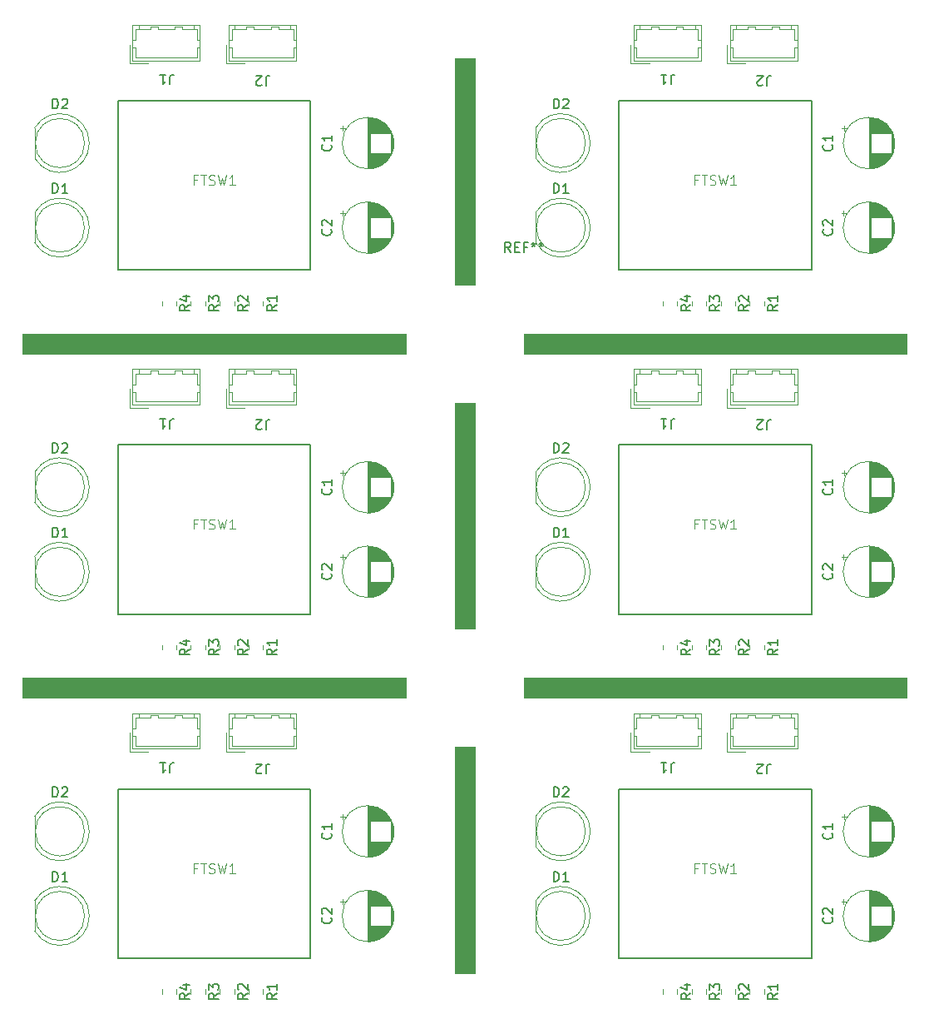
<source format=gbr>
%TF.GenerationSoftware,KiCad,Pcbnew,8.0.3*%
%TF.CreationDate,2025-01-04T22:53:39+02:00*%
%TF.ProjectId,TMF,544d462e-6b69-4636-9164-5f7063625858,rev?*%
%TF.SameCoordinates,Original*%
%TF.FileFunction,Legend,Top*%
%TF.FilePolarity,Positive*%
%FSLAX46Y46*%
G04 Gerber Fmt 4.6, Leading zero omitted, Abs format (unit mm)*
G04 Created by KiCad (PCBNEW 8.0.3) date 2025-01-04 22:53:39*
%MOMM*%
%LPD*%
G01*
G04 APERTURE LIST*
%ADD10C,0.100000*%
%ADD11C,0.150000*%
%ADD12C,0.120000*%
%ADD13C,0.200000*%
G04 APERTURE END LIST*
D10*
X98300000Y-109900000D02*
X137300000Y-109900000D01*
X137300000Y-111900000D01*
X98300000Y-111900000D01*
X98300000Y-109900000D01*
G36*
X98300000Y-109900000D02*
G01*
X137300000Y-109900000D01*
X137300000Y-111900000D01*
X98300000Y-111900000D01*
X98300000Y-109900000D01*
G37*
X98300000Y-74900000D02*
X137300000Y-74900000D01*
X137300000Y-76900000D01*
X98300000Y-76900000D01*
X98300000Y-74900000D01*
G36*
X98300000Y-74900000D02*
G01*
X137300000Y-74900000D01*
X137300000Y-76900000D01*
X98300000Y-76900000D01*
X98300000Y-74900000D01*
G37*
X149300000Y-109900000D02*
X188300000Y-109900000D01*
X188300000Y-111900000D01*
X149300000Y-111900000D01*
X149300000Y-109900000D01*
G36*
X149300000Y-109900000D02*
G01*
X188300000Y-109900000D01*
X188300000Y-111900000D01*
X149300000Y-111900000D01*
X149300000Y-109900000D01*
G37*
X142300000Y-81900000D02*
X144300000Y-81900000D01*
X144300000Y-104900000D01*
X142300000Y-104900000D01*
X142300000Y-81900000D01*
G36*
X142300000Y-81900000D02*
G01*
X144300000Y-81900000D01*
X144300000Y-104900000D01*
X142300000Y-104900000D01*
X142300000Y-81900000D01*
G37*
X149300000Y-74900000D02*
X188300000Y-74900000D01*
X188300000Y-76900000D01*
X149300000Y-76900000D01*
X149300000Y-74900000D01*
G36*
X149300000Y-74900000D02*
G01*
X188300000Y-74900000D01*
X188300000Y-76900000D01*
X149300000Y-76900000D01*
X149300000Y-74900000D01*
G37*
X142300000Y-46900000D02*
X144300000Y-46900000D01*
X144300000Y-69900000D01*
X142300000Y-69900000D01*
X142300000Y-46900000D01*
G36*
X142300000Y-46900000D02*
G01*
X144300000Y-46900000D01*
X144300000Y-69900000D01*
X142300000Y-69900000D01*
X142300000Y-46900000D01*
G37*
X142300000Y-116900000D02*
X144300000Y-116900000D01*
X144300000Y-139900000D01*
X142300000Y-139900000D01*
X142300000Y-116900000D01*
G36*
X142300000Y-116900000D02*
G01*
X144300000Y-116900000D01*
X144300000Y-139900000D01*
X142300000Y-139900000D01*
X142300000Y-116900000D01*
G37*
D11*
X172204819Y-106971721D02*
X171728628Y-107305054D01*
X172204819Y-107543149D02*
X171204819Y-107543149D01*
X171204819Y-107543149D02*
X171204819Y-107162197D01*
X171204819Y-107162197D02*
X171252438Y-107066959D01*
X171252438Y-107066959D02*
X171300057Y-107019340D01*
X171300057Y-107019340D02*
X171395295Y-106971721D01*
X171395295Y-106971721D02*
X171538152Y-106971721D01*
X171538152Y-106971721D02*
X171633390Y-107019340D01*
X171633390Y-107019340D02*
X171681009Y-107066959D01*
X171681009Y-107066959D02*
X171728628Y-107162197D01*
X171728628Y-107162197D02*
X171728628Y-107543149D01*
X171300057Y-106590768D02*
X171252438Y-106543149D01*
X171252438Y-106543149D02*
X171204819Y-106447911D01*
X171204819Y-106447911D02*
X171204819Y-106209816D01*
X171204819Y-106209816D02*
X171252438Y-106114578D01*
X171252438Y-106114578D02*
X171300057Y-106066959D01*
X171300057Y-106066959D02*
X171395295Y-106019340D01*
X171395295Y-106019340D02*
X171490533Y-106019340D01*
X171490533Y-106019340D02*
X171633390Y-106066959D01*
X171633390Y-106066959D02*
X172204819Y-106638387D01*
X172204819Y-106638387D02*
X172204819Y-106019340D01*
X180659580Y-55671721D02*
X180707200Y-55719340D01*
X180707200Y-55719340D02*
X180754819Y-55862197D01*
X180754819Y-55862197D02*
X180754819Y-55957435D01*
X180754819Y-55957435D02*
X180707200Y-56100292D01*
X180707200Y-56100292D02*
X180611961Y-56195530D01*
X180611961Y-56195530D02*
X180516723Y-56243149D01*
X180516723Y-56243149D02*
X180326247Y-56290768D01*
X180326247Y-56290768D02*
X180183390Y-56290768D01*
X180183390Y-56290768D02*
X179992914Y-56243149D01*
X179992914Y-56243149D02*
X179897676Y-56195530D01*
X179897676Y-56195530D02*
X179802438Y-56100292D01*
X179802438Y-56100292D02*
X179754819Y-55957435D01*
X179754819Y-55957435D02*
X179754819Y-55862197D01*
X179754819Y-55862197D02*
X179802438Y-55719340D01*
X179802438Y-55719340D02*
X179850057Y-55671721D01*
X180754819Y-54719340D02*
X180754819Y-55290768D01*
X180754819Y-55005054D02*
X179754819Y-55005054D01*
X179754819Y-55005054D02*
X179897676Y-55100292D01*
X179897676Y-55100292D02*
X179992914Y-55195530D01*
X179992914Y-55195530D02*
X180040533Y-55290768D01*
X172204819Y-71971721D02*
X171728628Y-72305054D01*
X172204819Y-72543149D02*
X171204819Y-72543149D01*
X171204819Y-72543149D02*
X171204819Y-72162197D01*
X171204819Y-72162197D02*
X171252438Y-72066959D01*
X171252438Y-72066959D02*
X171300057Y-72019340D01*
X171300057Y-72019340D02*
X171395295Y-71971721D01*
X171395295Y-71971721D02*
X171538152Y-71971721D01*
X171538152Y-71971721D02*
X171633390Y-72019340D01*
X171633390Y-72019340D02*
X171681009Y-72066959D01*
X171681009Y-72066959D02*
X171728628Y-72162197D01*
X171728628Y-72162197D02*
X171728628Y-72543149D01*
X171300057Y-71590768D02*
X171252438Y-71543149D01*
X171252438Y-71543149D02*
X171204819Y-71447911D01*
X171204819Y-71447911D02*
X171204819Y-71209816D01*
X171204819Y-71209816D02*
X171252438Y-71114578D01*
X171252438Y-71114578D02*
X171300057Y-71066959D01*
X171300057Y-71066959D02*
X171395295Y-71019340D01*
X171395295Y-71019340D02*
X171490533Y-71019340D01*
X171490533Y-71019340D02*
X171633390Y-71066959D01*
X171633390Y-71066959D02*
X172204819Y-71638387D01*
X172204819Y-71638387D02*
X172204819Y-71019340D01*
X175154819Y-71971721D02*
X174678628Y-72305054D01*
X175154819Y-72543149D02*
X174154819Y-72543149D01*
X174154819Y-72543149D02*
X174154819Y-72162197D01*
X174154819Y-72162197D02*
X174202438Y-72066959D01*
X174202438Y-72066959D02*
X174250057Y-72019340D01*
X174250057Y-72019340D02*
X174345295Y-71971721D01*
X174345295Y-71971721D02*
X174488152Y-71971721D01*
X174488152Y-71971721D02*
X174583390Y-72019340D01*
X174583390Y-72019340D02*
X174631009Y-72066959D01*
X174631009Y-72066959D02*
X174678628Y-72162197D01*
X174678628Y-72162197D02*
X174678628Y-72543149D01*
X175154819Y-71019340D02*
X175154819Y-71590768D01*
X175154819Y-71305054D02*
X174154819Y-71305054D01*
X174154819Y-71305054D02*
X174297676Y-71400292D01*
X174297676Y-71400292D02*
X174392914Y-71495530D01*
X174392914Y-71495530D02*
X174440533Y-71590768D01*
X101356905Y-86999874D02*
X101356905Y-85999874D01*
X101356905Y-85999874D02*
X101595000Y-85999874D01*
X101595000Y-85999874D02*
X101737857Y-86047493D01*
X101737857Y-86047493D02*
X101833095Y-86142731D01*
X101833095Y-86142731D02*
X101880714Y-86237969D01*
X101880714Y-86237969D02*
X101928333Y-86428445D01*
X101928333Y-86428445D02*
X101928333Y-86571302D01*
X101928333Y-86571302D02*
X101880714Y-86761778D01*
X101880714Y-86761778D02*
X101833095Y-86857016D01*
X101833095Y-86857016D02*
X101737857Y-86952255D01*
X101737857Y-86952255D02*
X101595000Y-86999874D01*
X101595000Y-86999874D02*
X101356905Y-86999874D01*
X102309286Y-86095112D02*
X102356905Y-86047493D01*
X102356905Y-86047493D02*
X102452143Y-85999874D01*
X102452143Y-85999874D02*
X102690238Y-85999874D01*
X102690238Y-85999874D02*
X102785476Y-86047493D01*
X102785476Y-86047493D02*
X102833095Y-86095112D01*
X102833095Y-86095112D02*
X102880714Y-86190350D01*
X102880714Y-86190350D02*
X102880714Y-86285588D01*
X102880714Y-86285588D02*
X102833095Y-86428445D01*
X102833095Y-86428445D02*
X102261667Y-86999874D01*
X102261667Y-86999874D02*
X102880714Y-86999874D01*
X180659580Y-125671721D02*
X180707200Y-125719340D01*
X180707200Y-125719340D02*
X180754819Y-125862197D01*
X180754819Y-125862197D02*
X180754819Y-125957435D01*
X180754819Y-125957435D02*
X180707200Y-126100292D01*
X180707200Y-126100292D02*
X180611961Y-126195530D01*
X180611961Y-126195530D02*
X180516723Y-126243149D01*
X180516723Y-126243149D02*
X180326247Y-126290768D01*
X180326247Y-126290768D02*
X180183390Y-126290768D01*
X180183390Y-126290768D02*
X179992914Y-126243149D01*
X179992914Y-126243149D02*
X179897676Y-126195530D01*
X179897676Y-126195530D02*
X179802438Y-126100292D01*
X179802438Y-126100292D02*
X179754819Y-125957435D01*
X179754819Y-125957435D02*
X179754819Y-125862197D01*
X179754819Y-125862197D02*
X179802438Y-125719340D01*
X179802438Y-125719340D02*
X179850057Y-125671721D01*
X180754819Y-124719340D02*
X180754819Y-125290768D01*
X180754819Y-125005054D02*
X179754819Y-125005054D01*
X179754819Y-125005054D02*
X179897676Y-125100292D01*
X179897676Y-125100292D02*
X179992914Y-125195530D01*
X179992914Y-125195530D02*
X180040533Y-125290768D01*
X174063333Y-49650235D02*
X174063333Y-48935950D01*
X174063333Y-48935950D02*
X174110952Y-48793093D01*
X174110952Y-48793093D02*
X174206190Y-48697855D01*
X174206190Y-48697855D02*
X174349047Y-48650235D01*
X174349047Y-48650235D02*
X174444285Y-48650235D01*
X173634761Y-49554997D02*
X173587142Y-49602616D01*
X173587142Y-49602616D02*
X173491904Y-49650235D01*
X173491904Y-49650235D02*
X173253809Y-49650235D01*
X173253809Y-49650235D02*
X173158571Y-49602616D01*
X173158571Y-49602616D02*
X173110952Y-49554997D01*
X173110952Y-49554997D02*
X173063333Y-49459759D01*
X173063333Y-49459759D02*
X173063333Y-49364521D01*
X173063333Y-49364521D02*
X173110952Y-49221664D01*
X173110952Y-49221664D02*
X173682380Y-48650235D01*
X173682380Y-48650235D02*
X173063333Y-48650235D01*
X129659580Y-64271721D02*
X129707200Y-64319340D01*
X129707200Y-64319340D02*
X129754819Y-64462197D01*
X129754819Y-64462197D02*
X129754819Y-64557435D01*
X129754819Y-64557435D02*
X129707200Y-64700292D01*
X129707200Y-64700292D02*
X129611961Y-64795530D01*
X129611961Y-64795530D02*
X129516723Y-64843149D01*
X129516723Y-64843149D02*
X129326247Y-64890768D01*
X129326247Y-64890768D02*
X129183390Y-64890768D01*
X129183390Y-64890768D02*
X128992914Y-64843149D01*
X128992914Y-64843149D02*
X128897676Y-64795530D01*
X128897676Y-64795530D02*
X128802438Y-64700292D01*
X128802438Y-64700292D02*
X128754819Y-64557435D01*
X128754819Y-64557435D02*
X128754819Y-64462197D01*
X128754819Y-64462197D02*
X128802438Y-64319340D01*
X128802438Y-64319340D02*
X128850057Y-64271721D01*
X128850057Y-63890768D02*
X128802438Y-63843149D01*
X128802438Y-63843149D02*
X128754819Y-63747911D01*
X128754819Y-63747911D02*
X128754819Y-63509816D01*
X128754819Y-63509816D02*
X128802438Y-63414578D01*
X128802438Y-63414578D02*
X128850057Y-63366959D01*
X128850057Y-63366959D02*
X128945295Y-63319340D01*
X128945295Y-63319340D02*
X129040533Y-63319340D01*
X129040533Y-63319340D02*
X129183390Y-63366959D01*
X129183390Y-63366959D02*
X129754819Y-63938387D01*
X129754819Y-63938387D02*
X129754819Y-63319340D01*
X113283333Y-84550235D02*
X113283333Y-83835950D01*
X113283333Y-83835950D02*
X113330952Y-83693093D01*
X113330952Y-83693093D02*
X113426190Y-83597855D01*
X113426190Y-83597855D02*
X113569047Y-83550235D01*
X113569047Y-83550235D02*
X113664285Y-83550235D01*
X112283333Y-83550235D02*
X112854761Y-83550235D01*
X112569047Y-83550235D02*
X112569047Y-84550235D01*
X112569047Y-84550235D02*
X112664285Y-84407378D01*
X112664285Y-84407378D02*
X112759523Y-84312140D01*
X112759523Y-84312140D02*
X112854761Y-84264521D01*
X174063333Y-84650235D02*
X174063333Y-83935950D01*
X174063333Y-83935950D02*
X174110952Y-83793093D01*
X174110952Y-83793093D02*
X174206190Y-83697855D01*
X174206190Y-83697855D02*
X174349047Y-83650235D01*
X174349047Y-83650235D02*
X174444285Y-83650235D01*
X173634761Y-84554997D02*
X173587142Y-84602616D01*
X173587142Y-84602616D02*
X173491904Y-84650235D01*
X173491904Y-84650235D02*
X173253809Y-84650235D01*
X173253809Y-84650235D02*
X173158571Y-84602616D01*
X173158571Y-84602616D02*
X173110952Y-84554997D01*
X173110952Y-84554997D02*
X173063333Y-84459759D01*
X173063333Y-84459759D02*
X173063333Y-84364521D01*
X173063333Y-84364521D02*
X173110952Y-84221664D01*
X173110952Y-84221664D02*
X173682380Y-83650235D01*
X173682380Y-83650235D02*
X173063333Y-83650235D01*
X164283333Y-49550235D02*
X164283333Y-48835950D01*
X164283333Y-48835950D02*
X164330952Y-48693093D01*
X164330952Y-48693093D02*
X164426190Y-48597855D01*
X164426190Y-48597855D02*
X164569047Y-48550235D01*
X164569047Y-48550235D02*
X164664285Y-48550235D01*
X163283333Y-48550235D02*
X163854761Y-48550235D01*
X163569047Y-48550235D02*
X163569047Y-49550235D01*
X163569047Y-49550235D02*
X163664285Y-49407378D01*
X163664285Y-49407378D02*
X163759523Y-49312140D01*
X163759523Y-49312140D02*
X163854761Y-49264521D01*
X166304819Y-71971721D02*
X165828628Y-72305054D01*
X166304819Y-72543149D02*
X165304819Y-72543149D01*
X165304819Y-72543149D02*
X165304819Y-72162197D01*
X165304819Y-72162197D02*
X165352438Y-72066959D01*
X165352438Y-72066959D02*
X165400057Y-72019340D01*
X165400057Y-72019340D02*
X165495295Y-71971721D01*
X165495295Y-71971721D02*
X165638152Y-71971721D01*
X165638152Y-71971721D02*
X165733390Y-72019340D01*
X165733390Y-72019340D02*
X165781009Y-72066959D01*
X165781009Y-72066959D02*
X165828628Y-72162197D01*
X165828628Y-72162197D02*
X165828628Y-72543149D01*
X165638152Y-71114578D02*
X166304819Y-71114578D01*
X165257200Y-71352673D02*
X165971485Y-71590768D01*
X165971485Y-71590768D02*
X165971485Y-70971721D01*
D10*
X167038095Y-59238664D02*
X166704762Y-59238664D01*
X166704762Y-59762474D02*
X166704762Y-58762474D01*
X166704762Y-58762474D02*
X167180952Y-58762474D01*
X167419048Y-58762474D02*
X167990476Y-58762474D01*
X167704762Y-59762474D02*
X167704762Y-58762474D01*
X168276191Y-59714855D02*
X168419048Y-59762474D01*
X168419048Y-59762474D02*
X168657143Y-59762474D01*
X168657143Y-59762474D02*
X168752381Y-59714855D01*
X168752381Y-59714855D02*
X168800000Y-59667235D01*
X168800000Y-59667235D02*
X168847619Y-59571997D01*
X168847619Y-59571997D02*
X168847619Y-59476759D01*
X168847619Y-59476759D02*
X168800000Y-59381521D01*
X168800000Y-59381521D02*
X168752381Y-59333902D01*
X168752381Y-59333902D02*
X168657143Y-59286283D01*
X168657143Y-59286283D02*
X168466667Y-59238664D01*
X168466667Y-59238664D02*
X168371429Y-59191045D01*
X168371429Y-59191045D02*
X168323810Y-59143426D01*
X168323810Y-59143426D02*
X168276191Y-59048188D01*
X168276191Y-59048188D02*
X168276191Y-58952950D01*
X168276191Y-58952950D02*
X168323810Y-58857712D01*
X168323810Y-58857712D02*
X168371429Y-58810093D01*
X168371429Y-58810093D02*
X168466667Y-58762474D01*
X168466667Y-58762474D02*
X168704762Y-58762474D01*
X168704762Y-58762474D02*
X168847619Y-58810093D01*
X169180953Y-58762474D02*
X169419048Y-59762474D01*
X169419048Y-59762474D02*
X169609524Y-59048188D01*
X169609524Y-59048188D02*
X169800000Y-59762474D01*
X169800000Y-59762474D02*
X170038096Y-58762474D01*
X170942857Y-59762474D02*
X170371429Y-59762474D01*
X170657143Y-59762474D02*
X170657143Y-58762474D01*
X170657143Y-58762474D02*
X170561905Y-58905331D01*
X170561905Y-58905331D02*
X170466667Y-59000569D01*
X170466667Y-59000569D02*
X170371429Y-59048188D01*
D11*
X180659580Y-90671721D02*
X180707200Y-90719340D01*
X180707200Y-90719340D02*
X180754819Y-90862197D01*
X180754819Y-90862197D02*
X180754819Y-90957435D01*
X180754819Y-90957435D02*
X180707200Y-91100292D01*
X180707200Y-91100292D02*
X180611961Y-91195530D01*
X180611961Y-91195530D02*
X180516723Y-91243149D01*
X180516723Y-91243149D02*
X180326247Y-91290768D01*
X180326247Y-91290768D02*
X180183390Y-91290768D01*
X180183390Y-91290768D02*
X179992914Y-91243149D01*
X179992914Y-91243149D02*
X179897676Y-91195530D01*
X179897676Y-91195530D02*
X179802438Y-91100292D01*
X179802438Y-91100292D02*
X179754819Y-90957435D01*
X179754819Y-90957435D02*
X179754819Y-90862197D01*
X179754819Y-90862197D02*
X179802438Y-90719340D01*
X179802438Y-90719340D02*
X179850057Y-90671721D01*
X180754819Y-89719340D02*
X180754819Y-90290768D01*
X180754819Y-90005054D02*
X179754819Y-90005054D01*
X179754819Y-90005054D02*
X179897676Y-90100292D01*
X179897676Y-90100292D02*
X179992914Y-90195530D01*
X179992914Y-90195530D02*
X180040533Y-90290768D01*
X129659580Y-90671721D02*
X129707200Y-90719340D01*
X129707200Y-90719340D02*
X129754819Y-90862197D01*
X129754819Y-90862197D02*
X129754819Y-90957435D01*
X129754819Y-90957435D02*
X129707200Y-91100292D01*
X129707200Y-91100292D02*
X129611961Y-91195530D01*
X129611961Y-91195530D02*
X129516723Y-91243149D01*
X129516723Y-91243149D02*
X129326247Y-91290768D01*
X129326247Y-91290768D02*
X129183390Y-91290768D01*
X129183390Y-91290768D02*
X128992914Y-91243149D01*
X128992914Y-91243149D02*
X128897676Y-91195530D01*
X128897676Y-91195530D02*
X128802438Y-91100292D01*
X128802438Y-91100292D02*
X128754819Y-90957435D01*
X128754819Y-90957435D02*
X128754819Y-90862197D01*
X128754819Y-90862197D02*
X128802438Y-90719340D01*
X128802438Y-90719340D02*
X128850057Y-90671721D01*
X129754819Y-89719340D02*
X129754819Y-90290768D01*
X129754819Y-90005054D02*
X128754819Y-90005054D01*
X128754819Y-90005054D02*
X128897676Y-90100292D01*
X128897676Y-90100292D02*
X128992914Y-90195530D01*
X128992914Y-90195530D02*
X129040533Y-90290768D01*
D10*
X167038095Y-94238664D02*
X166704762Y-94238664D01*
X166704762Y-94762474D02*
X166704762Y-93762474D01*
X166704762Y-93762474D02*
X167180952Y-93762474D01*
X167419048Y-93762474D02*
X167990476Y-93762474D01*
X167704762Y-94762474D02*
X167704762Y-93762474D01*
X168276191Y-94714855D02*
X168419048Y-94762474D01*
X168419048Y-94762474D02*
X168657143Y-94762474D01*
X168657143Y-94762474D02*
X168752381Y-94714855D01*
X168752381Y-94714855D02*
X168800000Y-94667235D01*
X168800000Y-94667235D02*
X168847619Y-94571997D01*
X168847619Y-94571997D02*
X168847619Y-94476759D01*
X168847619Y-94476759D02*
X168800000Y-94381521D01*
X168800000Y-94381521D02*
X168752381Y-94333902D01*
X168752381Y-94333902D02*
X168657143Y-94286283D01*
X168657143Y-94286283D02*
X168466667Y-94238664D01*
X168466667Y-94238664D02*
X168371429Y-94191045D01*
X168371429Y-94191045D02*
X168323810Y-94143426D01*
X168323810Y-94143426D02*
X168276191Y-94048188D01*
X168276191Y-94048188D02*
X168276191Y-93952950D01*
X168276191Y-93952950D02*
X168323810Y-93857712D01*
X168323810Y-93857712D02*
X168371429Y-93810093D01*
X168371429Y-93810093D02*
X168466667Y-93762474D01*
X168466667Y-93762474D02*
X168704762Y-93762474D01*
X168704762Y-93762474D02*
X168847619Y-93810093D01*
X169180953Y-93762474D02*
X169419048Y-94762474D01*
X169419048Y-94762474D02*
X169609524Y-94048188D01*
X169609524Y-94048188D02*
X169800000Y-94762474D01*
X169800000Y-94762474D02*
X170038096Y-93762474D01*
X170942857Y-94762474D02*
X170371429Y-94762474D01*
X170657143Y-94762474D02*
X170657143Y-93762474D01*
X170657143Y-93762474D02*
X170561905Y-93905331D01*
X170561905Y-93905331D02*
X170466667Y-94000569D01*
X170466667Y-94000569D02*
X170371429Y-94048188D01*
D11*
X169254819Y-106971721D02*
X168778628Y-107305054D01*
X169254819Y-107543149D02*
X168254819Y-107543149D01*
X168254819Y-107543149D02*
X168254819Y-107162197D01*
X168254819Y-107162197D02*
X168302438Y-107066959D01*
X168302438Y-107066959D02*
X168350057Y-107019340D01*
X168350057Y-107019340D02*
X168445295Y-106971721D01*
X168445295Y-106971721D02*
X168588152Y-106971721D01*
X168588152Y-106971721D02*
X168683390Y-107019340D01*
X168683390Y-107019340D02*
X168731009Y-107066959D01*
X168731009Y-107066959D02*
X168778628Y-107162197D01*
X168778628Y-107162197D02*
X168778628Y-107543149D01*
X168254819Y-106638387D02*
X168254819Y-106019340D01*
X168254819Y-106019340D02*
X168635771Y-106352673D01*
X168635771Y-106352673D02*
X168635771Y-106209816D01*
X168635771Y-106209816D02*
X168683390Y-106114578D01*
X168683390Y-106114578D02*
X168731009Y-106066959D01*
X168731009Y-106066959D02*
X168826247Y-106019340D01*
X168826247Y-106019340D02*
X169064342Y-106019340D01*
X169064342Y-106019340D02*
X169159580Y-106066959D01*
X169159580Y-106066959D02*
X169207200Y-106114578D01*
X169207200Y-106114578D02*
X169254819Y-106209816D01*
X169254819Y-106209816D02*
X169254819Y-106495530D01*
X169254819Y-106495530D02*
X169207200Y-106590768D01*
X169207200Y-106590768D02*
X169159580Y-106638387D01*
D10*
X116038095Y-129238664D02*
X115704762Y-129238664D01*
X115704762Y-129762474D02*
X115704762Y-128762474D01*
X115704762Y-128762474D02*
X116180952Y-128762474D01*
X116419048Y-128762474D02*
X116990476Y-128762474D01*
X116704762Y-129762474D02*
X116704762Y-128762474D01*
X117276191Y-129714855D02*
X117419048Y-129762474D01*
X117419048Y-129762474D02*
X117657143Y-129762474D01*
X117657143Y-129762474D02*
X117752381Y-129714855D01*
X117752381Y-129714855D02*
X117800000Y-129667235D01*
X117800000Y-129667235D02*
X117847619Y-129571997D01*
X117847619Y-129571997D02*
X117847619Y-129476759D01*
X117847619Y-129476759D02*
X117800000Y-129381521D01*
X117800000Y-129381521D02*
X117752381Y-129333902D01*
X117752381Y-129333902D02*
X117657143Y-129286283D01*
X117657143Y-129286283D02*
X117466667Y-129238664D01*
X117466667Y-129238664D02*
X117371429Y-129191045D01*
X117371429Y-129191045D02*
X117323810Y-129143426D01*
X117323810Y-129143426D02*
X117276191Y-129048188D01*
X117276191Y-129048188D02*
X117276191Y-128952950D01*
X117276191Y-128952950D02*
X117323810Y-128857712D01*
X117323810Y-128857712D02*
X117371429Y-128810093D01*
X117371429Y-128810093D02*
X117466667Y-128762474D01*
X117466667Y-128762474D02*
X117704762Y-128762474D01*
X117704762Y-128762474D02*
X117847619Y-128810093D01*
X118180953Y-128762474D02*
X118419048Y-129762474D01*
X118419048Y-129762474D02*
X118609524Y-129048188D01*
X118609524Y-129048188D02*
X118800000Y-129762474D01*
X118800000Y-129762474D02*
X119038096Y-128762474D01*
X119942857Y-129762474D02*
X119371429Y-129762474D01*
X119657143Y-129762474D02*
X119657143Y-128762474D01*
X119657143Y-128762474D02*
X119561905Y-128905331D01*
X119561905Y-128905331D02*
X119466667Y-129000569D01*
X119466667Y-129000569D02*
X119371429Y-129048188D01*
D11*
X118254819Y-106971721D02*
X117778628Y-107305054D01*
X118254819Y-107543149D02*
X117254819Y-107543149D01*
X117254819Y-107543149D02*
X117254819Y-107162197D01*
X117254819Y-107162197D02*
X117302438Y-107066959D01*
X117302438Y-107066959D02*
X117350057Y-107019340D01*
X117350057Y-107019340D02*
X117445295Y-106971721D01*
X117445295Y-106971721D02*
X117588152Y-106971721D01*
X117588152Y-106971721D02*
X117683390Y-107019340D01*
X117683390Y-107019340D02*
X117731009Y-107066959D01*
X117731009Y-107066959D02*
X117778628Y-107162197D01*
X117778628Y-107162197D02*
X117778628Y-107543149D01*
X117254819Y-106638387D02*
X117254819Y-106019340D01*
X117254819Y-106019340D02*
X117635771Y-106352673D01*
X117635771Y-106352673D02*
X117635771Y-106209816D01*
X117635771Y-106209816D02*
X117683390Y-106114578D01*
X117683390Y-106114578D02*
X117731009Y-106066959D01*
X117731009Y-106066959D02*
X117826247Y-106019340D01*
X117826247Y-106019340D02*
X118064342Y-106019340D01*
X118064342Y-106019340D02*
X118159580Y-106066959D01*
X118159580Y-106066959D02*
X118207200Y-106114578D01*
X118207200Y-106114578D02*
X118254819Y-106209816D01*
X118254819Y-106209816D02*
X118254819Y-106495530D01*
X118254819Y-106495530D02*
X118207200Y-106590768D01*
X118207200Y-106590768D02*
X118159580Y-106638387D01*
X175154819Y-141971721D02*
X174678628Y-142305054D01*
X175154819Y-142543149D02*
X174154819Y-142543149D01*
X174154819Y-142543149D02*
X174154819Y-142162197D01*
X174154819Y-142162197D02*
X174202438Y-142066959D01*
X174202438Y-142066959D02*
X174250057Y-142019340D01*
X174250057Y-142019340D02*
X174345295Y-141971721D01*
X174345295Y-141971721D02*
X174488152Y-141971721D01*
X174488152Y-141971721D02*
X174583390Y-142019340D01*
X174583390Y-142019340D02*
X174631009Y-142066959D01*
X174631009Y-142066959D02*
X174678628Y-142162197D01*
X174678628Y-142162197D02*
X174678628Y-142543149D01*
X175154819Y-141019340D02*
X175154819Y-141590768D01*
X175154819Y-141305054D02*
X174154819Y-141305054D01*
X174154819Y-141305054D02*
X174297676Y-141400292D01*
X174297676Y-141400292D02*
X174392914Y-141495530D01*
X174392914Y-141495530D02*
X174440533Y-141590768D01*
X129659580Y-99271721D02*
X129707200Y-99319340D01*
X129707200Y-99319340D02*
X129754819Y-99462197D01*
X129754819Y-99462197D02*
X129754819Y-99557435D01*
X129754819Y-99557435D02*
X129707200Y-99700292D01*
X129707200Y-99700292D02*
X129611961Y-99795530D01*
X129611961Y-99795530D02*
X129516723Y-99843149D01*
X129516723Y-99843149D02*
X129326247Y-99890768D01*
X129326247Y-99890768D02*
X129183390Y-99890768D01*
X129183390Y-99890768D02*
X128992914Y-99843149D01*
X128992914Y-99843149D02*
X128897676Y-99795530D01*
X128897676Y-99795530D02*
X128802438Y-99700292D01*
X128802438Y-99700292D02*
X128754819Y-99557435D01*
X128754819Y-99557435D02*
X128754819Y-99462197D01*
X128754819Y-99462197D02*
X128802438Y-99319340D01*
X128802438Y-99319340D02*
X128850057Y-99271721D01*
X128850057Y-98890768D02*
X128802438Y-98843149D01*
X128802438Y-98843149D02*
X128754819Y-98747911D01*
X128754819Y-98747911D02*
X128754819Y-98509816D01*
X128754819Y-98509816D02*
X128802438Y-98414578D01*
X128802438Y-98414578D02*
X128850057Y-98366959D01*
X128850057Y-98366959D02*
X128945295Y-98319340D01*
X128945295Y-98319340D02*
X129040533Y-98319340D01*
X129040533Y-98319340D02*
X129183390Y-98366959D01*
X129183390Y-98366959D02*
X129754819Y-98938387D01*
X129754819Y-98938387D02*
X129754819Y-98319340D01*
X123063333Y-49650235D02*
X123063333Y-48935950D01*
X123063333Y-48935950D02*
X123110952Y-48793093D01*
X123110952Y-48793093D02*
X123206190Y-48697855D01*
X123206190Y-48697855D02*
X123349047Y-48650235D01*
X123349047Y-48650235D02*
X123444285Y-48650235D01*
X122634761Y-49554997D02*
X122587142Y-49602616D01*
X122587142Y-49602616D02*
X122491904Y-49650235D01*
X122491904Y-49650235D02*
X122253809Y-49650235D01*
X122253809Y-49650235D02*
X122158571Y-49602616D01*
X122158571Y-49602616D02*
X122110952Y-49554997D01*
X122110952Y-49554997D02*
X122063333Y-49459759D01*
X122063333Y-49459759D02*
X122063333Y-49364521D01*
X122063333Y-49364521D02*
X122110952Y-49221664D01*
X122110952Y-49221664D02*
X122682380Y-48650235D01*
X122682380Y-48650235D02*
X122063333Y-48650235D01*
X152356905Y-51999874D02*
X152356905Y-50999874D01*
X152356905Y-50999874D02*
X152595000Y-50999874D01*
X152595000Y-50999874D02*
X152737857Y-51047493D01*
X152737857Y-51047493D02*
X152833095Y-51142731D01*
X152833095Y-51142731D02*
X152880714Y-51237969D01*
X152880714Y-51237969D02*
X152928333Y-51428445D01*
X152928333Y-51428445D02*
X152928333Y-51571302D01*
X152928333Y-51571302D02*
X152880714Y-51761778D01*
X152880714Y-51761778D02*
X152833095Y-51857016D01*
X152833095Y-51857016D02*
X152737857Y-51952255D01*
X152737857Y-51952255D02*
X152595000Y-51999874D01*
X152595000Y-51999874D02*
X152356905Y-51999874D01*
X153309286Y-51095112D02*
X153356905Y-51047493D01*
X153356905Y-51047493D02*
X153452143Y-50999874D01*
X153452143Y-50999874D02*
X153690238Y-50999874D01*
X153690238Y-50999874D02*
X153785476Y-51047493D01*
X153785476Y-51047493D02*
X153833095Y-51095112D01*
X153833095Y-51095112D02*
X153880714Y-51190350D01*
X153880714Y-51190350D02*
X153880714Y-51285588D01*
X153880714Y-51285588D02*
X153833095Y-51428445D01*
X153833095Y-51428445D02*
X153261667Y-51999874D01*
X153261667Y-51999874D02*
X153880714Y-51999874D01*
X113283333Y-119550235D02*
X113283333Y-118835950D01*
X113283333Y-118835950D02*
X113330952Y-118693093D01*
X113330952Y-118693093D02*
X113426190Y-118597855D01*
X113426190Y-118597855D02*
X113569047Y-118550235D01*
X113569047Y-118550235D02*
X113664285Y-118550235D01*
X112283333Y-118550235D02*
X112854761Y-118550235D01*
X112569047Y-118550235D02*
X112569047Y-119550235D01*
X112569047Y-119550235D02*
X112664285Y-119407378D01*
X112664285Y-119407378D02*
X112759523Y-119312140D01*
X112759523Y-119312140D02*
X112854761Y-119264521D01*
X124154819Y-71971721D02*
X123678628Y-72305054D01*
X124154819Y-72543149D02*
X123154819Y-72543149D01*
X123154819Y-72543149D02*
X123154819Y-72162197D01*
X123154819Y-72162197D02*
X123202438Y-72066959D01*
X123202438Y-72066959D02*
X123250057Y-72019340D01*
X123250057Y-72019340D02*
X123345295Y-71971721D01*
X123345295Y-71971721D02*
X123488152Y-71971721D01*
X123488152Y-71971721D02*
X123583390Y-72019340D01*
X123583390Y-72019340D02*
X123631009Y-72066959D01*
X123631009Y-72066959D02*
X123678628Y-72162197D01*
X123678628Y-72162197D02*
X123678628Y-72543149D01*
X124154819Y-71019340D02*
X124154819Y-71590768D01*
X124154819Y-71305054D02*
X123154819Y-71305054D01*
X123154819Y-71305054D02*
X123297676Y-71400292D01*
X123297676Y-71400292D02*
X123392914Y-71495530D01*
X123392914Y-71495530D02*
X123440533Y-71590768D01*
X124154819Y-141971721D02*
X123678628Y-142305054D01*
X124154819Y-142543149D02*
X123154819Y-142543149D01*
X123154819Y-142543149D02*
X123154819Y-142162197D01*
X123154819Y-142162197D02*
X123202438Y-142066959D01*
X123202438Y-142066959D02*
X123250057Y-142019340D01*
X123250057Y-142019340D02*
X123345295Y-141971721D01*
X123345295Y-141971721D02*
X123488152Y-141971721D01*
X123488152Y-141971721D02*
X123583390Y-142019340D01*
X123583390Y-142019340D02*
X123631009Y-142066959D01*
X123631009Y-142066959D02*
X123678628Y-142162197D01*
X123678628Y-142162197D02*
X123678628Y-142543149D01*
X124154819Y-141019340D02*
X124154819Y-141590768D01*
X124154819Y-141305054D02*
X123154819Y-141305054D01*
X123154819Y-141305054D02*
X123297676Y-141400292D01*
X123297676Y-141400292D02*
X123392914Y-141495530D01*
X123392914Y-141495530D02*
X123440533Y-141590768D01*
X174063333Y-119650235D02*
X174063333Y-118935950D01*
X174063333Y-118935950D02*
X174110952Y-118793093D01*
X174110952Y-118793093D02*
X174206190Y-118697855D01*
X174206190Y-118697855D02*
X174349047Y-118650235D01*
X174349047Y-118650235D02*
X174444285Y-118650235D01*
X173634761Y-119554997D02*
X173587142Y-119602616D01*
X173587142Y-119602616D02*
X173491904Y-119650235D01*
X173491904Y-119650235D02*
X173253809Y-119650235D01*
X173253809Y-119650235D02*
X173158571Y-119602616D01*
X173158571Y-119602616D02*
X173110952Y-119554997D01*
X173110952Y-119554997D02*
X173063333Y-119459759D01*
X173063333Y-119459759D02*
X173063333Y-119364521D01*
X173063333Y-119364521D02*
X173110952Y-119221664D01*
X173110952Y-119221664D02*
X173682380Y-118650235D01*
X173682380Y-118650235D02*
X173063333Y-118650235D01*
X115304819Y-141971721D02*
X114828628Y-142305054D01*
X115304819Y-142543149D02*
X114304819Y-142543149D01*
X114304819Y-142543149D02*
X114304819Y-142162197D01*
X114304819Y-142162197D02*
X114352438Y-142066959D01*
X114352438Y-142066959D02*
X114400057Y-142019340D01*
X114400057Y-142019340D02*
X114495295Y-141971721D01*
X114495295Y-141971721D02*
X114638152Y-141971721D01*
X114638152Y-141971721D02*
X114733390Y-142019340D01*
X114733390Y-142019340D02*
X114781009Y-142066959D01*
X114781009Y-142066959D02*
X114828628Y-142162197D01*
X114828628Y-142162197D02*
X114828628Y-142543149D01*
X114638152Y-141114578D02*
X115304819Y-141114578D01*
X114257200Y-141352673D02*
X114971485Y-141590768D01*
X114971485Y-141590768D02*
X114971485Y-140971721D01*
X129659580Y-125671721D02*
X129707200Y-125719340D01*
X129707200Y-125719340D02*
X129754819Y-125862197D01*
X129754819Y-125862197D02*
X129754819Y-125957435D01*
X129754819Y-125957435D02*
X129707200Y-126100292D01*
X129707200Y-126100292D02*
X129611961Y-126195530D01*
X129611961Y-126195530D02*
X129516723Y-126243149D01*
X129516723Y-126243149D02*
X129326247Y-126290768D01*
X129326247Y-126290768D02*
X129183390Y-126290768D01*
X129183390Y-126290768D02*
X128992914Y-126243149D01*
X128992914Y-126243149D02*
X128897676Y-126195530D01*
X128897676Y-126195530D02*
X128802438Y-126100292D01*
X128802438Y-126100292D02*
X128754819Y-125957435D01*
X128754819Y-125957435D02*
X128754819Y-125862197D01*
X128754819Y-125862197D02*
X128802438Y-125719340D01*
X128802438Y-125719340D02*
X128850057Y-125671721D01*
X129754819Y-124719340D02*
X129754819Y-125290768D01*
X129754819Y-125005054D02*
X128754819Y-125005054D01*
X128754819Y-125005054D02*
X128897676Y-125100292D01*
X128897676Y-125100292D02*
X128992914Y-125195530D01*
X128992914Y-125195530D02*
X129040533Y-125290768D01*
X180659580Y-99271721D02*
X180707200Y-99319340D01*
X180707200Y-99319340D02*
X180754819Y-99462197D01*
X180754819Y-99462197D02*
X180754819Y-99557435D01*
X180754819Y-99557435D02*
X180707200Y-99700292D01*
X180707200Y-99700292D02*
X180611961Y-99795530D01*
X180611961Y-99795530D02*
X180516723Y-99843149D01*
X180516723Y-99843149D02*
X180326247Y-99890768D01*
X180326247Y-99890768D02*
X180183390Y-99890768D01*
X180183390Y-99890768D02*
X179992914Y-99843149D01*
X179992914Y-99843149D02*
X179897676Y-99795530D01*
X179897676Y-99795530D02*
X179802438Y-99700292D01*
X179802438Y-99700292D02*
X179754819Y-99557435D01*
X179754819Y-99557435D02*
X179754819Y-99462197D01*
X179754819Y-99462197D02*
X179802438Y-99319340D01*
X179802438Y-99319340D02*
X179850057Y-99271721D01*
X179850057Y-98890768D02*
X179802438Y-98843149D01*
X179802438Y-98843149D02*
X179754819Y-98747911D01*
X179754819Y-98747911D02*
X179754819Y-98509816D01*
X179754819Y-98509816D02*
X179802438Y-98414578D01*
X179802438Y-98414578D02*
X179850057Y-98366959D01*
X179850057Y-98366959D02*
X179945295Y-98319340D01*
X179945295Y-98319340D02*
X180040533Y-98319340D01*
X180040533Y-98319340D02*
X180183390Y-98366959D01*
X180183390Y-98366959D02*
X180754819Y-98938387D01*
X180754819Y-98938387D02*
X180754819Y-98319340D01*
X180659580Y-64271721D02*
X180707200Y-64319340D01*
X180707200Y-64319340D02*
X180754819Y-64462197D01*
X180754819Y-64462197D02*
X180754819Y-64557435D01*
X180754819Y-64557435D02*
X180707200Y-64700292D01*
X180707200Y-64700292D02*
X180611961Y-64795530D01*
X180611961Y-64795530D02*
X180516723Y-64843149D01*
X180516723Y-64843149D02*
X180326247Y-64890768D01*
X180326247Y-64890768D02*
X180183390Y-64890768D01*
X180183390Y-64890768D02*
X179992914Y-64843149D01*
X179992914Y-64843149D02*
X179897676Y-64795530D01*
X179897676Y-64795530D02*
X179802438Y-64700292D01*
X179802438Y-64700292D02*
X179754819Y-64557435D01*
X179754819Y-64557435D02*
X179754819Y-64462197D01*
X179754819Y-64462197D02*
X179802438Y-64319340D01*
X179802438Y-64319340D02*
X179850057Y-64271721D01*
X179850057Y-63890768D02*
X179802438Y-63843149D01*
X179802438Y-63843149D02*
X179754819Y-63747911D01*
X179754819Y-63747911D02*
X179754819Y-63509816D01*
X179754819Y-63509816D02*
X179802438Y-63414578D01*
X179802438Y-63414578D02*
X179850057Y-63366959D01*
X179850057Y-63366959D02*
X179945295Y-63319340D01*
X179945295Y-63319340D02*
X180040533Y-63319340D01*
X180040533Y-63319340D02*
X180183390Y-63366959D01*
X180183390Y-63366959D02*
X180754819Y-63938387D01*
X180754819Y-63938387D02*
X180754819Y-63319340D01*
X129659580Y-55671721D02*
X129707200Y-55719340D01*
X129707200Y-55719340D02*
X129754819Y-55862197D01*
X129754819Y-55862197D02*
X129754819Y-55957435D01*
X129754819Y-55957435D02*
X129707200Y-56100292D01*
X129707200Y-56100292D02*
X129611961Y-56195530D01*
X129611961Y-56195530D02*
X129516723Y-56243149D01*
X129516723Y-56243149D02*
X129326247Y-56290768D01*
X129326247Y-56290768D02*
X129183390Y-56290768D01*
X129183390Y-56290768D02*
X128992914Y-56243149D01*
X128992914Y-56243149D02*
X128897676Y-56195530D01*
X128897676Y-56195530D02*
X128802438Y-56100292D01*
X128802438Y-56100292D02*
X128754819Y-55957435D01*
X128754819Y-55957435D02*
X128754819Y-55862197D01*
X128754819Y-55862197D02*
X128802438Y-55719340D01*
X128802438Y-55719340D02*
X128850057Y-55671721D01*
X129754819Y-54719340D02*
X129754819Y-55290768D01*
X129754819Y-55005054D02*
X128754819Y-55005054D01*
X128754819Y-55005054D02*
X128897676Y-55100292D01*
X128897676Y-55100292D02*
X128992914Y-55195530D01*
X128992914Y-55195530D02*
X129040533Y-55290768D01*
X129659580Y-134271721D02*
X129707200Y-134319340D01*
X129707200Y-134319340D02*
X129754819Y-134462197D01*
X129754819Y-134462197D02*
X129754819Y-134557435D01*
X129754819Y-134557435D02*
X129707200Y-134700292D01*
X129707200Y-134700292D02*
X129611961Y-134795530D01*
X129611961Y-134795530D02*
X129516723Y-134843149D01*
X129516723Y-134843149D02*
X129326247Y-134890768D01*
X129326247Y-134890768D02*
X129183390Y-134890768D01*
X129183390Y-134890768D02*
X128992914Y-134843149D01*
X128992914Y-134843149D02*
X128897676Y-134795530D01*
X128897676Y-134795530D02*
X128802438Y-134700292D01*
X128802438Y-134700292D02*
X128754819Y-134557435D01*
X128754819Y-134557435D02*
X128754819Y-134462197D01*
X128754819Y-134462197D02*
X128802438Y-134319340D01*
X128802438Y-134319340D02*
X128850057Y-134271721D01*
X128850057Y-133890768D02*
X128802438Y-133843149D01*
X128802438Y-133843149D02*
X128754819Y-133747911D01*
X128754819Y-133747911D02*
X128754819Y-133509816D01*
X128754819Y-133509816D02*
X128802438Y-133414578D01*
X128802438Y-133414578D02*
X128850057Y-133366959D01*
X128850057Y-133366959D02*
X128945295Y-133319340D01*
X128945295Y-133319340D02*
X129040533Y-133319340D01*
X129040533Y-133319340D02*
X129183390Y-133366959D01*
X129183390Y-133366959D02*
X129754819Y-133938387D01*
X129754819Y-133938387D02*
X129754819Y-133319340D01*
X152356905Y-86999874D02*
X152356905Y-85999874D01*
X152356905Y-85999874D02*
X152595000Y-85999874D01*
X152595000Y-85999874D02*
X152737857Y-86047493D01*
X152737857Y-86047493D02*
X152833095Y-86142731D01*
X152833095Y-86142731D02*
X152880714Y-86237969D01*
X152880714Y-86237969D02*
X152928333Y-86428445D01*
X152928333Y-86428445D02*
X152928333Y-86571302D01*
X152928333Y-86571302D02*
X152880714Y-86761778D01*
X152880714Y-86761778D02*
X152833095Y-86857016D01*
X152833095Y-86857016D02*
X152737857Y-86952255D01*
X152737857Y-86952255D02*
X152595000Y-86999874D01*
X152595000Y-86999874D02*
X152356905Y-86999874D01*
X153309286Y-86095112D02*
X153356905Y-86047493D01*
X153356905Y-86047493D02*
X153452143Y-85999874D01*
X153452143Y-85999874D02*
X153690238Y-85999874D01*
X153690238Y-85999874D02*
X153785476Y-86047493D01*
X153785476Y-86047493D02*
X153833095Y-86095112D01*
X153833095Y-86095112D02*
X153880714Y-86190350D01*
X153880714Y-86190350D02*
X153880714Y-86285588D01*
X153880714Y-86285588D02*
X153833095Y-86428445D01*
X153833095Y-86428445D02*
X153261667Y-86999874D01*
X153261667Y-86999874D02*
X153880714Y-86999874D01*
D10*
X116038095Y-94238664D02*
X115704762Y-94238664D01*
X115704762Y-94762474D02*
X115704762Y-93762474D01*
X115704762Y-93762474D02*
X116180952Y-93762474D01*
X116419048Y-93762474D02*
X116990476Y-93762474D01*
X116704762Y-94762474D02*
X116704762Y-93762474D01*
X117276191Y-94714855D02*
X117419048Y-94762474D01*
X117419048Y-94762474D02*
X117657143Y-94762474D01*
X117657143Y-94762474D02*
X117752381Y-94714855D01*
X117752381Y-94714855D02*
X117800000Y-94667235D01*
X117800000Y-94667235D02*
X117847619Y-94571997D01*
X117847619Y-94571997D02*
X117847619Y-94476759D01*
X117847619Y-94476759D02*
X117800000Y-94381521D01*
X117800000Y-94381521D02*
X117752381Y-94333902D01*
X117752381Y-94333902D02*
X117657143Y-94286283D01*
X117657143Y-94286283D02*
X117466667Y-94238664D01*
X117466667Y-94238664D02*
X117371429Y-94191045D01*
X117371429Y-94191045D02*
X117323810Y-94143426D01*
X117323810Y-94143426D02*
X117276191Y-94048188D01*
X117276191Y-94048188D02*
X117276191Y-93952950D01*
X117276191Y-93952950D02*
X117323810Y-93857712D01*
X117323810Y-93857712D02*
X117371429Y-93810093D01*
X117371429Y-93810093D02*
X117466667Y-93762474D01*
X117466667Y-93762474D02*
X117704762Y-93762474D01*
X117704762Y-93762474D02*
X117847619Y-93810093D01*
X118180953Y-93762474D02*
X118419048Y-94762474D01*
X118419048Y-94762474D02*
X118609524Y-94048188D01*
X118609524Y-94048188D02*
X118800000Y-94762474D01*
X118800000Y-94762474D02*
X119038096Y-93762474D01*
X119942857Y-94762474D02*
X119371429Y-94762474D01*
X119657143Y-94762474D02*
X119657143Y-93762474D01*
X119657143Y-93762474D02*
X119561905Y-93905331D01*
X119561905Y-93905331D02*
X119466667Y-94000569D01*
X119466667Y-94000569D02*
X119371429Y-94048188D01*
D11*
X166304819Y-141971721D02*
X165828628Y-142305054D01*
X166304819Y-142543149D02*
X165304819Y-142543149D01*
X165304819Y-142543149D02*
X165304819Y-142162197D01*
X165304819Y-142162197D02*
X165352438Y-142066959D01*
X165352438Y-142066959D02*
X165400057Y-142019340D01*
X165400057Y-142019340D02*
X165495295Y-141971721D01*
X165495295Y-141971721D02*
X165638152Y-141971721D01*
X165638152Y-141971721D02*
X165733390Y-142019340D01*
X165733390Y-142019340D02*
X165781009Y-142066959D01*
X165781009Y-142066959D02*
X165828628Y-142162197D01*
X165828628Y-142162197D02*
X165828628Y-142543149D01*
X165638152Y-141114578D02*
X166304819Y-141114578D01*
X165257200Y-141352673D02*
X165971485Y-141590768D01*
X165971485Y-141590768D02*
X165971485Y-140971721D01*
X172204819Y-141971721D02*
X171728628Y-142305054D01*
X172204819Y-142543149D02*
X171204819Y-142543149D01*
X171204819Y-142543149D02*
X171204819Y-142162197D01*
X171204819Y-142162197D02*
X171252438Y-142066959D01*
X171252438Y-142066959D02*
X171300057Y-142019340D01*
X171300057Y-142019340D02*
X171395295Y-141971721D01*
X171395295Y-141971721D02*
X171538152Y-141971721D01*
X171538152Y-141971721D02*
X171633390Y-142019340D01*
X171633390Y-142019340D02*
X171681009Y-142066959D01*
X171681009Y-142066959D02*
X171728628Y-142162197D01*
X171728628Y-142162197D02*
X171728628Y-142543149D01*
X171300057Y-141590768D02*
X171252438Y-141543149D01*
X171252438Y-141543149D02*
X171204819Y-141447911D01*
X171204819Y-141447911D02*
X171204819Y-141209816D01*
X171204819Y-141209816D02*
X171252438Y-141114578D01*
X171252438Y-141114578D02*
X171300057Y-141066959D01*
X171300057Y-141066959D02*
X171395295Y-141019340D01*
X171395295Y-141019340D02*
X171490533Y-141019340D01*
X171490533Y-141019340D02*
X171633390Y-141066959D01*
X171633390Y-141066959D02*
X172204819Y-141638387D01*
X172204819Y-141638387D02*
X172204819Y-141019340D01*
X147966666Y-66609874D02*
X147633333Y-66133683D01*
X147395238Y-66609874D02*
X147395238Y-65609874D01*
X147395238Y-65609874D02*
X147776190Y-65609874D01*
X147776190Y-65609874D02*
X147871428Y-65657493D01*
X147871428Y-65657493D02*
X147919047Y-65705112D01*
X147919047Y-65705112D02*
X147966666Y-65800350D01*
X147966666Y-65800350D02*
X147966666Y-65943207D01*
X147966666Y-65943207D02*
X147919047Y-66038445D01*
X147919047Y-66038445D02*
X147871428Y-66086064D01*
X147871428Y-66086064D02*
X147776190Y-66133683D01*
X147776190Y-66133683D02*
X147395238Y-66133683D01*
X148395238Y-66086064D02*
X148728571Y-66086064D01*
X148871428Y-66609874D02*
X148395238Y-66609874D01*
X148395238Y-66609874D02*
X148395238Y-65609874D01*
X148395238Y-65609874D02*
X148871428Y-65609874D01*
X149633333Y-66086064D02*
X149300000Y-66086064D01*
X149300000Y-66609874D02*
X149300000Y-65609874D01*
X149300000Y-65609874D02*
X149776190Y-65609874D01*
X150300000Y-65609874D02*
X150300000Y-65847969D01*
X150061905Y-65752731D02*
X150300000Y-65847969D01*
X150300000Y-65847969D02*
X150538095Y-65752731D01*
X150157143Y-66038445D02*
X150300000Y-65847969D01*
X150300000Y-65847969D02*
X150442857Y-66038445D01*
X151061905Y-65609874D02*
X151061905Y-65847969D01*
X150823810Y-65752731D02*
X151061905Y-65847969D01*
X151061905Y-65847969D02*
X151300000Y-65752731D01*
X150919048Y-66038445D02*
X151061905Y-65847969D01*
X151061905Y-65847969D02*
X151204762Y-66038445D01*
X180659580Y-134271721D02*
X180707200Y-134319340D01*
X180707200Y-134319340D02*
X180754819Y-134462197D01*
X180754819Y-134462197D02*
X180754819Y-134557435D01*
X180754819Y-134557435D02*
X180707200Y-134700292D01*
X180707200Y-134700292D02*
X180611961Y-134795530D01*
X180611961Y-134795530D02*
X180516723Y-134843149D01*
X180516723Y-134843149D02*
X180326247Y-134890768D01*
X180326247Y-134890768D02*
X180183390Y-134890768D01*
X180183390Y-134890768D02*
X179992914Y-134843149D01*
X179992914Y-134843149D02*
X179897676Y-134795530D01*
X179897676Y-134795530D02*
X179802438Y-134700292D01*
X179802438Y-134700292D02*
X179754819Y-134557435D01*
X179754819Y-134557435D02*
X179754819Y-134462197D01*
X179754819Y-134462197D02*
X179802438Y-134319340D01*
X179802438Y-134319340D02*
X179850057Y-134271721D01*
X179850057Y-133890768D02*
X179802438Y-133843149D01*
X179802438Y-133843149D02*
X179754819Y-133747911D01*
X179754819Y-133747911D02*
X179754819Y-133509816D01*
X179754819Y-133509816D02*
X179802438Y-133414578D01*
X179802438Y-133414578D02*
X179850057Y-133366959D01*
X179850057Y-133366959D02*
X179945295Y-133319340D01*
X179945295Y-133319340D02*
X180040533Y-133319340D01*
X180040533Y-133319340D02*
X180183390Y-133366959D01*
X180183390Y-133366959D02*
X180754819Y-133938387D01*
X180754819Y-133938387D02*
X180754819Y-133319340D01*
X101356905Y-121999874D02*
X101356905Y-120999874D01*
X101356905Y-120999874D02*
X101595000Y-120999874D01*
X101595000Y-120999874D02*
X101737857Y-121047493D01*
X101737857Y-121047493D02*
X101833095Y-121142731D01*
X101833095Y-121142731D02*
X101880714Y-121237969D01*
X101880714Y-121237969D02*
X101928333Y-121428445D01*
X101928333Y-121428445D02*
X101928333Y-121571302D01*
X101928333Y-121571302D02*
X101880714Y-121761778D01*
X101880714Y-121761778D02*
X101833095Y-121857016D01*
X101833095Y-121857016D02*
X101737857Y-121952255D01*
X101737857Y-121952255D02*
X101595000Y-121999874D01*
X101595000Y-121999874D02*
X101356905Y-121999874D01*
X102309286Y-121095112D02*
X102356905Y-121047493D01*
X102356905Y-121047493D02*
X102452143Y-120999874D01*
X102452143Y-120999874D02*
X102690238Y-120999874D01*
X102690238Y-120999874D02*
X102785476Y-121047493D01*
X102785476Y-121047493D02*
X102833095Y-121095112D01*
X102833095Y-121095112D02*
X102880714Y-121190350D01*
X102880714Y-121190350D02*
X102880714Y-121285588D01*
X102880714Y-121285588D02*
X102833095Y-121428445D01*
X102833095Y-121428445D02*
X102261667Y-121999874D01*
X102261667Y-121999874D02*
X102880714Y-121999874D01*
X164283333Y-84550235D02*
X164283333Y-83835950D01*
X164283333Y-83835950D02*
X164330952Y-83693093D01*
X164330952Y-83693093D02*
X164426190Y-83597855D01*
X164426190Y-83597855D02*
X164569047Y-83550235D01*
X164569047Y-83550235D02*
X164664285Y-83550235D01*
X163283333Y-83550235D02*
X163854761Y-83550235D01*
X163569047Y-83550235D02*
X163569047Y-84550235D01*
X163569047Y-84550235D02*
X163664285Y-84407378D01*
X163664285Y-84407378D02*
X163759523Y-84312140D01*
X163759523Y-84312140D02*
X163854761Y-84264521D01*
X152356905Y-130599874D02*
X152356905Y-129599874D01*
X152356905Y-129599874D02*
X152595000Y-129599874D01*
X152595000Y-129599874D02*
X152737857Y-129647493D01*
X152737857Y-129647493D02*
X152833095Y-129742731D01*
X152833095Y-129742731D02*
X152880714Y-129837969D01*
X152880714Y-129837969D02*
X152928333Y-130028445D01*
X152928333Y-130028445D02*
X152928333Y-130171302D01*
X152928333Y-130171302D02*
X152880714Y-130361778D01*
X152880714Y-130361778D02*
X152833095Y-130457016D01*
X152833095Y-130457016D02*
X152737857Y-130552255D01*
X152737857Y-130552255D02*
X152595000Y-130599874D01*
X152595000Y-130599874D02*
X152356905Y-130599874D01*
X153880714Y-130599874D02*
X153309286Y-130599874D01*
X153595000Y-130599874D02*
X153595000Y-129599874D01*
X153595000Y-129599874D02*
X153499762Y-129742731D01*
X153499762Y-129742731D02*
X153404524Y-129837969D01*
X153404524Y-129837969D02*
X153309286Y-129885588D01*
X115304819Y-71971721D02*
X114828628Y-72305054D01*
X115304819Y-72543149D02*
X114304819Y-72543149D01*
X114304819Y-72543149D02*
X114304819Y-72162197D01*
X114304819Y-72162197D02*
X114352438Y-72066959D01*
X114352438Y-72066959D02*
X114400057Y-72019340D01*
X114400057Y-72019340D02*
X114495295Y-71971721D01*
X114495295Y-71971721D02*
X114638152Y-71971721D01*
X114638152Y-71971721D02*
X114733390Y-72019340D01*
X114733390Y-72019340D02*
X114781009Y-72066959D01*
X114781009Y-72066959D02*
X114828628Y-72162197D01*
X114828628Y-72162197D02*
X114828628Y-72543149D01*
X114638152Y-71114578D02*
X115304819Y-71114578D01*
X114257200Y-71352673D02*
X114971485Y-71590768D01*
X114971485Y-71590768D02*
X114971485Y-70971721D01*
X121204819Y-141971721D02*
X120728628Y-142305054D01*
X121204819Y-142543149D02*
X120204819Y-142543149D01*
X120204819Y-142543149D02*
X120204819Y-142162197D01*
X120204819Y-142162197D02*
X120252438Y-142066959D01*
X120252438Y-142066959D02*
X120300057Y-142019340D01*
X120300057Y-142019340D02*
X120395295Y-141971721D01*
X120395295Y-141971721D02*
X120538152Y-141971721D01*
X120538152Y-141971721D02*
X120633390Y-142019340D01*
X120633390Y-142019340D02*
X120681009Y-142066959D01*
X120681009Y-142066959D02*
X120728628Y-142162197D01*
X120728628Y-142162197D02*
X120728628Y-142543149D01*
X120300057Y-141590768D02*
X120252438Y-141543149D01*
X120252438Y-141543149D02*
X120204819Y-141447911D01*
X120204819Y-141447911D02*
X120204819Y-141209816D01*
X120204819Y-141209816D02*
X120252438Y-141114578D01*
X120252438Y-141114578D02*
X120300057Y-141066959D01*
X120300057Y-141066959D02*
X120395295Y-141019340D01*
X120395295Y-141019340D02*
X120490533Y-141019340D01*
X120490533Y-141019340D02*
X120633390Y-141066959D01*
X120633390Y-141066959D02*
X121204819Y-141638387D01*
X121204819Y-141638387D02*
X121204819Y-141019340D01*
X152356905Y-95599874D02*
X152356905Y-94599874D01*
X152356905Y-94599874D02*
X152595000Y-94599874D01*
X152595000Y-94599874D02*
X152737857Y-94647493D01*
X152737857Y-94647493D02*
X152833095Y-94742731D01*
X152833095Y-94742731D02*
X152880714Y-94837969D01*
X152880714Y-94837969D02*
X152928333Y-95028445D01*
X152928333Y-95028445D02*
X152928333Y-95171302D01*
X152928333Y-95171302D02*
X152880714Y-95361778D01*
X152880714Y-95361778D02*
X152833095Y-95457016D01*
X152833095Y-95457016D02*
X152737857Y-95552255D01*
X152737857Y-95552255D02*
X152595000Y-95599874D01*
X152595000Y-95599874D02*
X152356905Y-95599874D01*
X153880714Y-95599874D02*
X153309286Y-95599874D01*
X153595000Y-95599874D02*
X153595000Y-94599874D01*
X153595000Y-94599874D02*
X153499762Y-94742731D01*
X153499762Y-94742731D02*
X153404524Y-94837969D01*
X153404524Y-94837969D02*
X153309286Y-94885588D01*
X175154819Y-106971721D02*
X174678628Y-107305054D01*
X175154819Y-107543149D02*
X174154819Y-107543149D01*
X174154819Y-107543149D02*
X174154819Y-107162197D01*
X174154819Y-107162197D02*
X174202438Y-107066959D01*
X174202438Y-107066959D02*
X174250057Y-107019340D01*
X174250057Y-107019340D02*
X174345295Y-106971721D01*
X174345295Y-106971721D02*
X174488152Y-106971721D01*
X174488152Y-106971721D02*
X174583390Y-107019340D01*
X174583390Y-107019340D02*
X174631009Y-107066959D01*
X174631009Y-107066959D02*
X174678628Y-107162197D01*
X174678628Y-107162197D02*
X174678628Y-107543149D01*
X175154819Y-106019340D02*
X175154819Y-106590768D01*
X175154819Y-106305054D02*
X174154819Y-106305054D01*
X174154819Y-106305054D02*
X174297676Y-106400292D01*
X174297676Y-106400292D02*
X174392914Y-106495530D01*
X174392914Y-106495530D02*
X174440533Y-106590768D01*
X169254819Y-71971721D02*
X168778628Y-72305054D01*
X169254819Y-72543149D02*
X168254819Y-72543149D01*
X168254819Y-72543149D02*
X168254819Y-72162197D01*
X168254819Y-72162197D02*
X168302438Y-72066959D01*
X168302438Y-72066959D02*
X168350057Y-72019340D01*
X168350057Y-72019340D02*
X168445295Y-71971721D01*
X168445295Y-71971721D02*
X168588152Y-71971721D01*
X168588152Y-71971721D02*
X168683390Y-72019340D01*
X168683390Y-72019340D02*
X168731009Y-72066959D01*
X168731009Y-72066959D02*
X168778628Y-72162197D01*
X168778628Y-72162197D02*
X168778628Y-72543149D01*
X168254819Y-71638387D02*
X168254819Y-71019340D01*
X168254819Y-71019340D02*
X168635771Y-71352673D01*
X168635771Y-71352673D02*
X168635771Y-71209816D01*
X168635771Y-71209816D02*
X168683390Y-71114578D01*
X168683390Y-71114578D02*
X168731009Y-71066959D01*
X168731009Y-71066959D02*
X168826247Y-71019340D01*
X168826247Y-71019340D02*
X169064342Y-71019340D01*
X169064342Y-71019340D02*
X169159580Y-71066959D01*
X169159580Y-71066959D02*
X169207200Y-71114578D01*
X169207200Y-71114578D02*
X169254819Y-71209816D01*
X169254819Y-71209816D02*
X169254819Y-71495530D01*
X169254819Y-71495530D02*
X169207200Y-71590768D01*
X169207200Y-71590768D02*
X169159580Y-71638387D01*
D10*
X116038095Y-59238664D02*
X115704762Y-59238664D01*
X115704762Y-59762474D02*
X115704762Y-58762474D01*
X115704762Y-58762474D02*
X116180952Y-58762474D01*
X116419048Y-58762474D02*
X116990476Y-58762474D01*
X116704762Y-59762474D02*
X116704762Y-58762474D01*
X117276191Y-59714855D02*
X117419048Y-59762474D01*
X117419048Y-59762474D02*
X117657143Y-59762474D01*
X117657143Y-59762474D02*
X117752381Y-59714855D01*
X117752381Y-59714855D02*
X117800000Y-59667235D01*
X117800000Y-59667235D02*
X117847619Y-59571997D01*
X117847619Y-59571997D02*
X117847619Y-59476759D01*
X117847619Y-59476759D02*
X117800000Y-59381521D01*
X117800000Y-59381521D02*
X117752381Y-59333902D01*
X117752381Y-59333902D02*
X117657143Y-59286283D01*
X117657143Y-59286283D02*
X117466667Y-59238664D01*
X117466667Y-59238664D02*
X117371429Y-59191045D01*
X117371429Y-59191045D02*
X117323810Y-59143426D01*
X117323810Y-59143426D02*
X117276191Y-59048188D01*
X117276191Y-59048188D02*
X117276191Y-58952950D01*
X117276191Y-58952950D02*
X117323810Y-58857712D01*
X117323810Y-58857712D02*
X117371429Y-58810093D01*
X117371429Y-58810093D02*
X117466667Y-58762474D01*
X117466667Y-58762474D02*
X117704762Y-58762474D01*
X117704762Y-58762474D02*
X117847619Y-58810093D01*
X118180953Y-58762474D02*
X118419048Y-59762474D01*
X118419048Y-59762474D02*
X118609524Y-59048188D01*
X118609524Y-59048188D02*
X118800000Y-59762474D01*
X118800000Y-59762474D02*
X119038096Y-58762474D01*
X119942857Y-59762474D02*
X119371429Y-59762474D01*
X119657143Y-59762474D02*
X119657143Y-58762474D01*
X119657143Y-58762474D02*
X119561905Y-58905331D01*
X119561905Y-58905331D02*
X119466667Y-59000569D01*
X119466667Y-59000569D02*
X119371429Y-59048188D01*
D11*
X118254819Y-71971721D02*
X117778628Y-72305054D01*
X118254819Y-72543149D02*
X117254819Y-72543149D01*
X117254819Y-72543149D02*
X117254819Y-72162197D01*
X117254819Y-72162197D02*
X117302438Y-72066959D01*
X117302438Y-72066959D02*
X117350057Y-72019340D01*
X117350057Y-72019340D02*
X117445295Y-71971721D01*
X117445295Y-71971721D02*
X117588152Y-71971721D01*
X117588152Y-71971721D02*
X117683390Y-72019340D01*
X117683390Y-72019340D02*
X117731009Y-72066959D01*
X117731009Y-72066959D02*
X117778628Y-72162197D01*
X117778628Y-72162197D02*
X117778628Y-72543149D01*
X117254819Y-71638387D02*
X117254819Y-71019340D01*
X117254819Y-71019340D02*
X117635771Y-71352673D01*
X117635771Y-71352673D02*
X117635771Y-71209816D01*
X117635771Y-71209816D02*
X117683390Y-71114578D01*
X117683390Y-71114578D02*
X117731009Y-71066959D01*
X117731009Y-71066959D02*
X117826247Y-71019340D01*
X117826247Y-71019340D02*
X118064342Y-71019340D01*
X118064342Y-71019340D02*
X118159580Y-71066959D01*
X118159580Y-71066959D02*
X118207200Y-71114578D01*
X118207200Y-71114578D02*
X118254819Y-71209816D01*
X118254819Y-71209816D02*
X118254819Y-71495530D01*
X118254819Y-71495530D02*
X118207200Y-71590768D01*
X118207200Y-71590768D02*
X118159580Y-71638387D01*
X121204819Y-106971721D02*
X120728628Y-107305054D01*
X121204819Y-107543149D02*
X120204819Y-107543149D01*
X120204819Y-107543149D02*
X120204819Y-107162197D01*
X120204819Y-107162197D02*
X120252438Y-107066959D01*
X120252438Y-107066959D02*
X120300057Y-107019340D01*
X120300057Y-107019340D02*
X120395295Y-106971721D01*
X120395295Y-106971721D02*
X120538152Y-106971721D01*
X120538152Y-106971721D02*
X120633390Y-107019340D01*
X120633390Y-107019340D02*
X120681009Y-107066959D01*
X120681009Y-107066959D02*
X120728628Y-107162197D01*
X120728628Y-107162197D02*
X120728628Y-107543149D01*
X120300057Y-106590768D02*
X120252438Y-106543149D01*
X120252438Y-106543149D02*
X120204819Y-106447911D01*
X120204819Y-106447911D02*
X120204819Y-106209816D01*
X120204819Y-106209816D02*
X120252438Y-106114578D01*
X120252438Y-106114578D02*
X120300057Y-106066959D01*
X120300057Y-106066959D02*
X120395295Y-106019340D01*
X120395295Y-106019340D02*
X120490533Y-106019340D01*
X120490533Y-106019340D02*
X120633390Y-106066959D01*
X120633390Y-106066959D02*
X121204819Y-106638387D01*
X121204819Y-106638387D02*
X121204819Y-106019340D01*
X124154819Y-106971721D02*
X123678628Y-107305054D01*
X124154819Y-107543149D02*
X123154819Y-107543149D01*
X123154819Y-107543149D02*
X123154819Y-107162197D01*
X123154819Y-107162197D02*
X123202438Y-107066959D01*
X123202438Y-107066959D02*
X123250057Y-107019340D01*
X123250057Y-107019340D02*
X123345295Y-106971721D01*
X123345295Y-106971721D02*
X123488152Y-106971721D01*
X123488152Y-106971721D02*
X123583390Y-107019340D01*
X123583390Y-107019340D02*
X123631009Y-107066959D01*
X123631009Y-107066959D02*
X123678628Y-107162197D01*
X123678628Y-107162197D02*
X123678628Y-107543149D01*
X124154819Y-106019340D02*
X124154819Y-106590768D01*
X124154819Y-106305054D02*
X123154819Y-106305054D01*
X123154819Y-106305054D02*
X123297676Y-106400292D01*
X123297676Y-106400292D02*
X123392914Y-106495530D01*
X123392914Y-106495530D02*
X123440533Y-106590768D01*
X115304819Y-106971721D02*
X114828628Y-107305054D01*
X115304819Y-107543149D02*
X114304819Y-107543149D01*
X114304819Y-107543149D02*
X114304819Y-107162197D01*
X114304819Y-107162197D02*
X114352438Y-107066959D01*
X114352438Y-107066959D02*
X114400057Y-107019340D01*
X114400057Y-107019340D02*
X114495295Y-106971721D01*
X114495295Y-106971721D02*
X114638152Y-106971721D01*
X114638152Y-106971721D02*
X114733390Y-107019340D01*
X114733390Y-107019340D02*
X114781009Y-107066959D01*
X114781009Y-107066959D02*
X114828628Y-107162197D01*
X114828628Y-107162197D02*
X114828628Y-107543149D01*
X114638152Y-106114578D02*
X115304819Y-106114578D01*
X114257200Y-106352673D02*
X114971485Y-106590768D01*
X114971485Y-106590768D02*
X114971485Y-105971721D01*
X101356905Y-130599874D02*
X101356905Y-129599874D01*
X101356905Y-129599874D02*
X101595000Y-129599874D01*
X101595000Y-129599874D02*
X101737857Y-129647493D01*
X101737857Y-129647493D02*
X101833095Y-129742731D01*
X101833095Y-129742731D02*
X101880714Y-129837969D01*
X101880714Y-129837969D02*
X101928333Y-130028445D01*
X101928333Y-130028445D02*
X101928333Y-130171302D01*
X101928333Y-130171302D02*
X101880714Y-130361778D01*
X101880714Y-130361778D02*
X101833095Y-130457016D01*
X101833095Y-130457016D02*
X101737857Y-130552255D01*
X101737857Y-130552255D02*
X101595000Y-130599874D01*
X101595000Y-130599874D02*
X101356905Y-130599874D01*
X102880714Y-130599874D02*
X102309286Y-130599874D01*
X102595000Y-130599874D02*
X102595000Y-129599874D01*
X102595000Y-129599874D02*
X102499762Y-129742731D01*
X102499762Y-129742731D02*
X102404524Y-129837969D01*
X102404524Y-129837969D02*
X102309286Y-129885588D01*
X101356905Y-60599874D02*
X101356905Y-59599874D01*
X101356905Y-59599874D02*
X101595000Y-59599874D01*
X101595000Y-59599874D02*
X101737857Y-59647493D01*
X101737857Y-59647493D02*
X101833095Y-59742731D01*
X101833095Y-59742731D02*
X101880714Y-59837969D01*
X101880714Y-59837969D02*
X101928333Y-60028445D01*
X101928333Y-60028445D02*
X101928333Y-60171302D01*
X101928333Y-60171302D02*
X101880714Y-60361778D01*
X101880714Y-60361778D02*
X101833095Y-60457016D01*
X101833095Y-60457016D02*
X101737857Y-60552255D01*
X101737857Y-60552255D02*
X101595000Y-60599874D01*
X101595000Y-60599874D02*
X101356905Y-60599874D01*
X102880714Y-60599874D02*
X102309286Y-60599874D01*
X102595000Y-60599874D02*
X102595000Y-59599874D01*
X102595000Y-59599874D02*
X102499762Y-59742731D01*
X102499762Y-59742731D02*
X102404524Y-59837969D01*
X102404524Y-59837969D02*
X102309286Y-59885588D01*
X166304819Y-106971721D02*
X165828628Y-107305054D01*
X166304819Y-107543149D02*
X165304819Y-107543149D01*
X165304819Y-107543149D02*
X165304819Y-107162197D01*
X165304819Y-107162197D02*
X165352438Y-107066959D01*
X165352438Y-107066959D02*
X165400057Y-107019340D01*
X165400057Y-107019340D02*
X165495295Y-106971721D01*
X165495295Y-106971721D02*
X165638152Y-106971721D01*
X165638152Y-106971721D02*
X165733390Y-107019340D01*
X165733390Y-107019340D02*
X165781009Y-107066959D01*
X165781009Y-107066959D02*
X165828628Y-107162197D01*
X165828628Y-107162197D02*
X165828628Y-107543149D01*
X165638152Y-106114578D02*
X166304819Y-106114578D01*
X165257200Y-106352673D02*
X165971485Y-106590768D01*
X165971485Y-106590768D02*
X165971485Y-105971721D01*
X101356905Y-95599874D02*
X101356905Y-94599874D01*
X101356905Y-94599874D02*
X101595000Y-94599874D01*
X101595000Y-94599874D02*
X101737857Y-94647493D01*
X101737857Y-94647493D02*
X101833095Y-94742731D01*
X101833095Y-94742731D02*
X101880714Y-94837969D01*
X101880714Y-94837969D02*
X101928333Y-95028445D01*
X101928333Y-95028445D02*
X101928333Y-95171302D01*
X101928333Y-95171302D02*
X101880714Y-95361778D01*
X101880714Y-95361778D02*
X101833095Y-95457016D01*
X101833095Y-95457016D02*
X101737857Y-95552255D01*
X101737857Y-95552255D02*
X101595000Y-95599874D01*
X101595000Y-95599874D02*
X101356905Y-95599874D01*
X102880714Y-95599874D02*
X102309286Y-95599874D01*
X102595000Y-95599874D02*
X102595000Y-94599874D01*
X102595000Y-94599874D02*
X102499762Y-94742731D01*
X102499762Y-94742731D02*
X102404524Y-94837969D01*
X102404524Y-94837969D02*
X102309286Y-94885588D01*
X101356905Y-51999874D02*
X101356905Y-50999874D01*
X101356905Y-50999874D02*
X101595000Y-50999874D01*
X101595000Y-50999874D02*
X101737857Y-51047493D01*
X101737857Y-51047493D02*
X101833095Y-51142731D01*
X101833095Y-51142731D02*
X101880714Y-51237969D01*
X101880714Y-51237969D02*
X101928333Y-51428445D01*
X101928333Y-51428445D02*
X101928333Y-51571302D01*
X101928333Y-51571302D02*
X101880714Y-51761778D01*
X101880714Y-51761778D02*
X101833095Y-51857016D01*
X101833095Y-51857016D02*
X101737857Y-51952255D01*
X101737857Y-51952255D02*
X101595000Y-51999874D01*
X101595000Y-51999874D02*
X101356905Y-51999874D01*
X102309286Y-51095112D02*
X102356905Y-51047493D01*
X102356905Y-51047493D02*
X102452143Y-50999874D01*
X102452143Y-50999874D02*
X102690238Y-50999874D01*
X102690238Y-50999874D02*
X102785476Y-51047493D01*
X102785476Y-51047493D02*
X102833095Y-51095112D01*
X102833095Y-51095112D02*
X102880714Y-51190350D01*
X102880714Y-51190350D02*
X102880714Y-51285588D01*
X102880714Y-51285588D02*
X102833095Y-51428445D01*
X102833095Y-51428445D02*
X102261667Y-51999874D01*
X102261667Y-51999874D02*
X102880714Y-51999874D01*
X118254819Y-141971721D02*
X117778628Y-142305054D01*
X118254819Y-142543149D02*
X117254819Y-142543149D01*
X117254819Y-142543149D02*
X117254819Y-142162197D01*
X117254819Y-142162197D02*
X117302438Y-142066959D01*
X117302438Y-142066959D02*
X117350057Y-142019340D01*
X117350057Y-142019340D02*
X117445295Y-141971721D01*
X117445295Y-141971721D02*
X117588152Y-141971721D01*
X117588152Y-141971721D02*
X117683390Y-142019340D01*
X117683390Y-142019340D02*
X117731009Y-142066959D01*
X117731009Y-142066959D02*
X117778628Y-142162197D01*
X117778628Y-142162197D02*
X117778628Y-142543149D01*
X117254819Y-141638387D02*
X117254819Y-141019340D01*
X117254819Y-141019340D02*
X117635771Y-141352673D01*
X117635771Y-141352673D02*
X117635771Y-141209816D01*
X117635771Y-141209816D02*
X117683390Y-141114578D01*
X117683390Y-141114578D02*
X117731009Y-141066959D01*
X117731009Y-141066959D02*
X117826247Y-141019340D01*
X117826247Y-141019340D02*
X118064342Y-141019340D01*
X118064342Y-141019340D02*
X118159580Y-141066959D01*
X118159580Y-141066959D02*
X118207200Y-141114578D01*
X118207200Y-141114578D02*
X118254819Y-141209816D01*
X118254819Y-141209816D02*
X118254819Y-141495530D01*
X118254819Y-141495530D02*
X118207200Y-141590768D01*
X118207200Y-141590768D02*
X118159580Y-141638387D01*
X152356905Y-121999874D02*
X152356905Y-120999874D01*
X152356905Y-120999874D02*
X152595000Y-120999874D01*
X152595000Y-120999874D02*
X152737857Y-121047493D01*
X152737857Y-121047493D02*
X152833095Y-121142731D01*
X152833095Y-121142731D02*
X152880714Y-121237969D01*
X152880714Y-121237969D02*
X152928333Y-121428445D01*
X152928333Y-121428445D02*
X152928333Y-121571302D01*
X152928333Y-121571302D02*
X152880714Y-121761778D01*
X152880714Y-121761778D02*
X152833095Y-121857016D01*
X152833095Y-121857016D02*
X152737857Y-121952255D01*
X152737857Y-121952255D02*
X152595000Y-121999874D01*
X152595000Y-121999874D02*
X152356905Y-121999874D01*
X153309286Y-121095112D02*
X153356905Y-121047493D01*
X153356905Y-121047493D02*
X153452143Y-120999874D01*
X153452143Y-120999874D02*
X153690238Y-120999874D01*
X153690238Y-120999874D02*
X153785476Y-121047493D01*
X153785476Y-121047493D02*
X153833095Y-121095112D01*
X153833095Y-121095112D02*
X153880714Y-121190350D01*
X153880714Y-121190350D02*
X153880714Y-121285588D01*
X153880714Y-121285588D02*
X153833095Y-121428445D01*
X153833095Y-121428445D02*
X153261667Y-121999874D01*
X153261667Y-121999874D02*
X153880714Y-121999874D01*
X123063333Y-84650235D02*
X123063333Y-83935950D01*
X123063333Y-83935950D02*
X123110952Y-83793093D01*
X123110952Y-83793093D02*
X123206190Y-83697855D01*
X123206190Y-83697855D02*
X123349047Y-83650235D01*
X123349047Y-83650235D02*
X123444285Y-83650235D01*
X122634761Y-84554997D02*
X122587142Y-84602616D01*
X122587142Y-84602616D02*
X122491904Y-84650235D01*
X122491904Y-84650235D02*
X122253809Y-84650235D01*
X122253809Y-84650235D02*
X122158571Y-84602616D01*
X122158571Y-84602616D02*
X122110952Y-84554997D01*
X122110952Y-84554997D02*
X122063333Y-84459759D01*
X122063333Y-84459759D02*
X122063333Y-84364521D01*
X122063333Y-84364521D02*
X122110952Y-84221664D01*
X122110952Y-84221664D02*
X122682380Y-83650235D01*
X122682380Y-83650235D02*
X122063333Y-83650235D01*
X164283333Y-119550235D02*
X164283333Y-118835950D01*
X164283333Y-118835950D02*
X164330952Y-118693093D01*
X164330952Y-118693093D02*
X164426190Y-118597855D01*
X164426190Y-118597855D02*
X164569047Y-118550235D01*
X164569047Y-118550235D02*
X164664285Y-118550235D01*
X163283333Y-118550235D02*
X163854761Y-118550235D01*
X163569047Y-118550235D02*
X163569047Y-119550235D01*
X163569047Y-119550235D02*
X163664285Y-119407378D01*
X163664285Y-119407378D02*
X163759523Y-119312140D01*
X163759523Y-119312140D02*
X163854761Y-119264521D01*
X123063333Y-119650235D02*
X123063333Y-118935950D01*
X123063333Y-118935950D02*
X123110952Y-118793093D01*
X123110952Y-118793093D02*
X123206190Y-118697855D01*
X123206190Y-118697855D02*
X123349047Y-118650235D01*
X123349047Y-118650235D02*
X123444285Y-118650235D01*
X122634761Y-119554997D02*
X122587142Y-119602616D01*
X122587142Y-119602616D02*
X122491904Y-119650235D01*
X122491904Y-119650235D02*
X122253809Y-119650235D01*
X122253809Y-119650235D02*
X122158571Y-119602616D01*
X122158571Y-119602616D02*
X122110952Y-119554997D01*
X122110952Y-119554997D02*
X122063333Y-119459759D01*
X122063333Y-119459759D02*
X122063333Y-119364521D01*
X122063333Y-119364521D02*
X122110952Y-119221664D01*
X122110952Y-119221664D02*
X122682380Y-118650235D01*
X122682380Y-118650235D02*
X122063333Y-118650235D01*
D10*
X167038095Y-129238664D02*
X166704762Y-129238664D01*
X166704762Y-129762474D02*
X166704762Y-128762474D01*
X166704762Y-128762474D02*
X167180952Y-128762474D01*
X167419048Y-128762474D02*
X167990476Y-128762474D01*
X167704762Y-129762474D02*
X167704762Y-128762474D01*
X168276191Y-129714855D02*
X168419048Y-129762474D01*
X168419048Y-129762474D02*
X168657143Y-129762474D01*
X168657143Y-129762474D02*
X168752381Y-129714855D01*
X168752381Y-129714855D02*
X168800000Y-129667235D01*
X168800000Y-129667235D02*
X168847619Y-129571997D01*
X168847619Y-129571997D02*
X168847619Y-129476759D01*
X168847619Y-129476759D02*
X168800000Y-129381521D01*
X168800000Y-129381521D02*
X168752381Y-129333902D01*
X168752381Y-129333902D02*
X168657143Y-129286283D01*
X168657143Y-129286283D02*
X168466667Y-129238664D01*
X168466667Y-129238664D02*
X168371429Y-129191045D01*
X168371429Y-129191045D02*
X168323810Y-129143426D01*
X168323810Y-129143426D02*
X168276191Y-129048188D01*
X168276191Y-129048188D02*
X168276191Y-128952950D01*
X168276191Y-128952950D02*
X168323810Y-128857712D01*
X168323810Y-128857712D02*
X168371429Y-128810093D01*
X168371429Y-128810093D02*
X168466667Y-128762474D01*
X168466667Y-128762474D02*
X168704762Y-128762474D01*
X168704762Y-128762474D02*
X168847619Y-128810093D01*
X169180953Y-128762474D02*
X169419048Y-129762474D01*
X169419048Y-129762474D02*
X169609524Y-129048188D01*
X169609524Y-129048188D02*
X169800000Y-129762474D01*
X169800000Y-129762474D02*
X170038096Y-128762474D01*
X170942857Y-129762474D02*
X170371429Y-129762474D01*
X170657143Y-129762474D02*
X170657143Y-128762474D01*
X170657143Y-128762474D02*
X170561905Y-128905331D01*
X170561905Y-128905331D02*
X170466667Y-129000569D01*
X170466667Y-129000569D02*
X170371429Y-129048188D01*
D11*
X113283333Y-49550235D02*
X113283333Y-48835950D01*
X113283333Y-48835950D02*
X113330952Y-48693093D01*
X113330952Y-48693093D02*
X113426190Y-48597855D01*
X113426190Y-48597855D02*
X113569047Y-48550235D01*
X113569047Y-48550235D02*
X113664285Y-48550235D01*
X112283333Y-48550235D02*
X112854761Y-48550235D01*
X112569047Y-48550235D02*
X112569047Y-49550235D01*
X112569047Y-49550235D02*
X112664285Y-49407378D01*
X112664285Y-49407378D02*
X112759523Y-49312140D01*
X112759523Y-49312140D02*
X112854761Y-49264521D01*
X169254819Y-141971721D02*
X168778628Y-142305054D01*
X169254819Y-142543149D02*
X168254819Y-142543149D01*
X168254819Y-142543149D02*
X168254819Y-142162197D01*
X168254819Y-142162197D02*
X168302438Y-142066959D01*
X168302438Y-142066959D02*
X168350057Y-142019340D01*
X168350057Y-142019340D02*
X168445295Y-141971721D01*
X168445295Y-141971721D02*
X168588152Y-141971721D01*
X168588152Y-141971721D02*
X168683390Y-142019340D01*
X168683390Y-142019340D02*
X168731009Y-142066959D01*
X168731009Y-142066959D02*
X168778628Y-142162197D01*
X168778628Y-142162197D02*
X168778628Y-142543149D01*
X168254819Y-141638387D02*
X168254819Y-141019340D01*
X168254819Y-141019340D02*
X168635771Y-141352673D01*
X168635771Y-141352673D02*
X168635771Y-141209816D01*
X168635771Y-141209816D02*
X168683390Y-141114578D01*
X168683390Y-141114578D02*
X168731009Y-141066959D01*
X168731009Y-141066959D02*
X168826247Y-141019340D01*
X168826247Y-141019340D02*
X169064342Y-141019340D01*
X169064342Y-141019340D02*
X169159580Y-141066959D01*
X169159580Y-141066959D02*
X169207200Y-141114578D01*
X169207200Y-141114578D02*
X169254819Y-141209816D01*
X169254819Y-141209816D02*
X169254819Y-141495530D01*
X169254819Y-141495530D02*
X169207200Y-141590768D01*
X169207200Y-141590768D02*
X169159580Y-141638387D01*
X152356905Y-60599874D02*
X152356905Y-59599874D01*
X152356905Y-59599874D02*
X152595000Y-59599874D01*
X152595000Y-59599874D02*
X152737857Y-59647493D01*
X152737857Y-59647493D02*
X152833095Y-59742731D01*
X152833095Y-59742731D02*
X152880714Y-59837969D01*
X152880714Y-59837969D02*
X152928333Y-60028445D01*
X152928333Y-60028445D02*
X152928333Y-60171302D01*
X152928333Y-60171302D02*
X152880714Y-60361778D01*
X152880714Y-60361778D02*
X152833095Y-60457016D01*
X152833095Y-60457016D02*
X152737857Y-60552255D01*
X152737857Y-60552255D02*
X152595000Y-60599874D01*
X152595000Y-60599874D02*
X152356905Y-60599874D01*
X153880714Y-60599874D02*
X153309286Y-60599874D01*
X153595000Y-60599874D02*
X153595000Y-59599874D01*
X153595000Y-59599874D02*
X153499762Y-59742731D01*
X153499762Y-59742731D02*
X153404524Y-59837969D01*
X153404524Y-59837969D02*
X153309286Y-59885588D01*
X121204819Y-71971721D02*
X120728628Y-72305054D01*
X121204819Y-72543149D02*
X120204819Y-72543149D01*
X120204819Y-72543149D02*
X120204819Y-72162197D01*
X120204819Y-72162197D02*
X120252438Y-72066959D01*
X120252438Y-72066959D02*
X120300057Y-72019340D01*
X120300057Y-72019340D02*
X120395295Y-71971721D01*
X120395295Y-71971721D02*
X120538152Y-71971721D01*
X120538152Y-71971721D02*
X120633390Y-72019340D01*
X120633390Y-72019340D02*
X120681009Y-72066959D01*
X120681009Y-72066959D02*
X120728628Y-72162197D01*
X120728628Y-72162197D02*
X120728628Y-72543149D01*
X120300057Y-71590768D02*
X120252438Y-71543149D01*
X120252438Y-71543149D02*
X120204819Y-71447911D01*
X120204819Y-71447911D02*
X120204819Y-71209816D01*
X120204819Y-71209816D02*
X120252438Y-71114578D01*
X120252438Y-71114578D02*
X120300057Y-71066959D01*
X120300057Y-71066959D02*
X120395295Y-71019340D01*
X120395295Y-71019340D02*
X120490533Y-71019340D01*
X120490533Y-71019340D02*
X120633390Y-71066959D01*
X120633390Y-71066959D02*
X121204819Y-71638387D01*
X121204819Y-71638387D02*
X121204819Y-71019340D01*
D12*
%TO.C,R2*%
X169365000Y-106577991D02*
X169365000Y-107032119D01*
X170835000Y-106577991D02*
X170835000Y-107032119D01*
%TO.C,C1*%
X181645225Y-54030055D02*
X182145225Y-54030055D01*
X181895225Y-53780055D02*
X181895225Y-54280055D01*
X184450000Y-52925055D02*
X184450000Y-58085055D01*
X184490000Y-52925055D02*
X184490000Y-58085055D01*
X184530000Y-52926055D02*
X184530000Y-58084055D01*
X184570000Y-52927055D02*
X184570000Y-58083055D01*
X184610000Y-52929055D02*
X184610000Y-58081055D01*
X184650000Y-52932055D02*
X184650000Y-58078055D01*
X184690000Y-52936055D02*
X184690000Y-54465055D01*
X184690000Y-56545055D02*
X184690000Y-58074055D01*
X184730000Y-52940055D02*
X184730000Y-54465055D01*
X184730000Y-56545055D02*
X184730000Y-58070055D01*
X184770000Y-52944055D02*
X184770000Y-54465055D01*
X184770000Y-56545055D02*
X184770000Y-58066055D01*
X184810000Y-52949055D02*
X184810000Y-54465055D01*
X184810000Y-56545055D02*
X184810000Y-58061055D01*
X184850000Y-52955055D02*
X184850000Y-54465055D01*
X184850000Y-56545055D02*
X184850000Y-58055055D01*
X184890000Y-52962055D02*
X184890000Y-54465055D01*
X184890000Y-56545055D02*
X184890000Y-58048055D01*
X184930000Y-52969055D02*
X184930000Y-54465055D01*
X184930000Y-56545055D02*
X184930000Y-58041055D01*
X184970000Y-52977055D02*
X184970000Y-54465055D01*
X184970000Y-56545055D02*
X184970000Y-58033055D01*
X185010000Y-52985055D02*
X185010000Y-54465055D01*
X185010000Y-56545055D02*
X185010000Y-58025055D01*
X185050000Y-52994055D02*
X185050000Y-54465055D01*
X185050000Y-56545055D02*
X185050000Y-58016055D01*
X185090000Y-53004055D02*
X185090000Y-54465055D01*
X185090000Y-56545055D02*
X185090000Y-58006055D01*
X185130000Y-53014055D02*
X185130000Y-54465055D01*
X185130000Y-56545055D02*
X185130000Y-57996055D01*
X185171000Y-53025055D02*
X185171000Y-54465055D01*
X185171000Y-56545055D02*
X185171000Y-57985055D01*
X185211000Y-53037055D02*
X185211000Y-54465055D01*
X185211000Y-56545055D02*
X185211000Y-57973055D01*
X185251000Y-53050055D02*
X185251000Y-54465055D01*
X185251000Y-56545055D02*
X185251000Y-57960055D01*
X185291000Y-53063055D02*
X185291000Y-54465055D01*
X185291000Y-56545055D02*
X185291000Y-57947055D01*
X185331000Y-53077055D02*
X185331000Y-54465055D01*
X185331000Y-56545055D02*
X185331000Y-57933055D01*
X185371000Y-53091055D02*
X185371000Y-54465055D01*
X185371000Y-56545055D02*
X185371000Y-57919055D01*
X185411000Y-53107055D02*
X185411000Y-54465055D01*
X185411000Y-56545055D02*
X185411000Y-57903055D01*
X185451000Y-53123055D02*
X185451000Y-54465055D01*
X185451000Y-56545055D02*
X185451000Y-57887055D01*
X185491000Y-53140055D02*
X185491000Y-54465055D01*
X185491000Y-56545055D02*
X185491000Y-57870055D01*
X185531000Y-53157055D02*
X185531000Y-54465055D01*
X185531000Y-56545055D02*
X185531000Y-57853055D01*
X185571000Y-53176055D02*
X185571000Y-54465055D01*
X185571000Y-56545055D02*
X185571000Y-57834055D01*
X185611000Y-53195055D02*
X185611000Y-54465055D01*
X185611000Y-56545055D02*
X185611000Y-57815055D01*
X185651000Y-53215055D02*
X185651000Y-54465055D01*
X185651000Y-56545055D02*
X185651000Y-57795055D01*
X185691000Y-53237055D02*
X185691000Y-54465055D01*
X185691000Y-56545055D02*
X185691000Y-57773055D01*
X185731000Y-53258055D02*
X185731000Y-54465055D01*
X185731000Y-56545055D02*
X185731000Y-57752055D01*
X185771000Y-53281055D02*
X185771000Y-54465055D01*
X185771000Y-56545055D02*
X185771000Y-57729055D01*
X185811000Y-53305055D02*
X185811000Y-54465055D01*
X185811000Y-56545055D02*
X185811000Y-57705055D01*
X185851000Y-53330055D02*
X185851000Y-54465055D01*
X185851000Y-56545055D02*
X185851000Y-57680055D01*
X185891000Y-53356055D02*
X185891000Y-54465055D01*
X185891000Y-56545055D02*
X185891000Y-57654055D01*
X185931000Y-53383055D02*
X185931000Y-54465055D01*
X185931000Y-56545055D02*
X185931000Y-57627055D01*
X185971000Y-53410055D02*
X185971000Y-54465055D01*
X185971000Y-56545055D02*
X185971000Y-57600055D01*
X186011000Y-53440055D02*
X186011000Y-54465055D01*
X186011000Y-56545055D02*
X186011000Y-57570055D01*
X186051000Y-53470055D02*
X186051000Y-54465055D01*
X186051000Y-56545055D02*
X186051000Y-57540055D01*
X186091000Y-53501055D02*
X186091000Y-54465055D01*
X186091000Y-56545055D02*
X186091000Y-57509055D01*
X186131000Y-53534055D02*
X186131000Y-54465055D01*
X186131000Y-56545055D02*
X186131000Y-57476055D01*
X186171000Y-53568055D02*
X186171000Y-54465055D01*
X186171000Y-56545055D02*
X186171000Y-57442055D01*
X186211000Y-53604055D02*
X186211000Y-54465055D01*
X186211000Y-56545055D02*
X186211000Y-57406055D01*
X186251000Y-53641055D02*
X186251000Y-54465055D01*
X186251000Y-56545055D02*
X186251000Y-57369055D01*
X186291000Y-53679055D02*
X186291000Y-54465055D01*
X186291000Y-56545055D02*
X186291000Y-57331055D01*
X186331000Y-53720055D02*
X186331000Y-54465055D01*
X186331000Y-56545055D02*
X186331000Y-57290055D01*
X186371000Y-53762055D02*
X186371000Y-54465055D01*
X186371000Y-56545055D02*
X186371000Y-57248055D01*
X186411000Y-53806055D02*
X186411000Y-54465055D01*
X186411000Y-56545055D02*
X186411000Y-57204055D01*
X186451000Y-53852055D02*
X186451000Y-54465055D01*
X186451000Y-56545055D02*
X186451000Y-57158055D01*
X186491000Y-53900055D02*
X186491000Y-54465055D01*
X186491000Y-56545055D02*
X186491000Y-57110055D01*
X186531000Y-53951055D02*
X186531000Y-54465055D01*
X186531000Y-56545055D02*
X186531000Y-57059055D01*
X186571000Y-54005055D02*
X186571000Y-54465055D01*
X186571000Y-56545055D02*
X186571000Y-57005055D01*
X186611000Y-54062055D02*
X186611000Y-54465055D01*
X186611000Y-56545055D02*
X186611000Y-56948055D01*
X186651000Y-54122055D02*
X186651000Y-54465055D01*
X186651000Y-56545055D02*
X186651000Y-56888055D01*
X186691000Y-54186055D02*
X186691000Y-54465055D01*
X186691000Y-56545055D02*
X186691000Y-56824055D01*
X186731000Y-54254055D02*
X186731000Y-54465055D01*
X186731000Y-56545055D02*
X186731000Y-56756055D01*
X186771000Y-54327055D02*
X186771000Y-56683055D01*
X186811000Y-54407055D02*
X186811000Y-56603055D01*
X186851000Y-54494055D02*
X186851000Y-56516055D01*
X186891000Y-54590055D02*
X186891000Y-56420055D01*
X186931000Y-54700055D02*
X186931000Y-56310055D01*
X186971000Y-54828055D02*
X186971000Y-56182055D01*
X187011000Y-54987055D02*
X187011000Y-56023055D01*
X187051000Y-55221055D02*
X187051000Y-55789055D01*
X187070000Y-55505055D02*
G75*
G02*
X181830000Y-55505055I-2620000J0D01*
G01*
X181830000Y-55505055D02*
G75*
G02*
X187070000Y-55505055I2620000J0D01*
G01*
%TO.C,R2*%
X169365000Y-71577991D02*
X169365000Y-72032119D01*
X170835000Y-71577991D02*
X170835000Y-72032119D01*
%TO.C,R1*%
X172315000Y-71577991D02*
X172315000Y-72032119D01*
X173785000Y-71577991D02*
X173785000Y-72032119D01*
%TO.C,D2*%
X99535000Y-88960055D02*
X99535000Y-92050055D01*
X99535000Y-88960225D02*
G75*
G02*
X105085000Y-90505517I2560000J-1544830D01*
G01*
X105085000Y-90504593D02*
G75*
G02*
X99535000Y-92049885I-2990000J-462D01*
G01*
X104595000Y-90505055D02*
G75*
G02*
X99595000Y-90505055I-2500000J0D01*
G01*
X99595000Y-90505055D02*
G75*
G02*
X104595000Y-90505055I2500000J0D01*
G01*
%TO.C,C1*%
X181645225Y-124030055D02*
X182145225Y-124030055D01*
X181895225Y-123780055D02*
X181895225Y-124280055D01*
X184450000Y-122925055D02*
X184450000Y-128085055D01*
X184490000Y-122925055D02*
X184490000Y-128085055D01*
X184530000Y-122926055D02*
X184530000Y-128084055D01*
X184570000Y-122927055D02*
X184570000Y-128083055D01*
X184610000Y-122929055D02*
X184610000Y-128081055D01*
X184650000Y-122932055D02*
X184650000Y-128078055D01*
X184690000Y-122936055D02*
X184690000Y-124465055D01*
X184690000Y-126545055D02*
X184690000Y-128074055D01*
X184730000Y-122940055D02*
X184730000Y-124465055D01*
X184730000Y-126545055D02*
X184730000Y-128070055D01*
X184770000Y-122944055D02*
X184770000Y-124465055D01*
X184770000Y-126545055D02*
X184770000Y-128066055D01*
X184810000Y-122949055D02*
X184810000Y-124465055D01*
X184810000Y-126545055D02*
X184810000Y-128061055D01*
X184850000Y-122955055D02*
X184850000Y-124465055D01*
X184850000Y-126545055D02*
X184850000Y-128055055D01*
X184890000Y-122962055D02*
X184890000Y-124465055D01*
X184890000Y-126545055D02*
X184890000Y-128048055D01*
X184930000Y-122969055D02*
X184930000Y-124465055D01*
X184930000Y-126545055D02*
X184930000Y-128041055D01*
X184970000Y-122977055D02*
X184970000Y-124465055D01*
X184970000Y-126545055D02*
X184970000Y-128033055D01*
X185010000Y-122985055D02*
X185010000Y-124465055D01*
X185010000Y-126545055D02*
X185010000Y-128025055D01*
X185050000Y-122994055D02*
X185050000Y-124465055D01*
X185050000Y-126545055D02*
X185050000Y-128016055D01*
X185090000Y-123004055D02*
X185090000Y-124465055D01*
X185090000Y-126545055D02*
X185090000Y-128006055D01*
X185130000Y-123014055D02*
X185130000Y-124465055D01*
X185130000Y-126545055D02*
X185130000Y-127996055D01*
X185171000Y-123025055D02*
X185171000Y-124465055D01*
X185171000Y-126545055D02*
X185171000Y-127985055D01*
X185211000Y-123037055D02*
X185211000Y-124465055D01*
X185211000Y-126545055D02*
X185211000Y-127973055D01*
X185251000Y-123050055D02*
X185251000Y-124465055D01*
X185251000Y-126545055D02*
X185251000Y-127960055D01*
X185291000Y-123063055D02*
X185291000Y-124465055D01*
X185291000Y-126545055D02*
X185291000Y-127947055D01*
X185331000Y-123077055D02*
X185331000Y-124465055D01*
X185331000Y-126545055D02*
X185331000Y-127933055D01*
X185371000Y-123091055D02*
X185371000Y-124465055D01*
X185371000Y-126545055D02*
X185371000Y-127919055D01*
X185411000Y-123107055D02*
X185411000Y-124465055D01*
X185411000Y-126545055D02*
X185411000Y-127903055D01*
X185451000Y-123123055D02*
X185451000Y-124465055D01*
X185451000Y-126545055D02*
X185451000Y-127887055D01*
X185491000Y-123140055D02*
X185491000Y-124465055D01*
X185491000Y-126545055D02*
X185491000Y-127870055D01*
X185531000Y-123157055D02*
X185531000Y-124465055D01*
X185531000Y-126545055D02*
X185531000Y-127853055D01*
X185571000Y-123176055D02*
X185571000Y-124465055D01*
X185571000Y-126545055D02*
X185571000Y-127834055D01*
X185611000Y-123195055D02*
X185611000Y-124465055D01*
X185611000Y-126545055D02*
X185611000Y-127815055D01*
X185651000Y-123215055D02*
X185651000Y-124465055D01*
X185651000Y-126545055D02*
X185651000Y-127795055D01*
X185691000Y-123237055D02*
X185691000Y-124465055D01*
X185691000Y-126545055D02*
X185691000Y-127773055D01*
X185731000Y-123258055D02*
X185731000Y-124465055D01*
X185731000Y-126545055D02*
X185731000Y-127752055D01*
X185771000Y-123281055D02*
X185771000Y-124465055D01*
X185771000Y-126545055D02*
X185771000Y-127729055D01*
X185811000Y-123305055D02*
X185811000Y-124465055D01*
X185811000Y-126545055D02*
X185811000Y-127705055D01*
X185851000Y-123330055D02*
X185851000Y-124465055D01*
X185851000Y-126545055D02*
X185851000Y-127680055D01*
X185891000Y-123356055D02*
X185891000Y-124465055D01*
X185891000Y-126545055D02*
X185891000Y-127654055D01*
X185931000Y-123383055D02*
X185931000Y-124465055D01*
X185931000Y-126545055D02*
X185931000Y-127627055D01*
X185971000Y-123410055D02*
X185971000Y-124465055D01*
X185971000Y-126545055D02*
X185971000Y-127600055D01*
X186011000Y-123440055D02*
X186011000Y-124465055D01*
X186011000Y-126545055D02*
X186011000Y-127570055D01*
X186051000Y-123470055D02*
X186051000Y-124465055D01*
X186051000Y-126545055D02*
X186051000Y-127540055D01*
X186091000Y-123501055D02*
X186091000Y-124465055D01*
X186091000Y-126545055D02*
X186091000Y-127509055D01*
X186131000Y-123534055D02*
X186131000Y-124465055D01*
X186131000Y-126545055D02*
X186131000Y-127476055D01*
X186171000Y-123568055D02*
X186171000Y-124465055D01*
X186171000Y-126545055D02*
X186171000Y-127442055D01*
X186211000Y-123604055D02*
X186211000Y-124465055D01*
X186211000Y-126545055D02*
X186211000Y-127406055D01*
X186251000Y-123641055D02*
X186251000Y-124465055D01*
X186251000Y-126545055D02*
X186251000Y-127369055D01*
X186291000Y-123679055D02*
X186291000Y-124465055D01*
X186291000Y-126545055D02*
X186291000Y-127331055D01*
X186331000Y-123720055D02*
X186331000Y-124465055D01*
X186331000Y-126545055D02*
X186331000Y-127290055D01*
X186371000Y-123762055D02*
X186371000Y-124465055D01*
X186371000Y-126545055D02*
X186371000Y-127248055D01*
X186411000Y-123806055D02*
X186411000Y-124465055D01*
X186411000Y-126545055D02*
X186411000Y-127204055D01*
X186451000Y-123852055D02*
X186451000Y-124465055D01*
X186451000Y-126545055D02*
X186451000Y-127158055D01*
X186491000Y-123900055D02*
X186491000Y-124465055D01*
X186491000Y-126545055D02*
X186491000Y-127110055D01*
X186531000Y-123951055D02*
X186531000Y-124465055D01*
X186531000Y-126545055D02*
X186531000Y-127059055D01*
X186571000Y-124005055D02*
X186571000Y-124465055D01*
X186571000Y-126545055D02*
X186571000Y-127005055D01*
X186611000Y-124062055D02*
X186611000Y-124465055D01*
X186611000Y-126545055D02*
X186611000Y-126948055D01*
X186651000Y-124122055D02*
X186651000Y-124465055D01*
X186651000Y-126545055D02*
X186651000Y-126888055D01*
X186691000Y-124186055D02*
X186691000Y-124465055D01*
X186691000Y-126545055D02*
X186691000Y-126824055D01*
X186731000Y-124254055D02*
X186731000Y-124465055D01*
X186731000Y-126545055D02*
X186731000Y-126756055D01*
X186771000Y-124327055D02*
X186771000Y-126683055D01*
X186811000Y-124407055D02*
X186811000Y-126603055D01*
X186851000Y-124494055D02*
X186851000Y-126516055D01*
X186891000Y-124590055D02*
X186891000Y-126420055D01*
X186931000Y-124700055D02*
X186931000Y-126310055D01*
X186971000Y-124828055D02*
X186971000Y-126182055D01*
X187011000Y-124987055D02*
X187011000Y-126023055D01*
X187051000Y-125221055D02*
X187051000Y-125789055D01*
X187070000Y-125505055D02*
G75*
G02*
X181830000Y-125505055I-2620000J0D01*
G01*
X181830000Y-125505055D02*
G75*
G02*
X187070000Y-125505055I2620000J0D01*
G01*
%TO.C,J2*%
X169990000Y-45505055D02*
X169990000Y-47415055D01*
X169990000Y-47415055D02*
X171900000Y-47415055D01*
X170300000Y-43505055D02*
X170300000Y-47105055D01*
X170300000Y-45055055D02*
X170600000Y-45055055D01*
X170300000Y-45805055D02*
X170600000Y-45805055D01*
X170300000Y-47105055D02*
X177150000Y-47105055D01*
X170600000Y-43955055D02*
X170900000Y-43955055D01*
X170600000Y-45055055D02*
X170600000Y-43955055D01*
X170600000Y-45805055D02*
X170600000Y-46805055D01*
X170600000Y-46805055D02*
X176850000Y-46805055D01*
X170900000Y-43955055D02*
X170900000Y-43505055D01*
X170900000Y-43955055D02*
X172100000Y-43955055D01*
X172100000Y-43655055D02*
X172850000Y-43655055D01*
X172100000Y-43955055D02*
X172100000Y-43655055D01*
X172850000Y-43655055D02*
X172850000Y-43955055D01*
X172850000Y-43955055D02*
X174600000Y-43955055D01*
X174600000Y-43655055D02*
X175350000Y-43655055D01*
X174600000Y-43955055D02*
X174600000Y-43655055D01*
X175350000Y-43655055D02*
X175350000Y-43955055D01*
X175350000Y-43955055D02*
X176550000Y-43955055D01*
X176550000Y-43955055D02*
X176550000Y-43505055D01*
X176850000Y-43955055D02*
X176550000Y-43955055D01*
X176850000Y-45055055D02*
X176850000Y-43955055D01*
X176850000Y-45805055D02*
X177150000Y-45805055D01*
X176850000Y-46805055D02*
X176850000Y-45805055D01*
X177150000Y-43505055D02*
X170300000Y-43505055D01*
X177150000Y-45055055D02*
X176850000Y-45055055D01*
X177150000Y-47105055D02*
X177150000Y-43505055D01*
%TO.C,C2*%
X130640113Y-62630055D02*
X131140113Y-62630055D01*
X130890113Y-62380055D02*
X130890113Y-62880055D01*
X133444888Y-61525055D02*
X133444888Y-66685055D01*
X133484888Y-61525055D02*
X133484888Y-66685055D01*
X133524888Y-61526055D02*
X133524888Y-66684055D01*
X133564888Y-61527055D02*
X133564888Y-66683055D01*
X133604888Y-61529055D02*
X133604888Y-66681055D01*
X133644888Y-61532055D02*
X133644888Y-66678055D01*
X133684888Y-61536055D02*
X133684888Y-63065055D01*
X133684888Y-65145055D02*
X133684888Y-66674055D01*
X133724888Y-61540055D02*
X133724888Y-63065055D01*
X133724888Y-65145055D02*
X133724888Y-66670055D01*
X133764888Y-61544055D02*
X133764888Y-63065055D01*
X133764888Y-65145055D02*
X133764888Y-66666055D01*
X133804888Y-61549055D02*
X133804888Y-63065055D01*
X133804888Y-65145055D02*
X133804888Y-66661055D01*
X133844888Y-61555055D02*
X133844888Y-63065055D01*
X133844888Y-65145055D02*
X133844888Y-66655055D01*
X133884888Y-61562055D02*
X133884888Y-63065055D01*
X133884888Y-65145055D02*
X133884888Y-66648055D01*
X133924888Y-61569055D02*
X133924888Y-63065055D01*
X133924888Y-65145055D02*
X133924888Y-66641055D01*
X133964888Y-61577055D02*
X133964888Y-63065055D01*
X133964888Y-65145055D02*
X133964888Y-66633055D01*
X134004888Y-61585055D02*
X134004888Y-63065055D01*
X134004888Y-65145055D02*
X134004888Y-66625055D01*
X134044888Y-61594055D02*
X134044888Y-63065055D01*
X134044888Y-65145055D02*
X134044888Y-66616055D01*
X134084888Y-61604055D02*
X134084888Y-63065055D01*
X134084888Y-65145055D02*
X134084888Y-66606055D01*
X134124888Y-61614055D02*
X134124888Y-63065055D01*
X134124888Y-65145055D02*
X134124888Y-66596055D01*
X134165888Y-61625055D02*
X134165888Y-63065055D01*
X134165888Y-65145055D02*
X134165888Y-66585055D01*
X134205888Y-61637055D02*
X134205888Y-63065055D01*
X134205888Y-65145055D02*
X134205888Y-66573055D01*
X134245888Y-61650055D02*
X134245888Y-63065055D01*
X134245888Y-65145055D02*
X134245888Y-66560055D01*
X134285888Y-61663055D02*
X134285888Y-63065055D01*
X134285888Y-65145055D02*
X134285888Y-66547055D01*
X134325888Y-61677055D02*
X134325888Y-63065055D01*
X134325888Y-65145055D02*
X134325888Y-66533055D01*
X134365888Y-61691055D02*
X134365888Y-63065055D01*
X134365888Y-65145055D02*
X134365888Y-66519055D01*
X134405888Y-61707055D02*
X134405888Y-63065055D01*
X134405888Y-65145055D02*
X134405888Y-66503055D01*
X134445888Y-61723055D02*
X134445888Y-63065055D01*
X134445888Y-65145055D02*
X134445888Y-66487055D01*
X134485888Y-61740055D02*
X134485888Y-63065055D01*
X134485888Y-65145055D02*
X134485888Y-66470055D01*
X134525888Y-61757055D02*
X134525888Y-63065055D01*
X134525888Y-65145055D02*
X134525888Y-66453055D01*
X134565888Y-61776055D02*
X134565888Y-63065055D01*
X134565888Y-65145055D02*
X134565888Y-66434055D01*
X134605888Y-61795055D02*
X134605888Y-63065055D01*
X134605888Y-65145055D02*
X134605888Y-66415055D01*
X134645888Y-61815055D02*
X134645888Y-63065055D01*
X134645888Y-65145055D02*
X134645888Y-66395055D01*
X134685888Y-61837055D02*
X134685888Y-63065055D01*
X134685888Y-65145055D02*
X134685888Y-66373055D01*
X134725888Y-61858055D02*
X134725888Y-63065055D01*
X134725888Y-65145055D02*
X134725888Y-66352055D01*
X134765888Y-61881055D02*
X134765888Y-63065055D01*
X134765888Y-65145055D02*
X134765888Y-66329055D01*
X134805888Y-61905055D02*
X134805888Y-63065055D01*
X134805888Y-65145055D02*
X134805888Y-66305055D01*
X134845888Y-61930055D02*
X134845888Y-63065055D01*
X134845888Y-65145055D02*
X134845888Y-66280055D01*
X134885888Y-61956055D02*
X134885888Y-63065055D01*
X134885888Y-65145055D02*
X134885888Y-66254055D01*
X134925888Y-61983055D02*
X134925888Y-63065055D01*
X134925888Y-65145055D02*
X134925888Y-66227055D01*
X134965888Y-62010055D02*
X134965888Y-63065055D01*
X134965888Y-65145055D02*
X134965888Y-66200055D01*
X135005888Y-62040055D02*
X135005888Y-63065055D01*
X135005888Y-65145055D02*
X135005888Y-66170055D01*
X135045888Y-62070055D02*
X135045888Y-63065055D01*
X135045888Y-65145055D02*
X135045888Y-66140055D01*
X135085888Y-62101055D02*
X135085888Y-63065055D01*
X135085888Y-65145055D02*
X135085888Y-66109055D01*
X135125888Y-62134055D02*
X135125888Y-63065055D01*
X135125888Y-65145055D02*
X135125888Y-66076055D01*
X135165888Y-62168055D02*
X135165888Y-63065055D01*
X135165888Y-65145055D02*
X135165888Y-66042055D01*
X135205888Y-62204055D02*
X135205888Y-63065055D01*
X135205888Y-65145055D02*
X135205888Y-66006055D01*
X135245888Y-62241055D02*
X135245888Y-63065055D01*
X135245888Y-65145055D02*
X135245888Y-65969055D01*
X135285888Y-62279055D02*
X135285888Y-63065055D01*
X135285888Y-65145055D02*
X135285888Y-65931055D01*
X135325888Y-62320055D02*
X135325888Y-63065055D01*
X135325888Y-65145055D02*
X135325888Y-65890055D01*
X135365888Y-62362055D02*
X135365888Y-63065055D01*
X135365888Y-65145055D02*
X135365888Y-65848055D01*
X135405888Y-62406055D02*
X135405888Y-63065055D01*
X135405888Y-65145055D02*
X135405888Y-65804055D01*
X135445888Y-62452055D02*
X135445888Y-63065055D01*
X135445888Y-65145055D02*
X135445888Y-65758055D01*
X135485888Y-62500055D02*
X135485888Y-63065055D01*
X135485888Y-65145055D02*
X135485888Y-65710055D01*
X135525888Y-62551055D02*
X135525888Y-63065055D01*
X135525888Y-65145055D02*
X135525888Y-65659055D01*
X135565888Y-62605055D02*
X135565888Y-63065055D01*
X135565888Y-65145055D02*
X135565888Y-65605055D01*
X135605888Y-62662055D02*
X135605888Y-63065055D01*
X135605888Y-65145055D02*
X135605888Y-65548055D01*
X135645888Y-62722055D02*
X135645888Y-63065055D01*
X135645888Y-65145055D02*
X135645888Y-65488055D01*
X135685888Y-62786055D02*
X135685888Y-63065055D01*
X135685888Y-65145055D02*
X135685888Y-65424055D01*
X135725888Y-62854055D02*
X135725888Y-63065055D01*
X135725888Y-65145055D02*
X135725888Y-65356055D01*
X135765888Y-62927055D02*
X135765888Y-65283055D01*
X135805888Y-63007055D02*
X135805888Y-65203055D01*
X135845888Y-63094055D02*
X135845888Y-65116055D01*
X135885888Y-63190055D02*
X135885888Y-65020055D01*
X135925888Y-63300055D02*
X135925888Y-64910055D01*
X135965888Y-63428055D02*
X135965888Y-64782055D01*
X136005888Y-63587055D02*
X136005888Y-64623055D01*
X136045888Y-63821055D02*
X136045888Y-64389055D01*
X136064888Y-64105055D02*
G75*
G02*
X130824888Y-64105055I-2620000J0D01*
G01*
X130824888Y-64105055D02*
G75*
G02*
X136064888Y-64105055I2620000J0D01*
G01*
%TO.C,J1*%
X109190000Y-80505055D02*
X109190000Y-82415055D01*
X109190000Y-82415055D02*
X111100000Y-82415055D01*
X109500000Y-78505055D02*
X109500000Y-82105055D01*
X109500000Y-80055055D02*
X109800000Y-80055055D01*
X109500000Y-80805055D02*
X109800000Y-80805055D01*
X109500000Y-82105055D02*
X116350000Y-82105055D01*
X109800000Y-78955055D02*
X110100000Y-78955055D01*
X109800000Y-80055055D02*
X109800000Y-78955055D01*
X109800000Y-80805055D02*
X109800000Y-81805055D01*
X109800000Y-81805055D02*
X116050000Y-81805055D01*
X110100000Y-78955055D02*
X110100000Y-78505055D01*
X110100000Y-78955055D02*
X111300000Y-78955055D01*
X111300000Y-78655055D02*
X112050000Y-78655055D01*
X111300000Y-78955055D02*
X111300000Y-78655055D01*
X112050000Y-78655055D02*
X112050000Y-78955055D01*
X112050000Y-78955055D02*
X113800000Y-78955055D01*
X113800000Y-78655055D02*
X114550000Y-78655055D01*
X113800000Y-78955055D02*
X113800000Y-78655055D01*
X114550000Y-78655055D02*
X114550000Y-78955055D01*
X114550000Y-78955055D02*
X115750000Y-78955055D01*
X115750000Y-78955055D02*
X115750000Y-78505055D01*
X116050000Y-78955055D02*
X115750000Y-78955055D01*
X116050000Y-80055055D02*
X116050000Y-78955055D01*
X116050000Y-80805055D02*
X116350000Y-80805055D01*
X116050000Y-81805055D02*
X116050000Y-80805055D01*
X116350000Y-78505055D02*
X109500000Y-78505055D01*
X116350000Y-80055055D02*
X116050000Y-80055055D01*
X116350000Y-82105055D02*
X116350000Y-78505055D01*
%TO.C,J2*%
X169990000Y-80505055D02*
X169990000Y-82415055D01*
X169990000Y-82415055D02*
X171900000Y-82415055D01*
X170300000Y-78505055D02*
X170300000Y-82105055D01*
X170300000Y-80055055D02*
X170600000Y-80055055D01*
X170300000Y-80805055D02*
X170600000Y-80805055D01*
X170300000Y-82105055D02*
X177150000Y-82105055D01*
X170600000Y-78955055D02*
X170900000Y-78955055D01*
X170600000Y-80055055D02*
X170600000Y-78955055D01*
X170600000Y-80805055D02*
X170600000Y-81805055D01*
X170600000Y-81805055D02*
X176850000Y-81805055D01*
X170900000Y-78955055D02*
X170900000Y-78505055D01*
X170900000Y-78955055D02*
X172100000Y-78955055D01*
X172100000Y-78655055D02*
X172850000Y-78655055D01*
X172100000Y-78955055D02*
X172100000Y-78655055D01*
X172850000Y-78655055D02*
X172850000Y-78955055D01*
X172850000Y-78955055D02*
X174600000Y-78955055D01*
X174600000Y-78655055D02*
X175350000Y-78655055D01*
X174600000Y-78955055D02*
X174600000Y-78655055D01*
X175350000Y-78655055D02*
X175350000Y-78955055D01*
X175350000Y-78955055D02*
X176550000Y-78955055D01*
X176550000Y-78955055D02*
X176550000Y-78505055D01*
X176850000Y-78955055D02*
X176550000Y-78955055D01*
X176850000Y-80055055D02*
X176850000Y-78955055D01*
X176850000Y-80805055D02*
X177150000Y-80805055D01*
X176850000Y-81805055D02*
X176850000Y-80805055D01*
X177150000Y-78505055D02*
X170300000Y-78505055D01*
X177150000Y-80055055D02*
X176850000Y-80055055D01*
X177150000Y-82105055D02*
X177150000Y-78505055D01*
%TO.C,J1*%
X160190000Y-45505055D02*
X160190000Y-47415055D01*
X160190000Y-47415055D02*
X162100000Y-47415055D01*
X160500000Y-43505055D02*
X160500000Y-47105055D01*
X160500000Y-45055055D02*
X160800000Y-45055055D01*
X160500000Y-45805055D02*
X160800000Y-45805055D01*
X160500000Y-47105055D02*
X167350000Y-47105055D01*
X160800000Y-43955055D02*
X161100000Y-43955055D01*
X160800000Y-45055055D02*
X160800000Y-43955055D01*
X160800000Y-45805055D02*
X160800000Y-46805055D01*
X160800000Y-46805055D02*
X167050000Y-46805055D01*
X161100000Y-43955055D02*
X161100000Y-43505055D01*
X161100000Y-43955055D02*
X162300000Y-43955055D01*
X162300000Y-43655055D02*
X163050000Y-43655055D01*
X162300000Y-43955055D02*
X162300000Y-43655055D01*
X163050000Y-43655055D02*
X163050000Y-43955055D01*
X163050000Y-43955055D02*
X164800000Y-43955055D01*
X164800000Y-43655055D02*
X165550000Y-43655055D01*
X164800000Y-43955055D02*
X164800000Y-43655055D01*
X165550000Y-43655055D02*
X165550000Y-43955055D01*
X165550000Y-43955055D02*
X166750000Y-43955055D01*
X166750000Y-43955055D02*
X166750000Y-43505055D01*
X167050000Y-43955055D02*
X166750000Y-43955055D01*
X167050000Y-45055055D02*
X167050000Y-43955055D01*
X167050000Y-45805055D02*
X167350000Y-45805055D01*
X167050000Y-46805055D02*
X167050000Y-45805055D01*
X167350000Y-43505055D02*
X160500000Y-43505055D01*
X167350000Y-45055055D02*
X167050000Y-45055055D01*
X167350000Y-47105055D02*
X167350000Y-43505055D01*
%TO.C,R4*%
X163465000Y-71577991D02*
X163465000Y-72032119D01*
X164935000Y-71577991D02*
X164935000Y-72032119D01*
%TO.C,FTSW1*%
D13*
X159000000Y-51205055D02*
X178600000Y-51205055D01*
X178600000Y-68405055D01*
X159000000Y-68405055D01*
X159000000Y-51205055D01*
D12*
%TO.C,C1*%
X181645225Y-89030055D02*
X182145225Y-89030055D01*
X181895225Y-88780055D02*
X181895225Y-89280055D01*
X184450000Y-87925055D02*
X184450000Y-93085055D01*
X184490000Y-87925055D02*
X184490000Y-93085055D01*
X184530000Y-87926055D02*
X184530000Y-93084055D01*
X184570000Y-87927055D02*
X184570000Y-93083055D01*
X184610000Y-87929055D02*
X184610000Y-93081055D01*
X184650000Y-87932055D02*
X184650000Y-93078055D01*
X184690000Y-87936055D02*
X184690000Y-89465055D01*
X184690000Y-91545055D02*
X184690000Y-93074055D01*
X184730000Y-87940055D02*
X184730000Y-89465055D01*
X184730000Y-91545055D02*
X184730000Y-93070055D01*
X184770000Y-87944055D02*
X184770000Y-89465055D01*
X184770000Y-91545055D02*
X184770000Y-93066055D01*
X184810000Y-87949055D02*
X184810000Y-89465055D01*
X184810000Y-91545055D02*
X184810000Y-93061055D01*
X184850000Y-87955055D02*
X184850000Y-89465055D01*
X184850000Y-91545055D02*
X184850000Y-93055055D01*
X184890000Y-87962055D02*
X184890000Y-89465055D01*
X184890000Y-91545055D02*
X184890000Y-93048055D01*
X184930000Y-87969055D02*
X184930000Y-89465055D01*
X184930000Y-91545055D02*
X184930000Y-93041055D01*
X184970000Y-87977055D02*
X184970000Y-89465055D01*
X184970000Y-91545055D02*
X184970000Y-93033055D01*
X185010000Y-87985055D02*
X185010000Y-89465055D01*
X185010000Y-91545055D02*
X185010000Y-93025055D01*
X185050000Y-87994055D02*
X185050000Y-89465055D01*
X185050000Y-91545055D02*
X185050000Y-93016055D01*
X185090000Y-88004055D02*
X185090000Y-89465055D01*
X185090000Y-91545055D02*
X185090000Y-93006055D01*
X185130000Y-88014055D02*
X185130000Y-89465055D01*
X185130000Y-91545055D02*
X185130000Y-92996055D01*
X185171000Y-88025055D02*
X185171000Y-89465055D01*
X185171000Y-91545055D02*
X185171000Y-92985055D01*
X185211000Y-88037055D02*
X185211000Y-89465055D01*
X185211000Y-91545055D02*
X185211000Y-92973055D01*
X185251000Y-88050055D02*
X185251000Y-89465055D01*
X185251000Y-91545055D02*
X185251000Y-92960055D01*
X185291000Y-88063055D02*
X185291000Y-89465055D01*
X185291000Y-91545055D02*
X185291000Y-92947055D01*
X185331000Y-88077055D02*
X185331000Y-89465055D01*
X185331000Y-91545055D02*
X185331000Y-92933055D01*
X185371000Y-88091055D02*
X185371000Y-89465055D01*
X185371000Y-91545055D02*
X185371000Y-92919055D01*
X185411000Y-88107055D02*
X185411000Y-89465055D01*
X185411000Y-91545055D02*
X185411000Y-92903055D01*
X185451000Y-88123055D02*
X185451000Y-89465055D01*
X185451000Y-91545055D02*
X185451000Y-92887055D01*
X185491000Y-88140055D02*
X185491000Y-89465055D01*
X185491000Y-91545055D02*
X185491000Y-92870055D01*
X185531000Y-88157055D02*
X185531000Y-89465055D01*
X185531000Y-91545055D02*
X185531000Y-92853055D01*
X185571000Y-88176055D02*
X185571000Y-89465055D01*
X185571000Y-91545055D02*
X185571000Y-92834055D01*
X185611000Y-88195055D02*
X185611000Y-89465055D01*
X185611000Y-91545055D02*
X185611000Y-92815055D01*
X185651000Y-88215055D02*
X185651000Y-89465055D01*
X185651000Y-91545055D02*
X185651000Y-92795055D01*
X185691000Y-88237055D02*
X185691000Y-89465055D01*
X185691000Y-91545055D02*
X185691000Y-92773055D01*
X185731000Y-88258055D02*
X185731000Y-89465055D01*
X185731000Y-91545055D02*
X185731000Y-92752055D01*
X185771000Y-88281055D02*
X185771000Y-89465055D01*
X185771000Y-91545055D02*
X185771000Y-92729055D01*
X185811000Y-88305055D02*
X185811000Y-89465055D01*
X185811000Y-91545055D02*
X185811000Y-92705055D01*
X185851000Y-88330055D02*
X185851000Y-89465055D01*
X185851000Y-91545055D02*
X185851000Y-92680055D01*
X185891000Y-88356055D02*
X185891000Y-89465055D01*
X185891000Y-91545055D02*
X185891000Y-92654055D01*
X185931000Y-88383055D02*
X185931000Y-89465055D01*
X185931000Y-91545055D02*
X185931000Y-92627055D01*
X185971000Y-88410055D02*
X185971000Y-89465055D01*
X185971000Y-91545055D02*
X185971000Y-92600055D01*
X186011000Y-88440055D02*
X186011000Y-89465055D01*
X186011000Y-91545055D02*
X186011000Y-92570055D01*
X186051000Y-88470055D02*
X186051000Y-89465055D01*
X186051000Y-91545055D02*
X186051000Y-92540055D01*
X186091000Y-88501055D02*
X186091000Y-89465055D01*
X186091000Y-91545055D02*
X186091000Y-92509055D01*
X186131000Y-88534055D02*
X186131000Y-89465055D01*
X186131000Y-91545055D02*
X186131000Y-92476055D01*
X186171000Y-88568055D02*
X186171000Y-89465055D01*
X186171000Y-91545055D02*
X186171000Y-92442055D01*
X186211000Y-88604055D02*
X186211000Y-89465055D01*
X186211000Y-91545055D02*
X186211000Y-92406055D01*
X186251000Y-88641055D02*
X186251000Y-89465055D01*
X186251000Y-91545055D02*
X186251000Y-92369055D01*
X186291000Y-88679055D02*
X186291000Y-89465055D01*
X186291000Y-91545055D02*
X186291000Y-92331055D01*
X186331000Y-88720055D02*
X186331000Y-89465055D01*
X186331000Y-91545055D02*
X186331000Y-92290055D01*
X186371000Y-88762055D02*
X186371000Y-89465055D01*
X186371000Y-91545055D02*
X186371000Y-92248055D01*
X186411000Y-88806055D02*
X186411000Y-89465055D01*
X186411000Y-91545055D02*
X186411000Y-92204055D01*
X186451000Y-88852055D02*
X186451000Y-89465055D01*
X186451000Y-91545055D02*
X186451000Y-92158055D01*
X186491000Y-88900055D02*
X186491000Y-89465055D01*
X186491000Y-91545055D02*
X186491000Y-92110055D01*
X186531000Y-88951055D02*
X186531000Y-89465055D01*
X186531000Y-91545055D02*
X186531000Y-92059055D01*
X186571000Y-89005055D02*
X186571000Y-89465055D01*
X186571000Y-91545055D02*
X186571000Y-92005055D01*
X186611000Y-89062055D02*
X186611000Y-89465055D01*
X186611000Y-91545055D02*
X186611000Y-91948055D01*
X186651000Y-89122055D02*
X186651000Y-89465055D01*
X186651000Y-91545055D02*
X186651000Y-91888055D01*
X186691000Y-89186055D02*
X186691000Y-89465055D01*
X186691000Y-91545055D02*
X186691000Y-91824055D01*
X186731000Y-89254055D02*
X186731000Y-89465055D01*
X186731000Y-91545055D02*
X186731000Y-91756055D01*
X186771000Y-89327055D02*
X186771000Y-91683055D01*
X186811000Y-89407055D02*
X186811000Y-91603055D01*
X186851000Y-89494055D02*
X186851000Y-91516055D01*
X186891000Y-89590055D02*
X186891000Y-91420055D01*
X186931000Y-89700055D02*
X186931000Y-91310055D01*
X186971000Y-89828055D02*
X186971000Y-91182055D01*
X187011000Y-89987055D02*
X187011000Y-91023055D01*
X187051000Y-90221055D02*
X187051000Y-90789055D01*
X187070000Y-90505055D02*
G75*
G02*
X181830000Y-90505055I-2620000J0D01*
G01*
X181830000Y-90505055D02*
G75*
G02*
X187070000Y-90505055I2620000J0D01*
G01*
X130645225Y-89030055D02*
X131145225Y-89030055D01*
X130895225Y-88780055D02*
X130895225Y-89280055D01*
X133450000Y-87925055D02*
X133450000Y-93085055D01*
X133490000Y-87925055D02*
X133490000Y-93085055D01*
X133530000Y-87926055D02*
X133530000Y-93084055D01*
X133570000Y-87927055D02*
X133570000Y-93083055D01*
X133610000Y-87929055D02*
X133610000Y-93081055D01*
X133650000Y-87932055D02*
X133650000Y-93078055D01*
X133690000Y-87936055D02*
X133690000Y-89465055D01*
X133690000Y-91545055D02*
X133690000Y-93074055D01*
X133730000Y-87940055D02*
X133730000Y-89465055D01*
X133730000Y-91545055D02*
X133730000Y-93070055D01*
X133770000Y-87944055D02*
X133770000Y-89465055D01*
X133770000Y-91545055D02*
X133770000Y-93066055D01*
X133810000Y-87949055D02*
X133810000Y-89465055D01*
X133810000Y-91545055D02*
X133810000Y-93061055D01*
X133850000Y-87955055D02*
X133850000Y-89465055D01*
X133850000Y-91545055D02*
X133850000Y-93055055D01*
X133890000Y-87962055D02*
X133890000Y-89465055D01*
X133890000Y-91545055D02*
X133890000Y-93048055D01*
X133930000Y-87969055D02*
X133930000Y-89465055D01*
X133930000Y-91545055D02*
X133930000Y-93041055D01*
X133970000Y-87977055D02*
X133970000Y-89465055D01*
X133970000Y-91545055D02*
X133970000Y-93033055D01*
X134010000Y-87985055D02*
X134010000Y-89465055D01*
X134010000Y-91545055D02*
X134010000Y-93025055D01*
X134050000Y-87994055D02*
X134050000Y-89465055D01*
X134050000Y-91545055D02*
X134050000Y-93016055D01*
X134090000Y-88004055D02*
X134090000Y-89465055D01*
X134090000Y-91545055D02*
X134090000Y-93006055D01*
X134130000Y-88014055D02*
X134130000Y-89465055D01*
X134130000Y-91545055D02*
X134130000Y-92996055D01*
X134171000Y-88025055D02*
X134171000Y-89465055D01*
X134171000Y-91545055D02*
X134171000Y-92985055D01*
X134211000Y-88037055D02*
X134211000Y-89465055D01*
X134211000Y-91545055D02*
X134211000Y-92973055D01*
X134251000Y-88050055D02*
X134251000Y-89465055D01*
X134251000Y-91545055D02*
X134251000Y-92960055D01*
X134291000Y-88063055D02*
X134291000Y-89465055D01*
X134291000Y-91545055D02*
X134291000Y-92947055D01*
X134331000Y-88077055D02*
X134331000Y-89465055D01*
X134331000Y-91545055D02*
X134331000Y-92933055D01*
X134371000Y-88091055D02*
X134371000Y-89465055D01*
X134371000Y-91545055D02*
X134371000Y-92919055D01*
X134411000Y-88107055D02*
X134411000Y-89465055D01*
X134411000Y-91545055D02*
X134411000Y-92903055D01*
X134451000Y-88123055D02*
X134451000Y-89465055D01*
X134451000Y-91545055D02*
X134451000Y-92887055D01*
X134491000Y-88140055D02*
X134491000Y-89465055D01*
X134491000Y-91545055D02*
X134491000Y-92870055D01*
X134531000Y-88157055D02*
X134531000Y-89465055D01*
X134531000Y-91545055D02*
X134531000Y-92853055D01*
X134571000Y-88176055D02*
X134571000Y-89465055D01*
X134571000Y-91545055D02*
X134571000Y-92834055D01*
X134611000Y-88195055D02*
X134611000Y-89465055D01*
X134611000Y-91545055D02*
X134611000Y-92815055D01*
X134651000Y-88215055D02*
X134651000Y-89465055D01*
X134651000Y-91545055D02*
X134651000Y-92795055D01*
X134691000Y-88237055D02*
X134691000Y-89465055D01*
X134691000Y-91545055D02*
X134691000Y-92773055D01*
X134731000Y-88258055D02*
X134731000Y-89465055D01*
X134731000Y-91545055D02*
X134731000Y-92752055D01*
X134771000Y-88281055D02*
X134771000Y-89465055D01*
X134771000Y-91545055D02*
X134771000Y-92729055D01*
X134811000Y-88305055D02*
X134811000Y-89465055D01*
X134811000Y-91545055D02*
X134811000Y-92705055D01*
X134851000Y-88330055D02*
X134851000Y-89465055D01*
X134851000Y-91545055D02*
X134851000Y-92680055D01*
X134891000Y-88356055D02*
X134891000Y-89465055D01*
X134891000Y-91545055D02*
X134891000Y-92654055D01*
X134931000Y-88383055D02*
X134931000Y-89465055D01*
X134931000Y-91545055D02*
X134931000Y-92627055D01*
X134971000Y-88410055D02*
X134971000Y-89465055D01*
X134971000Y-91545055D02*
X134971000Y-92600055D01*
X135011000Y-88440055D02*
X135011000Y-89465055D01*
X135011000Y-91545055D02*
X135011000Y-92570055D01*
X135051000Y-88470055D02*
X135051000Y-89465055D01*
X135051000Y-91545055D02*
X135051000Y-92540055D01*
X135091000Y-88501055D02*
X135091000Y-89465055D01*
X135091000Y-91545055D02*
X135091000Y-92509055D01*
X135131000Y-88534055D02*
X135131000Y-89465055D01*
X135131000Y-91545055D02*
X135131000Y-92476055D01*
X135171000Y-88568055D02*
X135171000Y-89465055D01*
X135171000Y-91545055D02*
X135171000Y-92442055D01*
X135211000Y-88604055D02*
X135211000Y-89465055D01*
X135211000Y-91545055D02*
X135211000Y-92406055D01*
X135251000Y-88641055D02*
X135251000Y-89465055D01*
X135251000Y-91545055D02*
X135251000Y-92369055D01*
X135291000Y-88679055D02*
X135291000Y-89465055D01*
X135291000Y-91545055D02*
X135291000Y-92331055D01*
X135331000Y-88720055D02*
X135331000Y-89465055D01*
X135331000Y-91545055D02*
X135331000Y-92290055D01*
X135371000Y-88762055D02*
X135371000Y-89465055D01*
X135371000Y-91545055D02*
X135371000Y-92248055D01*
X135411000Y-88806055D02*
X135411000Y-89465055D01*
X135411000Y-91545055D02*
X135411000Y-92204055D01*
X135451000Y-88852055D02*
X135451000Y-89465055D01*
X135451000Y-91545055D02*
X135451000Y-92158055D01*
X135491000Y-88900055D02*
X135491000Y-89465055D01*
X135491000Y-91545055D02*
X135491000Y-92110055D01*
X135531000Y-88951055D02*
X135531000Y-89465055D01*
X135531000Y-91545055D02*
X135531000Y-92059055D01*
X135571000Y-89005055D02*
X135571000Y-89465055D01*
X135571000Y-91545055D02*
X135571000Y-92005055D01*
X135611000Y-89062055D02*
X135611000Y-89465055D01*
X135611000Y-91545055D02*
X135611000Y-91948055D01*
X135651000Y-89122055D02*
X135651000Y-89465055D01*
X135651000Y-91545055D02*
X135651000Y-91888055D01*
X135691000Y-89186055D02*
X135691000Y-89465055D01*
X135691000Y-91545055D02*
X135691000Y-91824055D01*
X135731000Y-89254055D02*
X135731000Y-89465055D01*
X135731000Y-91545055D02*
X135731000Y-91756055D01*
X135771000Y-89327055D02*
X135771000Y-91683055D01*
X135811000Y-89407055D02*
X135811000Y-91603055D01*
X135851000Y-89494055D02*
X135851000Y-91516055D01*
X135891000Y-89590055D02*
X135891000Y-91420055D01*
X135931000Y-89700055D02*
X135931000Y-91310055D01*
X135971000Y-89828055D02*
X135971000Y-91182055D01*
X136011000Y-89987055D02*
X136011000Y-91023055D01*
X136051000Y-90221055D02*
X136051000Y-90789055D01*
X136070000Y-90505055D02*
G75*
G02*
X130830000Y-90505055I-2620000J0D01*
G01*
X130830000Y-90505055D02*
G75*
G02*
X136070000Y-90505055I2620000J0D01*
G01*
%TO.C,FTSW1*%
D13*
X159000000Y-86205055D02*
X178600000Y-86205055D01*
X178600000Y-103405055D01*
X159000000Y-103405055D01*
X159000000Y-86205055D01*
D12*
%TO.C,R3*%
X166415000Y-106577991D02*
X166415000Y-107032119D01*
X167885000Y-106577991D02*
X167885000Y-107032119D01*
%TO.C,FTSW1*%
D13*
X108000000Y-121205055D02*
X127600000Y-121205055D01*
X127600000Y-138405055D01*
X108000000Y-138405055D01*
X108000000Y-121205055D01*
D12*
%TO.C,R3*%
X115415000Y-106577991D02*
X115415000Y-107032119D01*
X116885000Y-106577991D02*
X116885000Y-107032119D01*
%TO.C,R1*%
X172315000Y-141577991D02*
X172315000Y-142032119D01*
X173785000Y-141577991D02*
X173785000Y-142032119D01*
%TO.C,C2*%
X130640113Y-97630055D02*
X131140113Y-97630055D01*
X130890113Y-97380055D02*
X130890113Y-97880055D01*
X133444888Y-96525055D02*
X133444888Y-101685055D01*
X133484888Y-96525055D02*
X133484888Y-101685055D01*
X133524888Y-96526055D02*
X133524888Y-101684055D01*
X133564888Y-96527055D02*
X133564888Y-101683055D01*
X133604888Y-96529055D02*
X133604888Y-101681055D01*
X133644888Y-96532055D02*
X133644888Y-101678055D01*
X133684888Y-96536055D02*
X133684888Y-98065055D01*
X133684888Y-100145055D02*
X133684888Y-101674055D01*
X133724888Y-96540055D02*
X133724888Y-98065055D01*
X133724888Y-100145055D02*
X133724888Y-101670055D01*
X133764888Y-96544055D02*
X133764888Y-98065055D01*
X133764888Y-100145055D02*
X133764888Y-101666055D01*
X133804888Y-96549055D02*
X133804888Y-98065055D01*
X133804888Y-100145055D02*
X133804888Y-101661055D01*
X133844888Y-96555055D02*
X133844888Y-98065055D01*
X133844888Y-100145055D02*
X133844888Y-101655055D01*
X133884888Y-96562055D02*
X133884888Y-98065055D01*
X133884888Y-100145055D02*
X133884888Y-101648055D01*
X133924888Y-96569055D02*
X133924888Y-98065055D01*
X133924888Y-100145055D02*
X133924888Y-101641055D01*
X133964888Y-96577055D02*
X133964888Y-98065055D01*
X133964888Y-100145055D02*
X133964888Y-101633055D01*
X134004888Y-96585055D02*
X134004888Y-98065055D01*
X134004888Y-100145055D02*
X134004888Y-101625055D01*
X134044888Y-96594055D02*
X134044888Y-98065055D01*
X134044888Y-100145055D02*
X134044888Y-101616055D01*
X134084888Y-96604055D02*
X134084888Y-98065055D01*
X134084888Y-100145055D02*
X134084888Y-101606055D01*
X134124888Y-96614055D02*
X134124888Y-98065055D01*
X134124888Y-100145055D02*
X134124888Y-101596055D01*
X134165888Y-96625055D02*
X134165888Y-98065055D01*
X134165888Y-100145055D02*
X134165888Y-101585055D01*
X134205888Y-96637055D02*
X134205888Y-98065055D01*
X134205888Y-100145055D02*
X134205888Y-101573055D01*
X134245888Y-96650055D02*
X134245888Y-98065055D01*
X134245888Y-100145055D02*
X134245888Y-101560055D01*
X134285888Y-96663055D02*
X134285888Y-98065055D01*
X134285888Y-100145055D02*
X134285888Y-101547055D01*
X134325888Y-96677055D02*
X134325888Y-98065055D01*
X134325888Y-100145055D02*
X134325888Y-101533055D01*
X134365888Y-96691055D02*
X134365888Y-98065055D01*
X134365888Y-100145055D02*
X134365888Y-101519055D01*
X134405888Y-96707055D02*
X134405888Y-98065055D01*
X134405888Y-100145055D02*
X134405888Y-101503055D01*
X134445888Y-96723055D02*
X134445888Y-98065055D01*
X134445888Y-100145055D02*
X134445888Y-101487055D01*
X134485888Y-96740055D02*
X134485888Y-98065055D01*
X134485888Y-100145055D02*
X134485888Y-101470055D01*
X134525888Y-96757055D02*
X134525888Y-98065055D01*
X134525888Y-100145055D02*
X134525888Y-101453055D01*
X134565888Y-96776055D02*
X134565888Y-98065055D01*
X134565888Y-100145055D02*
X134565888Y-101434055D01*
X134605888Y-96795055D02*
X134605888Y-98065055D01*
X134605888Y-100145055D02*
X134605888Y-101415055D01*
X134645888Y-96815055D02*
X134645888Y-98065055D01*
X134645888Y-100145055D02*
X134645888Y-101395055D01*
X134685888Y-96837055D02*
X134685888Y-98065055D01*
X134685888Y-100145055D02*
X134685888Y-101373055D01*
X134725888Y-96858055D02*
X134725888Y-98065055D01*
X134725888Y-100145055D02*
X134725888Y-101352055D01*
X134765888Y-96881055D02*
X134765888Y-98065055D01*
X134765888Y-100145055D02*
X134765888Y-101329055D01*
X134805888Y-96905055D02*
X134805888Y-98065055D01*
X134805888Y-100145055D02*
X134805888Y-101305055D01*
X134845888Y-96930055D02*
X134845888Y-98065055D01*
X134845888Y-100145055D02*
X134845888Y-101280055D01*
X134885888Y-96956055D02*
X134885888Y-98065055D01*
X134885888Y-100145055D02*
X134885888Y-101254055D01*
X134925888Y-96983055D02*
X134925888Y-98065055D01*
X134925888Y-100145055D02*
X134925888Y-101227055D01*
X134965888Y-97010055D02*
X134965888Y-98065055D01*
X134965888Y-100145055D02*
X134965888Y-101200055D01*
X135005888Y-97040055D02*
X135005888Y-98065055D01*
X135005888Y-100145055D02*
X135005888Y-101170055D01*
X135045888Y-97070055D02*
X135045888Y-98065055D01*
X135045888Y-100145055D02*
X135045888Y-101140055D01*
X135085888Y-97101055D02*
X135085888Y-98065055D01*
X135085888Y-100145055D02*
X135085888Y-101109055D01*
X135125888Y-97134055D02*
X135125888Y-98065055D01*
X135125888Y-100145055D02*
X135125888Y-101076055D01*
X135165888Y-97168055D02*
X135165888Y-98065055D01*
X135165888Y-100145055D02*
X135165888Y-101042055D01*
X135205888Y-97204055D02*
X135205888Y-98065055D01*
X135205888Y-100145055D02*
X135205888Y-101006055D01*
X135245888Y-97241055D02*
X135245888Y-98065055D01*
X135245888Y-100145055D02*
X135245888Y-100969055D01*
X135285888Y-97279055D02*
X135285888Y-98065055D01*
X135285888Y-100145055D02*
X135285888Y-100931055D01*
X135325888Y-97320055D02*
X135325888Y-98065055D01*
X135325888Y-100145055D02*
X135325888Y-100890055D01*
X135365888Y-97362055D02*
X135365888Y-98065055D01*
X135365888Y-100145055D02*
X135365888Y-100848055D01*
X135405888Y-97406055D02*
X135405888Y-98065055D01*
X135405888Y-100145055D02*
X135405888Y-100804055D01*
X135445888Y-97452055D02*
X135445888Y-98065055D01*
X135445888Y-100145055D02*
X135445888Y-100758055D01*
X135485888Y-97500055D02*
X135485888Y-98065055D01*
X135485888Y-100145055D02*
X135485888Y-100710055D01*
X135525888Y-97551055D02*
X135525888Y-98065055D01*
X135525888Y-100145055D02*
X135525888Y-100659055D01*
X135565888Y-97605055D02*
X135565888Y-98065055D01*
X135565888Y-100145055D02*
X135565888Y-100605055D01*
X135605888Y-97662055D02*
X135605888Y-98065055D01*
X135605888Y-100145055D02*
X135605888Y-100548055D01*
X135645888Y-97722055D02*
X135645888Y-98065055D01*
X135645888Y-100145055D02*
X135645888Y-100488055D01*
X135685888Y-97786055D02*
X135685888Y-98065055D01*
X135685888Y-100145055D02*
X135685888Y-100424055D01*
X135725888Y-97854055D02*
X135725888Y-98065055D01*
X135725888Y-100145055D02*
X135725888Y-100356055D01*
X135765888Y-97927055D02*
X135765888Y-100283055D01*
X135805888Y-98007055D02*
X135805888Y-100203055D01*
X135845888Y-98094055D02*
X135845888Y-100116055D01*
X135885888Y-98190055D02*
X135885888Y-100020055D01*
X135925888Y-98300055D02*
X135925888Y-99910055D01*
X135965888Y-98428055D02*
X135965888Y-99782055D01*
X136005888Y-98587055D02*
X136005888Y-99623055D01*
X136045888Y-98821055D02*
X136045888Y-99389055D01*
X136064888Y-99105055D02*
G75*
G02*
X130824888Y-99105055I-2620000J0D01*
G01*
X130824888Y-99105055D02*
G75*
G02*
X136064888Y-99105055I2620000J0D01*
G01*
%TO.C,J2*%
X118990000Y-45505055D02*
X118990000Y-47415055D01*
X118990000Y-47415055D02*
X120900000Y-47415055D01*
X119300000Y-43505055D02*
X119300000Y-47105055D01*
X119300000Y-45055055D02*
X119600000Y-45055055D01*
X119300000Y-45805055D02*
X119600000Y-45805055D01*
X119300000Y-47105055D02*
X126150000Y-47105055D01*
X119600000Y-43955055D02*
X119900000Y-43955055D01*
X119600000Y-45055055D02*
X119600000Y-43955055D01*
X119600000Y-45805055D02*
X119600000Y-46805055D01*
X119600000Y-46805055D02*
X125850000Y-46805055D01*
X119900000Y-43955055D02*
X119900000Y-43505055D01*
X119900000Y-43955055D02*
X121100000Y-43955055D01*
X121100000Y-43655055D02*
X121850000Y-43655055D01*
X121100000Y-43955055D02*
X121100000Y-43655055D01*
X121850000Y-43655055D02*
X121850000Y-43955055D01*
X121850000Y-43955055D02*
X123600000Y-43955055D01*
X123600000Y-43655055D02*
X124350000Y-43655055D01*
X123600000Y-43955055D02*
X123600000Y-43655055D01*
X124350000Y-43655055D02*
X124350000Y-43955055D01*
X124350000Y-43955055D02*
X125550000Y-43955055D01*
X125550000Y-43955055D02*
X125550000Y-43505055D01*
X125850000Y-43955055D02*
X125550000Y-43955055D01*
X125850000Y-45055055D02*
X125850000Y-43955055D01*
X125850000Y-45805055D02*
X126150000Y-45805055D01*
X125850000Y-46805055D02*
X125850000Y-45805055D01*
X126150000Y-43505055D02*
X119300000Y-43505055D01*
X126150000Y-45055055D02*
X125850000Y-45055055D01*
X126150000Y-47105055D02*
X126150000Y-43505055D01*
%TO.C,D2*%
X150535000Y-53960055D02*
X150535000Y-57050055D01*
X150535000Y-53960225D02*
G75*
G02*
X156085000Y-55505517I2560000J-1544830D01*
G01*
X156085000Y-55504593D02*
G75*
G02*
X150535000Y-57049885I-2990000J-462D01*
G01*
X155595000Y-55505055D02*
G75*
G02*
X150595000Y-55505055I-2500000J0D01*
G01*
X150595000Y-55505055D02*
G75*
G02*
X155595000Y-55505055I2500000J0D01*
G01*
%TO.C,J1*%
X109190000Y-115505055D02*
X109190000Y-117415055D01*
X109190000Y-117415055D02*
X111100000Y-117415055D01*
X109500000Y-113505055D02*
X109500000Y-117105055D01*
X109500000Y-115055055D02*
X109800000Y-115055055D01*
X109500000Y-115805055D02*
X109800000Y-115805055D01*
X109500000Y-117105055D02*
X116350000Y-117105055D01*
X109800000Y-113955055D02*
X110100000Y-113955055D01*
X109800000Y-115055055D02*
X109800000Y-113955055D01*
X109800000Y-115805055D02*
X109800000Y-116805055D01*
X109800000Y-116805055D02*
X116050000Y-116805055D01*
X110100000Y-113955055D02*
X110100000Y-113505055D01*
X110100000Y-113955055D02*
X111300000Y-113955055D01*
X111300000Y-113655055D02*
X112050000Y-113655055D01*
X111300000Y-113955055D02*
X111300000Y-113655055D01*
X112050000Y-113655055D02*
X112050000Y-113955055D01*
X112050000Y-113955055D02*
X113800000Y-113955055D01*
X113800000Y-113655055D02*
X114550000Y-113655055D01*
X113800000Y-113955055D02*
X113800000Y-113655055D01*
X114550000Y-113655055D02*
X114550000Y-113955055D01*
X114550000Y-113955055D02*
X115750000Y-113955055D01*
X115750000Y-113955055D02*
X115750000Y-113505055D01*
X116050000Y-113955055D02*
X115750000Y-113955055D01*
X116050000Y-115055055D02*
X116050000Y-113955055D01*
X116050000Y-115805055D02*
X116350000Y-115805055D01*
X116050000Y-116805055D02*
X116050000Y-115805055D01*
X116350000Y-113505055D02*
X109500000Y-113505055D01*
X116350000Y-115055055D02*
X116050000Y-115055055D01*
X116350000Y-117105055D02*
X116350000Y-113505055D01*
%TO.C,R1*%
X121315000Y-71577991D02*
X121315000Y-72032119D01*
X122785000Y-71577991D02*
X122785000Y-72032119D01*
X121315000Y-141577991D02*
X121315000Y-142032119D01*
X122785000Y-141577991D02*
X122785000Y-142032119D01*
%TO.C,J2*%
X169990000Y-115505055D02*
X169990000Y-117415055D01*
X169990000Y-117415055D02*
X171900000Y-117415055D01*
X170300000Y-113505055D02*
X170300000Y-117105055D01*
X170300000Y-115055055D02*
X170600000Y-115055055D01*
X170300000Y-115805055D02*
X170600000Y-115805055D01*
X170300000Y-117105055D02*
X177150000Y-117105055D01*
X170600000Y-113955055D02*
X170900000Y-113955055D01*
X170600000Y-115055055D02*
X170600000Y-113955055D01*
X170600000Y-115805055D02*
X170600000Y-116805055D01*
X170600000Y-116805055D02*
X176850000Y-116805055D01*
X170900000Y-113955055D02*
X170900000Y-113505055D01*
X170900000Y-113955055D02*
X172100000Y-113955055D01*
X172100000Y-113655055D02*
X172850000Y-113655055D01*
X172100000Y-113955055D02*
X172100000Y-113655055D01*
X172850000Y-113655055D02*
X172850000Y-113955055D01*
X172850000Y-113955055D02*
X174600000Y-113955055D01*
X174600000Y-113655055D02*
X175350000Y-113655055D01*
X174600000Y-113955055D02*
X174600000Y-113655055D01*
X175350000Y-113655055D02*
X175350000Y-113955055D01*
X175350000Y-113955055D02*
X176550000Y-113955055D01*
X176550000Y-113955055D02*
X176550000Y-113505055D01*
X176850000Y-113955055D02*
X176550000Y-113955055D01*
X176850000Y-115055055D02*
X176850000Y-113955055D01*
X176850000Y-115805055D02*
X177150000Y-115805055D01*
X176850000Y-116805055D02*
X176850000Y-115805055D01*
X177150000Y-113505055D02*
X170300000Y-113505055D01*
X177150000Y-115055055D02*
X176850000Y-115055055D01*
X177150000Y-117105055D02*
X177150000Y-113505055D01*
%TO.C,R4*%
X112465000Y-141577991D02*
X112465000Y-142032119D01*
X113935000Y-141577991D02*
X113935000Y-142032119D01*
%TO.C,C1*%
X130645225Y-124030055D02*
X131145225Y-124030055D01*
X130895225Y-123780055D02*
X130895225Y-124280055D01*
X133450000Y-122925055D02*
X133450000Y-128085055D01*
X133490000Y-122925055D02*
X133490000Y-128085055D01*
X133530000Y-122926055D02*
X133530000Y-128084055D01*
X133570000Y-122927055D02*
X133570000Y-128083055D01*
X133610000Y-122929055D02*
X133610000Y-128081055D01*
X133650000Y-122932055D02*
X133650000Y-128078055D01*
X133690000Y-122936055D02*
X133690000Y-124465055D01*
X133690000Y-126545055D02*
X133690000Y-128074055D01*
X133730000Y-122940055D02*
X133730000Y-124465055D01*
X133730000Y-126545055D02*
X133730000Y-128070055D01*
X133770000Y-122944055D02*
X133770000Y-124465055D01*
X133770000Y-126545055D02*
X133770000Y-128066055D01*
X133810000Y-122949055D02*
X133810000Y-124465055D01*
X133810000Y-126545055D02*
X133810000Y-128061055D01*
X133850000Y-122955055D02*
X133850000Y-124465055D01*
X133850000Y-126545055D02*
X133850000Y-128055055D01*
X133890000Y-122962055D02*
X133890000Y-124465055D01*
X133890000Y-126545055D02*
X133890000Y-128048055D01*
X133930000Y-122969055D02*
X133930000Y-124465055D01*
X133930000Y-126545055D02*
X133930000Y-128041055D01*
X133970000Y-122977055D02*
X133970000Y-124465055D01*
X133970000Y-126545055D02*
X133970000Y-128033055D01*
X134010000Y-122985055D02*
X134010000Y-124465055D01*
X134010000Y-126545055D02*
X134010000Y-128025055D01*
X134050000Y-122994055D02*
X134050000Y-124465055D01*
X134050000Y-126545055D02*
X134050000Y-128016055D01*
X134090000Y-123004055D02*
X134090000Y-124465055D01*
X134090000Y-126545055D02*
X134090000Y-128006055D01*
X134130000Y-123014055D02*
X134130000Y-124465055D01*
X134130000Y-126545055D02*
X134130000Y-127996055D01*
X134171000Y-123025055D02*
X134171000Y-124465055D01*
X134171000Y-126545055D02*
X134171000Y-127985055D01*
X134211000Y-123037055D02*
X134211000Y-124465055D01*
X134211000Y-126545055D02*
X134211000Y-127973055D01*
X134251000Y-123050055D02*
X134251000Y-124465055D01*
X134251000Y-126545055D02*
X134251000Y-127960055D01*
X134291000Y-123063055D02*
X134291000Y-124465055D01*
X134291000Y-126545055D02*
X134291000Y-127947055D01*
X134331000Y-123077055D02*
X134331000Y-124465055D01*
X134331000Y-126545055D02*
X134331000Y-127933055D01*
X134371000Y-123091055D02*
X134371000Y-124465055D01*
X134371000Y-126545055D02*
X134371000Y-127919055D01*
X134411000Y-123107055D02*
X134411000Y-124465055D01*
X134411000Y-126545055D02*
X134411000Y-127903055D01*
X134451000Y-123123055D02*
X134451000Y-124465055D01*
X134451000Y-126545055D02*
X134451000Y-127887055D01*
X134491000Y-123140055D02*
X134491000Y-124465055D01*
X134491000Y-126545055D02*
X134491000Y-127870055D01*
X134531000Y-123157055D02*
X134531000Y-124465055D01*
X134531000Y-126545055D02*
X134531000Y-127853055D01*
X134571000Y-123176055D02*
X134571000Y-124465055D01*
X134571000Y-126545055D02*
X134571000Y-127834055D01*
X134611000Y-123195055D02*
X134611000Y-124465055D01*
X134611000Y-126545055D02*
X134611000Y-127815055D01*
X134651000Y-123215055D02*
X134651000Y-124465055D01*
X134651000Y-126545055D02*
X134651000Y-127795055D01*
X134691000Y-123237055D02*
X134691000Y-124465055D01*
X134691000Y-126545055D02*
X134691000Y-127773055D01*
X134731000Y-123258055D02*
X134731000Y-124465055D01*
X134731000Y-126545055D02*
X134731000Y-127752055D01*
X134771000Y-123281055D02*
X134771000Y-124465055D01*
X134771000Y-126545055D02*
X134771000Y-127729055D01*
X134811000Y-123305055D02*
X134811000Y-124465055D01*
X134811000Y-126545055D02*
X134811000Y-127705055D01*
X134851000Y-123330055D02*
X134851000Y-124465055D01*
X134851000Y-126545055D02*
X134851000Y-127680055D01*
X134891000Y-123356055D02*
X134891000Y-124465055D01*
X134891000Y-126545055D02*
X134891000Y-127654055D01*
X134931000Y-123383055D02*
X134931000Y-124465055D01*
X134931000Y-126545055D02*
X134931000Y-127627055D01*
X134971000Y-123410055D02*
X134971000Y-124465055D01*
X134971000Y-126545055D02*
X134971000Y-127600055D01*
X135011000Y-123440055D02*
X135011000Y-124465055D01*
X135011000Y-126545055D02*
X135011000Y-127570055D01*
X135051000Y-123470055D02*
X135051000Y-124465055D01*
X135051000Y-126545055D02*
X135051000Y-127540055D01*
X135091000Y-123501055D02*
X135091000Y-124465055D01*
X135091000Y-126545055D02*
X135091000Y-127509055D01*
X135131000Y-123534055D02*
X135131000Y-124465055D01*
X135131000Y-126545055D02*
X135131000Y-127476055D01*
X135171000Y-123568055D02*
X135171000Y-124465055D01*
X135171000Y-126545055D02*
X135171000Y-127442055D01*
X135211000Y-123604055D02*
X135211000Y-124465055D01*
X135211000Y-126545055D02*
X135211000Y-127406055D01*
X135251000Y-123641055D02*
X135251000Y-124465055D01*
X135251000Y-126545055D02*
X135251000Y-127369055D01*
X135291000Y-123679055D02*
X135291000Y-124465055D01*
X135291000Y-126545055D02*
X135291000Y-127331055D01*
X135331000Y-123720055D02*
X135331000Y-124465055D01*
X135331000Y-126545055D02*
X135331000Y-127290055D01*
X135371000Y-123762055D02*
X135371000Y-124465055D01*
X135371000Y-126545055D02*
X135371000Y-127248055D01*
X135411000Y-123806055D02*
X135411000Y-124465055D01*
X135411000Y-126545055D02*
X135411000Y-127204055D01*
X135451000Y-123852055D02*
X135451000Y-124465055D01*
X135451000Y-126545055D02*
X135451000Y-127158055D01*
X135491000Y-123900055D02*
X135491000Y-124465055D01*
X135491000Y-126545055D02*
X135491000Y-127110055D01*
X135531000Y-123951055D02*
X135531000Y-124465055D01*
X135531000Y-126545055D02*
X135531000Y-127059055D01*
X135571000Y-124005055D02*
X135571000Y-124465055D01*
X135571000Y-126545055D02*
X135571000Y-127005055D01*
X135611000Y-124062055D02*
X135611000Y-124465055D01*
X135611000Y-126545055D02*
X135611000Y-126948055D01*
X135651000Y-124122055D02*
X135651000Y-124465055D01*
X135651000Y-126545055D02*
X135651000Y-126888055D01*
X135691000Y-124186055D02*
X135691000Y-124465055D01*
X135691000Y-126545055D02*
X135691000Y-126824055D01*
X135731000Y-124254055D02*
X135731000Y-124465055D01*
X135731000Y-126545055D02*
X135731000Y-126756055D01*
X135771000Y-124327055D02*
X135771000Y-126683055D01*
X135811000Y-124407055D02*
X135811000Y-126603055D01*
X135851000Y-124494055D02*
X135851000Y-126516055D01*
X135891000Y-124590055D02*
X135891000Y-126420055D01*
X135931000Y-124700055D02*
X135931000Y-126310055D01*
X135971000Y-124828055D02*
X135971000Y-126182055D01*
X136011000Y-124987055D02*
X136011000Y-126023055D01*
X136051000Y-125221055D02*
X136051000Y-125789055D01*
X136070000Y-125505055D02*
G75*
G02*
X130830000Y-125505055I-2620000J0D01*
G01*
X130830000Y-125505055D02*
G75*
G02*
X136070000Y-125505055I2620000J0D01*
G01*
%TO.C,C2*%
X181640113Y-97630055D02*
X182140113Y-97630055D01*
X181890113Y-97380055D02*
X181890113Y-97880055D01*
X184444888Y-96525055D02*
X184444888Y-101685055D01*
X184484888Y-96525055D02*
X184484888Y-101685055D01*
X184524888Y-96526055D02*
X184524888Y-101684055D01*
X184564888Y-96527055D02*
X184564888Y-101683055D01*
X184604888Y-96529055D02*
X184604888Y-101681055D01*
X184644888Y-96532055D02*
X184644888Y-101678055D01*
X184684888Y-96536055D02*
X184684888Y-98065055D01*
X184684888Y-100145055D02*
X184684888Y-101674055D01*
X184724888Y-96540055D02*
X184724888Y-98065055D01*
X184724888Y-100145055D02*
X184724888Y-101670055D01*
X184764888Y-96544055D02*
X184764888Y-98065055D01*
X184764888Y-100145055D02*
X184764888Y-101666055D01*
X184804888Y-96549055D02*
X184804888Y-98065055D01*
X184804888Y-100145055D02*
X184804888Y-101661055D01*
X184844888Y-96555055D02*
X184844888Y-98065055D01*
X184844888Y-100145055D02*
X184844888Y-101655055D01*
X184884888Y-96562055D02*
X184884888Y-98065055D01*
X184884888Y-100145055D02*
X184884888Y-101648055D01*
X184924888Y-96569055D02*
X184924888Y-98065055D01*
X184924888Y-100145055D02*
X184924888Y-101641055D01*
X184964888Y-96577055D02*
X184964888Y-98065055D01*
X184964888Y-100145055D02*
X184964888Y-101633055D01*
X185004888Y-96585055D02*
X185004888Y-98065055D01*
X185004888Y-100145055D02*
X185004888Y-101625055D01*
X185044888Y-96594055D02*
X185044888Y-98065055D01*
X185044888Y-100145055D02*
X185044888Y-101616055D01*
X185084888Y-96604055D02*
X185084888Y-98065055D01*
X185084888Y-100145055D02*
X185084888Y-101606055D01*
X185124888Y-96614055D02*
X185124888Y-98065055D01*
X185124888Y-100145055D02*
X185124888Y-101596055D01*
X185165888Y-96625055D02*
X185165888Y-98065055D01*
X185165888Y-100145055D02*
X185165888Y-101585055D01*
X185205888Y-96637055D02*
X185205888Y-98065055D01*
X185205888Y-100145055D02*
X185205888Y-101573055D01*
X185245888Y-96650055D02*
X185245888Y-98065055D01*
X185245888Y-100145055D02*
X185245888Y-101560055D01*
X185285888Y-96663055D02*
X185285888Y-98065055D01*
X185285888Y-100145055D02*
X185285888Y-101547055D01*
X185325888Y-96677055D02*
X185325888Y-98065055D01*
X185325888Y-100145055D02*
X185325888Y-101533055D01*
X185365888Y-96691055D02*
X185365888Y-98065055D01*
X185365888Y-100145055D02*
X185365888Y-101519055D01*
X185405888Y-96707055D02*
X185405888Y-98065055D01*
X185405888Y-100145055D02*
X185405888Y-101503055D01*
X185445888Y-96723055D02*
X185445888Y-98065055D01*
X185445888Y-100145055D02*
X185445888Y-101487055D01*
X185485888Y-96740055D02*
X185485888Y-98065055D01*
X185485888Y-100145055D02*
X185485888Y-101470055D01*
X185525888Y-96757055D02*
X185525888Y-98065055D01*
X185525888Y-100145055D02*
X185525888Y-101453055D01*
X185565888Y-96776055D02*
X185565888Y-98065055D01*
X185565888Y-100145055D02*
X185565888Y-101434055D01*
X185605888Y-96795055D02*
X185605888Y-98065055D01*
X185605888Y-100145055D02*
X185605888Y-101415055D01*
X185645888Y-96815055D02*
X185645888Y-98065055D01*
X185645888Y-100145055D02*
X185645888Y-101395055D01*
X185685888Y-96837055D02*
X185685888Y-98065055D01*
X185685888Y-100145055D02*
X185685888Y-101373055D01*
X185725888Y-96858055D02*
X185725888Y-98065055D01*
X185725888Y-100145055D02*
X185725888Y-101352055D01*
X185765888Y-96881055D02*
X185765888Y-98065055D01*
X185765888Y-100145055D02*
X185765888Y-101329055D01*
X185805888Y-96905055D02*
X185805888Y-98065055D01*
X185805888Y-100145055D02*
X185805888Y-101305055D01*
X185845888Y-96930055D02*
X185845888Y-98065055D01*
X185845888Y-100145055D02*
X185845888Y-101280055D01*
X185885888Y-96956055D02*
X185885888Y-98065055D01*
X185885888Y-100145055D02*
X185885888Y-101254055D01*
X185925888Y-96983055D02*
X185925888Y-98065055D01*
X185925888Y-100145055D02*
X185925888Y-101227055D01*
X185965888Y-97010055D02*
X185965888Y-98065055D01*
X185965888Y-100145055D02*
X185965888Y-101200055D01*
X186005888Y-97040055D02*
X186005888Y-98065055D01*
X186005888Y-100145055D02*
X186005888Y-101170055D01*
X186045888Y-97070055D02*
X186045888Y-98065055D01*
X186045888Y-100145055D02*
X186045888Y-101140055D01*
X186085888Y-97101055D02*
X186085888Y-98065055D01*
X186085888Y-100145055D02*
X186085888Y-101109055D01*
X186125888Y-97134055D02*
X186125888Y-98065055D01*
X186125888Y-100145055D02*
X186125888Y-101076055D01*
X186165888Y-97168055D02*
X186165888Y-98065055D01*
X186165888Y-100145055D02*
X186165888Y-101042055D01*
X186205888Y-97204055D02*
X186205888Y-98065055D01*
X186205888Y-100145055D02*
X186205888Y-101006055D01*
X186245888Y-97241055D02*
X186245888Y-98065055D01*
X186245888Y-100145055D02*
X186245888Y-100969055D01*
X186285888Y-97279055D02*
X186285888Y-98065055D01*
X186285888Y-100145055D02*
X186285888Y-100931055D01*
X186325888Y-97320055D02*
X186325888Y-98065055D01*
X186325888Y-100145055D02*
X186325888Y-100890055D01*
X186365888Y-97362055D02*
X186365888Y-98065055D01*
X186365888Y-100145055D02*
X186365888Y-100848055D01*
X186405888Y-97406055D02*
X186405888Y-98065055D01*
X186405888Y-100145055D02*
X186405888Y-100804055D01*
X186445888Y-97452055D02*
X186445888Y-98065055D01*
X186445888Y-100145055D02*
X186445888Y-100758055D01*
X186485888Y-97500055D02*
X186485888Y-98065055D01*
X186485888Y-100145055D02*
X186485888Y-100710055D01*
X186525888Y-97551055D02*
X186525888Y-98065055D01*
X186525888Y-100145055D02*
X186525888Y-100659055D01*
X186565888Y-97605055D02*
X186565888Y-98065055D01*
X186565888Y-100145055D02*
X186565888Y-100605055D01*
X186605888Y-97662055D02*
X186605888Y-98065055D01*
X186605888Y-100145055D02*
X186605888Y-100548055D01*
X186645888Y-97722055D02*
X186645888Y-98065055D01*
X186645888Y-100145055D02*
X186645888Y-100488055D01*
X186685888Y-97786055D02*
X186685888Y-98065055D01*
X186685888Y-100145055D02*
X186685888Y-100424055D01*
X186725888Y-97854055D02*
X186725888Y-98065055D01*
X186725888Y-100145055D02*
X186725888Y-100356055D01*
X186765888Y-97927055D02*
X186765888Y-100283055D01*
X186805888Y-98007055D02*
X186805888Y-100203055D01*
X186845888Y-98094055D02*
X186845888Y-100116055D01*
X186885888Y-98190055D02*
X186885888Y-100020055D01*
X186925888Y-98300055D02*
X186925888Y-99910055D01*
X186965888Y-98428055D02*
X186965888Y-99782055D01*
X187005888Y-98587055D02*
X187005888Y-99623055D01*
X187045888Y-98821055D02*
X187045888Y-99389055D01*
X187064888Y-99105055D02*
G75*
G02*
X181824888Y-99105055I-2620000J0D01*
G01*
X181824888Y-99105055D02*
G75*
G02*
X187064888Y-99105055I2620000J0D01*
G01*
X181640113Y-62630055D02*
X182140113Y-62630055D01*
X181890113Y-62380055D02*
X181890113Y-62880055D01*
X184444888Y-61525055D02*
X184444888Y-66685055D01*
X184484888Y-61525055D02*
X184484888Y-66685055D01*
X184524888Y-61526055D02*
X184524888Y-66684055D01*
X184564888Y-61527055D02*
X184564888Y-66683055D01*
X184604888Y-61529055D02*
X184604888Y-66681055D01*
X184644888Y-61532055D02*
X184644888Y-66678055D01*
X184684888Y-61536055D02*
X184684888Y-63065055D01*
X184684888Y-65145055D02*
X184684888Y-66674055D01*
X184724888Y-61540055D02*
X184724888Y-63065055D01*
X184724888Y-65145055D02*
X184724888Y-66670055D01*
X184764888Y-61544055D02*
X184764888Y-63065055D01*
X184764888Y-65145055D02*
X184764888Y-66666055D01*
X184804888Y-61549055D02*
X184804888Y-63065055D01*
X184804888Y-65145055D02*
X184804888Y-66661055D01*
X184844888Y-61555055D02*
X184844888Y-63065055D01*
X184844888Y-65145055D02*
X184844888Y-66655055D01*
X184884888Y-61562055D02*
X184884888Y-63065055D01*
X184884888Y-65145055D02*
X184884888Y-66648055D01*
X184924888Y-61569055D02*
X184924888Y-63065055D01*
X184924888Y-65145055D02*
X184924888Y-66641055D01*
X184964888Y-61577055D02*
X184964888Y-63065055D01*
X184964888Y-65145055D02*
X184964888Y-66633055D01*
X185004888Y-61585055D02*
X185004888Y-63065055D01*
X185004888Y-65145055D02*
X185004888Y-66625055D01*
X185044888Y-61594055D02*
X185044888Y-63065055D01*
X185044888Y-65145055D02*
X185044888Y-66616055D01*
X185084888Y-61604055D02*
X185084888Y-63065055D01*
X185084888Y-65145055D02*
X185084888Y-66606055D01*
X185124888Y-61614055D02*
X185124888Y-63065055D01*
X185124888Y-65145055D02*
X185124888Y-66596055D01*
X185165888Y-61625055D02*
X185165888Y-63065055D01*
X185165888Y-65145055D02*
X185165888Y-66585055D01*
X185205888Y-61637055D02*
X185205888Y-63065055D01*
X185205888Y-65145055D02*
X185205888Y-66573055D01*
X185245888Y-61650055D02*
X185245888Y-63065055D01*
X185245888Y-65145055D02*
X185245888Y-66560055D01*
X185285888Y-61663055D02*
X185285888Y-63065055D01*
X185285888Y-65145055D02*
X185285888Y-66547055D01*
X185325888Y-61677055D02*
X185325888Y-63065055D01*
X185325888Y-65145055D02*
X185325888Y-66533055D01*
X185365888Y-61691055D02*
X185365888Y-63065055D01*
X185365888Y-65145055D02*
X185365888Y-66519055D01*
X185405888Y-61707055D02*
X185405888Y-63065055D01*
X185405888Y-65145055D02*
X185405888Y-66503055D01*
X185445888Y-61723055D02*
X185445888Y-63065055D01*
X185445888Y-65145055D02*
X185445888Y-66487055D01*
X185485888Y-61740055D02*
X185485888Y-63065055D01*
X185485888Y-65145055D02*
X185485888Y-66470055D01*
X185525888Y-61757055D02*
X185525888Y-63065055D01*
X185525888Y-65145055D02*
X185525888Y-66453055D01*
X185565888Y-61776055D02*
X185565888Y-63065055D01*
X185565888Y-65145055D02*
X185565888Y-66434055D01*
X185605888Y-61795055D02*
X185605888Y-63065055D01*
X185605888Y-65145055D02*
X185605888Y-66415055D01*
X185645888Y-61815055D02*
X185645888Y-63065055D01*
X185645888Y-65145055D02*
X185645888Y-66395055D01*
X185685888Y-61837055D02*
X185685888Y-63065055D01*
X185685888Y-65145055D02*
X185685888Y-66373055D01*
X185725888Y-61858055D02*
X185725888Y-63065055D01*
X185725888Y-65145055D02*
X185725888Y-66352055D01*
X185765888Y-61881055D02*
X185765888Y-63065055D01*
X185765888Y-65145055D02*
X185765888Y-66329055D01*
X185805888Y-61905055D02*
X185805888Y-63065055D01*
X185805888Y-65145055D02*
X185805888Y-66305055D01*
X185845888Y-61930055D02*
X185845888Y-63065055D01*
X185845888Y-65145055D02*
X185845888Y-66280055D01*
X185885888Y-61956055D02*
X185885888Y-63065055D01*
X185885888Y-65145055D02*
X185885888Y-66254055D01*
X185925888Y-61983055D02*
X185925888Y-63065055D01*
X185925888Y-65145055D02*
X185925888Y-66227055D01*
X185965888Y-62010055D02*
X185965888Y-63065055D01*
X185965888Y-65145055D02*
X185965888Y-66200055D01*
X186005888Y-62040055D02*
X186005888Y-63065055D01*
X186005888Y-65145055D02*
X186005888Y-66170055D01*
X186045888Y-62070055D02*
X186045888Y-63065055D01*
X186045888Y-65145055D02*
X186045888Y-66140055D01*
X186085888Y-62101055D02*
X186085888Y-63065055D01*
X186085888Y-65145055D02*
X186085888Y-66109055D01*
X186125888Y-62134055D02*
X186125888Y-63065055D01*
X186125888Y-65145055D02*
X186125888Y-66076055D01*
X186165888Y-62168055D02*
X186165888Y-63065055D01*
X186165888Y-65145055D02*
X186165888Y-66042055D01*
X186205888Y-62204055D02*
X186205888Y-63065055D01*
X186205888Y-65145055D02*
X186205888Y-66006055D01*
X186245888Y-62241055D02*
X186245888Y-63065055D01*
X186245888Y-65145055D02*
X186245888Y-65969055D01*
X186285888Y-62279055D02*
X186285888Y-63065055D01*
X186285888Y-65145055D02*
X186285888Y-65931055D01*
X186325888Y-62320055D02*
X186325888Y-63065055D01*
X186325888Y-65145055D02*
X186325888Y-65890055D01*
X186365888Y-62362055D02*
X186365888Y-63065055D01*
X186365888Y-65145055D02*
X186365888Y-65848055D01*
X186405888Y-62406055D02*
X186405888Y-63065055D01*
X186405888Y-65145055D02*
X186405888Y-65804055D01*
X186445888Y-62452055D02*
X186445888Y-63065055D01*
X186445888Y-65145055D02*
X186445888Y-65758055D01*
X186485888Y-62500055D02*
X186485888Y-63065055D01*
X186485888Y-65145055D02*
X186485888Y-65710055D01*
X186525888Y-62551055D02*
X186525888Y-63065055D01*
X186525888Y-65145055D02*
X186525888Y-65659055D01*
X186565888Y-62605055D02*
X186565888Y-63065055D01*
X186565888Y-65145055D02*
X186565888Y-65605055D01*
X186605888Y-62662055D02*
X186605888Y-63065055D01*
X186605888Y-65145055D02*
X186605888Y-65548055D01*
X186645888Y-62722055D02*
X186645888Y-63065055D01*
X186645888Y-65145055D02*
X186645888Y-65488055D01*
X186685888Y-62786055D02*
X186685888Y-63065055D01*
X186685888Y-65145055D02*
X186685888Y-65424055D01*
X186725888Y-62854055D02*
X186725888Y-63065055D01*
X186725888Y-65145055D02*
X186725888Y-65356055D01*
X186765888Y-62927055D02*
X186765888Y-65283055D01*
X186805888Y-63007055D02*
X186805888Y-65203055D01*
X186845888Y-63094055D02*
X186845888Y-65116055D01*
X186885888Y-63190055D02*
X186885888Y-65020055D01*
X186925888Y-63300055D02*
X186925888Y-64910055D01*
X186965888Y-63428055D02*
X186965888Y-64782055D01*
X187005888Y-63587055D02*
X187005888Y-64623055D01*
X187045888Y-63821055D02*
X187045888Y-64389055D01*
X187064888Y-64105055D02*
G75*
G02*
X181824888Y-64105055I-2620000J0D01*
G01*
X181824888Y-64105055D02*
G75*
G02*
X187064888Y-64105055I2620000J0D01*
G01*
%TO.C,C1*%
X130645225Y-54030055D02*
X131145225Y-54030055D01*
X130895225Y-53780055D02*
X130895225Y-54280055D01*
X133450000Y-52925055D02*
X133450000Y-58085055D01*
X133490000Y-52925055D02*
X133490000Y-58085055D01*
X133530000Y-52926055D02*
X133530000Y-58084055D01*
X133570000Y-52927055D02*
X133570000Y-58083055D01*
X133610000Y-52929055D02*
X133610000Y-58081055D01*
X133650000Y-52932055D02*
X133650000Y-58078055D01*
X133690000Y-52936055D02*
X133690000Y-54465055D01*
X133690000Y-56545055D02*
X133690000Y-58074055D01*
X133730000Y-52940055D02*
X133730000Y-54465055D01*
X133730000Y-56545055D02*
X133730000Y-58070055D01*
X133770000Y-52944055D02*
X133770000Y-54465055D01*
X133770000Y-56545055D02*
X133770000Y-58066055D01*
X133810000Y-52949055D02*
X133810000Y-54465055D01*
X133810000Y-56545055D02*
X133810000Y-58061055D01*
X133850000Y-52955055D02*
X133850000Y-54465055D01*
X133850000Y-56545055D02*
X133850000Y-58055055D01*
X133890000Y-52962055D02*
X133890000Y-54465055D01*
X133890000Y-56545055D02*
X133890000Y-58048055D01*
X133930000Y-52969055D02*
X133930000Y-54465055D01*
X133930000Y-56545055D02*
X133930000Y-58041055D01*
X133970000Y-52977055D02*
X133970000Y-54465055D01*
X133970000Y-56545055D02*
X133970000Y-58033055D01*
X134010000Y-52985055D02*
X134010000Y-54465055D01*
X134010000Y-56545055D02*
X134010000Y-58025055D01*
X134050000Y-52994055D02*
X134050000Y-54465055D01*
X134050000Y-56545055D02*
X134050000Y-58016055D01*
X134090000Y-53004055D02*
X134090000Y-54465055D01*
X134090000Y-56545055D02*
X134090000Y-58006055D01*
X134130000Y-53014055D02*
X134130000Y-54465055D01*
X134130000Y-56545055D02*
X134130000Y-57996055D01*
X134171000Y-53025055D02*
X134171000Y-54465055D01*
X134171000Y-56545055D02*
X134171000Y-57985055D01*
X134211000Y-53037055D02*
X134211000Y-54465055D01*
X134211000Y-56545055D02*
X134211000Y-57973055D01*
X134251000Y-53050055D02*
X134251000Y-54465055D01*
X134251000Y-56545055D02*
X134251000Y-57960055D01*
X134291000Y-53063055D02*
X134291000Y-54465055D01*
X134291000Y-56545055D02*
X134291000Y-57947055D01*
X134331000Y-53077055D02*
X134331000Y-54465055D01*
X134331000Y-56545055D02*
X134331000Y-57933055D01*
X134371000Y-53091055D02*
X134371000Y-54465055D01*
X134371000Y-56545055D02*
X134371000Y-57919055D01*
X134411000Y-53107055D02*
X134411000Y-54465055D01*
X134411000Y-56545055D02*
X134411000Y-57903055D01*
X134451000Y-53123055D02*
X134451000Y-54465055D01*
X134451000Y-56545055D02*
X134451000Y-57887055D01*
X134491000Y-53140055D02*
X134491000Y-54465055D01*
X134491000Y-56545055D02*
X134491000Y-57870055D01*
X134531000Y-53157055D02*
X134531000Y-54465055D01*
X134531000Y-56545055D02*
X134531000Y-57853055D01*
X134571000Y-53176055D02*
X134571000Y-54465055D01*
X134571000Y-56545055D02*
X134571000Y-57834055D01*
X134611000Y-53195055D02*
X134611000Y-54465055D01*
X134611000Y-56545055D02*
X134611000Y-57815055D01*
X134651000Y-53215055D02*
X134651000Y-54465055D01*
X134651000Y-56545055D02*
X134651000Y-57795055D01*
X134691000Y-53237055D02*
X134691000Y-54465055D01*
X134691000Y-56545055D02*
X134691000Y-57773055D01*
X134731000Y-53258055D02*
X134731000Y-54465055D01*
X134731000Y-56545055D02*
X134731000Y-57752055D01*
X134771000Y-53281055D02*
X134771000Y-54465055D01*
X134771000Y-56545055D02*
X134771000Y-57729055D01*
X134811000Y-53305055D02*
X134811000Y-54465055D01*
X134811000Y-56545055D02*
X134811000Y-57705055D01*
X134851000Y-53330055D02*
X134851000Y-54465055D01*
X134851000Y-56545055D02*
X134851000Y-57680055D01*
X134891000Y-53356055D02*
X134891000Y-54465055D01*
X134891000Y-56545055D02*
X134891000Y-57654055D01*
X134931000Y-53383055D02*
X134931000Y-54465055D01*
X134931000Y-56545055D02*
X134931000Y-57627055D01*
X134971000Y-53410055D02*
X134971000Y-54465055D01*
X134971000Y-56545055D02*
X134971000Y-57600055D01*
X135011000Y-53440055D02*
X135011000Y-54465055D01*
X135011000Y-56545055D02*
X135011000Y-57570055D01*
X135051000Y-53470055D02*
X135051000Y-54465055D01*
X135051000Y-56545055D02*
X135051000Y-57540055D01*
X135091000Y-53501055D02*
X135091000Y-54465055D01*
X135091000Y-56545055D02*
X135091000Y-57509055D01*
X135131000Y-53534055D02*
X135131000Y-54465055D01*
X135131000Y-56545055D02*
X135131000Y-57476055D01*
X135171000Y-53568055D02*
X135171000Y-54465055D01*
X135171000Y-56545055D02*
X135171000Y-57442055D01*
X135211000Y-53604055D02*
X135211000Y-54465055D01*
X135211000Y-56545055D02*
X135211000Y-57406055D01*
X135251000Y-53641055D02*
X135251000Y-54465055D01*
X135251000Y-56545055D02*
X135251000Y-57369055D01*
X135291000Y-53679055D02*
X135291000Y-54465055D01*
X135291000Y-56545055D02*
X135291000Y-57331055D01*
X135331000Y-53720055D02*
X135331000Y-54465055D01*
X135331000Y-56545055D02*
X135331000Y-57290055D01*
X135371000Y-53762055D02*
X135371000Y-54465055D01*
X135371000Y-56545055D02*
X135371000Y-57248055D01*
X135411000Y-53806055D02*
X135411000Y-54465055D01*
X135411000Y-56545055D02*
X135411000Y-57204055D01*
X135451000Y-53852055D02*
X135451000Y-54465055D01*
X135451000Y-56545055D02*
X135451000Y-57158055D01*
X135491000Y-53900055D02*
X135491000Y-54465055D01*
X135491000Y-56545055D02*
X135491000Y-57110055D01*
X135531000Y-53951055D02*
X135531000Y-54465055D01*
X135531000Y-56545055D02*
X135531000Y-57059055D01*
X135571000Y-54005055D02*
X135571000Y-54465055D01*
X135571000Y-56545055D02*
X135571000Y-57005055D01*
X135611000Y-54062055D02*
X135611000Y-54465055D01*
X135611000Y-56545055D02*
X135611000Y-56948055D01*
X135651000Y-54122055D02*
X135651000Y-54465055D01*
X135651000Y-56545055D02*
X135651000Y-56888055D01*
X135691000Y-54186055D02*
X135691000Y-54465055D01*
X135691000Y-56545055D02*
X135691000Y-56824055D01*
X135731000Y-54254055D02*
X135731000Y-54465055D01*
X135731000Y-56545055D02*
X135731000Y-56756055D01*
X135771000Y-54327055D02*
X135771000Y-56683055D01*
X135811000Y-54407055D02*
X135811000Y-56603055D01*
X135851000Y-54494055D02*
X135851000Y-56516055D01*
X135891000Y-54590055D02*
X135891000Y-56420055D01*
X135931000Y-54700055D02*
X135931000Y-56310055D01*
X135971000Y-54828055D02*
X135971000Y-56182055D01*
X136011000Y-54987055D02*
X136011000Y-56023055D01*
X136051000Y-55221055D02*
X136051000Y-55789055D01*
X136070000Y-55505055D02*
G75*
G02*
X130830000Y-55505055I-2620000J0D01*
G01*
X130830000Y-55505055D02*
G75*
G02*
X136070000Y-55505055I2620000J0D01*
G01*
%TO.C,C2*%
X130640113Y-132630055D02*
X131140113Y-132630055D01*
X130890113Y-132380055D02*
X130890113Y-132880055D01*
X133444888Y-131525055D02*
X133444888Y-136685055D01*
X133484888Y-131525055D02*
X133484888Y-136685055D01*
X133524888Y-131526055D02*
X133524888Y-136684055D01*
X133564888Y-131527055D02*
X133564888Y-136683055D01*
X133604888Y-131529055D02*
X133604888Y-136681055D01*
X133644888Y-131532055D02*
X133644888Y-136678055D01*
X133684888Y-131536055D02*
X133684888Y-133065055D01*
X133684888Y-135145055D02*
X133684888Y-136674055D01*
X133724888Y-131540055D02*
X133724888Y-133065055D01*
X133724888Y-135145055D02*
X133724888Y-136670055D01*
X133764888Y-131544055D02*
X133764888Y-133065055D01*
X133764888Y-135145055D02*
X133764888Y-136666055D01*
X133804888Y-131549055D02*
X133804888Y-133065055D01*
X133804888Y-135145055D02*
X133804888Y-136661055D01*
X133844888Y-131555055D02*
X133844888Y-133065055D01*
X133844888Y-135145055D02*
X133844888Y-136655055D01*
X133884888Y-131562055D02*
X133884888Y-133065055D01*
X133884888Y-135145055D02*
X133884888Y-136648055D01*
X133924888Y-131569055D02*
X133924888Y-133065055D01*
X133924888Y-135145055D02*
X133924888Y-136641055D01*
X133964888Y-131577055D02*
X133964888Y-133065055D01*
X133964888Y-135145055D02*
X133964888Y-136633055D01*
X134004888Y-131585055D02*
X134004888Y-133065055D01*
X134004888Y-135145055D02*
X134004888Y-136625055D01*
X134044888Y-131594055D02*
X134044888Y-133065055D01*
X134044888Y-135145055D02*
X134044888Y-136616055D01*
X134084888Y-131604055D02*
X134084888Y-133065055D01*
X134084888Y-135145055D02*
X134084888Y-136606055D01*
X134124888Y-131614055D02*
X134124888Y-133065055D01*
X134124888Y-135145055D02*
X134124888Y-136596055D01*
X134165888Y-131625055D02*
X134165888Y-133065055D01*
X134165888Y-135145055D02*
X134165888Y-136585055D01*
X134205888Y-131637055D02*
X134205888Y-133065055D01*
X134205888Y-135145055D02*
X134205888Y-136573055D01*
X134245888Y-131650055D02*
X134245888Y-133065055D01*
X134245888Y-135145055D02*
X134245888Y-136560055D01*
X134285888Y-131663055D02*
X134285888Y-133065055D01*
X134285888Y-135145055D02*
X134285888Y-136547055D01*
X134325888Y-131677055D02*
X134325888Y-133065055D01*
X134325888Y-135145055D02*
X134325888Y-136533055D01*
X134365888Y-131691055D02*
X134365888Y-133065055D01*
X134365888Y-135145055D02*
X134365888Y-136519055D01*
X134405888Y-131707055D02*
X134405888Y-133065055D01*
X134405888Y-135145055D02*
X134405888Y-136503055D01*
X134445888Y-131723055D02*
X134445888Y-133065055D01*
X134445888Y-135145055D02*
X134445888Y-136487055D01*
X134485888Y-131740055D02*
X134485888Y-133065055D01*
X134485888Y-135145055D02*
X134485888Y-136470055D01*
X134525888Y-131757055D02*
X134525888Y-133065055D01*
X134525888Y-135145055D02*
X134525888Y-136453055D01*
X134565888Y-131776055D02*
X134565888Y-133065055D01*
X134565888Y-135145055D02*
X134565888Y-136434055D01*
X134605888Y-131795055D02*
X134605888Y-133065055D01*
X134605888Y-135145055D02*
X134605888Y-136415055D01*
X134645888Y-131815055D02*
X134645888Y-133065055D01*
X134645888Y-135145055D02*
X134645888Y-136395055D01*
X134685888Y-131837055D02*
X134685888Y-133065055D01*
X134685888Y-135145055D02*
X134685888Y-136373055D01*
X134725888Y-131858055D02*
X134725888Y-133065055D01*
X134725888Y-135145055D02*
X134725888Y-136352055D01*
X134765888Y-131881055D02*
X134765888Y-133065055D01*
X134765888Y-135145055D02*
X134765888Y-136329055D01*
X134805888Y-131905055D02*
X134805888Y-133065055D01*
X134805888Y-135145055D02*
X134805888Y-136305055D01*
X134845888Y-131930055D02*
X134845888Y-133065055D01*
X134845888Y-135145055D02*
X134845888Y-136280055D01*
X134885888Y-131956055D02*
X134885888Y-133065055D01*
X134885888Y-135145055D02*
X134885888Y-136254055D01*
X134925888Y-131983055D02*
X134925888Y-133065055D01*
X134925888Y-135145055D02*
X134925888Y-136227055D01*
X134965888Y-132010055D02*
X134965888Y-133065055D01*
X134965888Y-135145055D02*
X134965888Y-136200055D01*
X135005888Y-132040055D02*
X135005888Y-133065055D01*
X135005888Y-135145055D02*
X135005888Y-136170055D01*
X135045888Y-132070055D02*
X135045888Y-133065055D01*
X135045888Y-135145055D02*
X135045888Y-136140055D01*
X135085888Y-132101055D02*
X135085888Y-133065055D01*
X135085888Y-135145055D02*
X135085888Y-136109055D01*
X135125888Y-132134055D02*
X135125888Y-133065055D01*
X135125888Y-135145055D02*
X135125888Y-136076055D01*
X135165888Y-132168055D02*
X135165888Y-133065055D01*
X135165888Y-135145055D02*
X135165888Y-136042055D01*
X135205888Y-132204055D02*
X135205888Y-133065055D01*
X135205888Y-135145055D02*
X135205888Y-136006055D01*
X135245888Y-132241055D02*
X135245888Y-133065055D01*
X135245888Y-135145055D02*
X135245888Y-135969055D01*
X135285888Y-132279055D02*
X135285888Y-133065055D01*
X135285888Y-135145055D02*
X135285888Y-135931055D01*
X135325888Y-132320055D02*
X135325888Y-133065055D01*
X135325888Y-135145055D02*
X135325888Y-135890055D01*
X135365888Y-132362055D02*
X135365888Y-133065055D01*
X135365888Y-135145055D02*
X135365888Y-135848055D01*
X135405888Y-132406055D02*
X135405888Y-133065055D01*
X135405888Y-135145055D02*
X135405888Y-135804055D01*
X135445888Y-132452055D02*
X135445888Y-133065055D01*
X135445888Y-135145055D02*
X135445888Y-135758055D01*
X135485888Y-132500055D02*
X135485888Y-133065055D01*
X135485888Y-135145055D02*
X135485888Y-135710055D01*
X135525888Y-132551055D02*
X135525888Y-133065055D01*
X135525888Y-135145055D02*
X135525888Y-135659055D01*
X135565888Y-132605055D02*
X135565888Y-133065055D01*
X135565888Y-135145055D02*
X135565888Y-135605055D01*
X135605888Y-132662055D02*
X135605888Y-133065055D01*
X135605888Y-135145055D02*
X135605888Y-135548055D01*
X135645888Y-132722055D02*
X135645888Y-133065055D01*
X135645888Y-135145055D02*
X135645888Y-135488055D01*
X135685888Y-132786055D02*
X135685888Y-133065055D01*
X135685888Y-135145055D02*
X135685888Y-135424055D01*
X135725888Y-132854055D02*
X135725888Y-133065055D01*
X135725888Y-135145055D02*
X135725888Y-135356055D01*
X135765888Y-132927055D02*
X135765888Y-135283055D01*
X135805888Y-133007055D02*
X135805888Y-135203055D01*
X135845888Y-133094055D02*
X135845888Y-135116055D01*
X135885888Y-133190055D02*
X135885888Y-135020055D01*
X135925888Y-133300055D02*
X135925888Y-134910055D01*
X135965888Y-133428055D02*
X135965888Y-134782055D01*
X136005888Y-133587055D02*
X136005888Y-134623055D01*
X136045888Y-133821055D02*
X136045888Y-134389055D01*
X136064888Y-134105055D02*
G75*
G02*
X130824888Y-134105055I-2620000J0D01*
G01*
X130824888Y-134105055D02*
G75*
G02*
X136064888Y-134105055I2620000J0D01*
G01*
%TO.C,D2*%
X150535000Y-88960055D02*
X150535000Y-92050055D01*
X150535000Y-88960225D02*
G75*
G02*
X156085000Y-90505517I2560000J-1544830D01*
G01*
X156085000Y-90504593D02*
G75*
G02*
X150535000Y-92049885I-2990000J-462D01*
G01*
X155595000Y-90505055D02*
G75*
G02*
X150595000Y-90505055I-2500000J0D01*
G01*
X150595000Y-90505055D02*
G75*
G02*
X155595000Y-90505055I2500000J0D01*
G01*
%TO.C,FTSW1*%
D13*
X108000000Y-86205055D02*
X127600000Y-86205055D01*
X127600000Y-103405055D01*
X108000000Y-103405055D01*
X108000000Y-86205055D01*
D12*
%TO.C,R4*%
X163465000Y-141577991D02*
X163465000Y-142032119D01*
X164935000Y-141577991D02*
X164935000Y-142032119D01*
%TO.C,R2*%
X169365000Y-141577991D02*
X169365000Y-142032119D01*
X170835000Y-141577991D02*
X170835000Y-142032119D01*
%TO.C,C2*%
X181640113Y-132630055D02*
X182140113Y-132630055D01*
X181890113Y-132380055D02*
X181890113Y-132880055D01*
X184444888Y-131525055D02*
X184444888Y-136685055D01*
X184484888Y-131525055D02*
X184484888Y-136685055D01*
X184524888Y-131526055D02*
X184524888Y-136684055D01*
X184564888Y-131527055D02*
X184564888Y-136683055D01*
X184604888Y-131529055D02*
X184604888Y-136681055D01*
X184644888Y-131532055D02*
X184644888Y-136678055D01*
X184684888Y-131536055D02*
X184684888Y-133065055D01*
X184684888Y-135145055D02*
X184684888Y-136674055D01*
X184724888Y-131540055D02*
X184724888Y-133065055D01*
X184724888Y-135145055D02*
X184724888Y-136670055D01*
X184764888Y-131544055D02*
X184764888Y-133065055D01*
X184764888Y-135145055D02*
X184764888Y-136666055D01*
X184804888Y-131549055D02*
X184804888Y-133065055D01*
X184804888Y-135145055D02*
X184804888Y-136661055D01*
X184844888Y-131555055D02*
X184844888Y-133065055D01*
X184844888Y-135145055D02*
X184844888Y-136655055D01*
X184884888Y-131562055D02*
X184884888Y-133065055D01*
X184884888Y-135145055D02*
X184884888Y-136648055D01*
X184924888Y-131569055D02*
X184924888Y-133065055D01*
X184924888Y-135145055D02*
X184924888Y-136641055D01*
X184964888Y-131577055D02*
X184964888Y-133065055D01*
X184964888Y-135145055D02*
X184964888Y-136633055D01*
X185004888Y-131585055D02*
X185004888Y-133065055D01*
X185004888Y-135145055D02*
X185004888Y-136625055D01*
X185044888Y-131594055D02*
X185044888Y-133065055D01*
X185044888Y-135145055D02*
X185044888Y-136616055D01*
X185084888Y-131604055D02*
X185084888Y-133065055D01*
X185084888Y-135145055D02*
X185084888Y-136606055D01*
X185124888Y-131614055D02*
X185124888Y-133065055D01*
X185124888Y-135145055D02*
X185124888Y-136596055D01*
X185165888Y-131625055D02*
X185165888Y-133065055D01*
X185165888Y-135145055D02*
X185165888Y-136585055D01*
X185205888Y-131637055D02*
X185205888Y-133065055D01*
X185205888Y-135145055D02*
X185205888Y-136573055D01*
X185245888Y-131650055D02*
X185245888Y-133065055D01*
X185245888Y-135145055D02*
X185245888Y-136560055D01*
X185285888Y-131663055D02*
X185285888Y-133065055D01*
X185285888Y-135145055D02*
X185285888Y-136547055D01*
X185325888Y-131677055D02*
X185325888Y-133065055D01*
X185325888Y-135145055D02*
X185325888Y-136533055D01*
X185365888Y-131691055D02*
X185365888Y-133065055D01*
X185365888Y-135145055D02*
X185365888Y-136519055D01*
X185405888Y-131707055D02*
X185405888Y-133065055D01*
X185405888Y-135145055D02*
X185405888Y-136503055D01*
X185445888Y-131723055D02*
X185445888Y-133065055D01*
X185445888Y-135145055D02*
X185445888Y-136487055D01*
X185485888Y-131740055D02*
X185485888Y-133065055D01*
X185485888Y-135145055D02*
X185485888Y-136470055D01*
X185525888Y-131757055D02*
X185525888Y-133065055D01*
X185525888Y-135145055D02*
X185525888Y-136453055D01*
X185565888Y-131776055D02*
X185565888Y-133065055D01*
X185565888Y-135145055D02*
X185565888Y-136434055D01*
X185605888Y-131795055D02*
X185605888Y-133065055D01*
X185605888Y-135145055D02*
X185605888Y-136415055D01*
X185645888Y-131815055D02*
X185645888Y-133065055D01*
X185645888Y-135145055D02*
X185645888Y-136395055D01*
X185685888Y-131837055D02*
X185685888Y-133065055D01*
X185685888Y-135145055D02*
X185685888Y-136373055D01*
X185725888Y-131858055D02*
X185725888Y-133065055D01*
X185725888Y-135145055D02*
X185725888Y-136352055D01*
X185765888Y-131881055D02*
X185765888Y-133065055D01*
X185765888Y-135145055D02*
X185765888Y-136329055D01*
X185805888Y-131905055D02*
X185805888Y-133065055D01*
X185805888Y-135145055D02*
X185805888Y-136305055D01*
X185845888Y-131930055D02*
X185845888Y-133065055D01*
X185845888Y-135145055D02*
X185845888Y-136280055D01*
X185885888Y-131956055D02*
X185885888Y-133065055D01*
X185885888Y-135145055D02*
X185885888Y-136254055D01*
X185925888Y-131983055D02*
X185925888Y-133065055D01*
X185925888Y-135145055D02*
X185925888Y-136227055D01*
X185965888Y-132010055D02*
X185965888Y-133065055D01*
X185965888Y-135145055D02*
X185965888Y-136200055D01*
X186005888Y-132040055D02*
X186005888Y-133065055D01*
X186005888Y-135145055D02*
X186005888Y-136170055D01*
X186045888Y-132070055D02*
X186045888Y-133065055D01*
X186045888Y-135145055D02*
X186045888Y-136140055D01*
X186085888Y-132101055D02*
X186085888Y-133065055D01*
X186085888Y-135145055D02*
X186085888Y-136109055D01*
X186125888Y-132134055D02*
X186125888Y-133065055D01*
X186125888Y-135145055D02*
X186125888Y-136076055D01*
X186165888Y-132168055D02*
X186165888Y-133065055D01*
X186165888Y-135145055D02*
X186165888Y-136042055D01*
X186205888Y-132204055D02*
X186205888Y-133065055D01*
X186205888Y-135145055D02*
X186205888Y-136006055D01*
X186245888Y-132241055D02*
X186245888Y-133065055D01*
X186245888Y-135145055D02*
X186245888Y-135969055D01*
X186285888Y-132279055D02*
X186285888Y-133065055D01*
X186285888Y-135145055D02*
X186285888Y-135931055D01*
X186325888Y-132320055D02*
X186325888Y-133065055D01*
X186325888Y-135145055D02*
X186325888Y-135890055D01*
X186365888Y-132362055D02*
X186365888Y-133065055D01*
X186365888Y-135145055D02*
X186365888Y-135848055D01*
X186405888Y-132406055D02*
X186405888Y-133065055D01*
X186405888Y-135145055D02*
X186405888Y-135804055D01*
X186445888Y-132452055D02*
X186445888Y-133065055D01*
X186445888Y-135145055D02*
X186445888Y-135758055D01*
X186485888Y-132500055D02*
X186485888Y-133065055D01*
X186485888Y-135145055D02*
X186485888Y-135710055D01*
X186525888Y-132551055D02*
X186525888Y-133065055D01*
X186525888Y-135145055D02*
X186525888Y-135659055D01*
X186565888Y-132605055D02*
X186565888Y-133065055D01*
X186565888Y-135145055D02*
X186565888Y-135605055D01*
X186605888Y-132662055D02*
X186605888Y-133065055D01*
X186605888Y-135145055D02*
X186605888Y-135548055D01*
X186645888Y-132722055D02*
X186645888Y-133065055D01*
X186645888Y-135145055D02*
X186645888Y-135488055D01*
X186685888Y-132786055D02*
X186685888Y-133065055D01*
X186685888Y-135145055D02*
X186685888Y-135424055D01*
X186725888Y-132854055D02*
X186725888Y-133065055D01*
X186725888Y-135145055D02*
X186725888Y-135356055D01*
X186765888Y-132927055D02*
X186765888Y-135283055D01*
X186805888Y-133007055D02*
X186805888Y-135203055D01*
X186845888Y-133094055D02*
X186845888Y-135116055D01*
X186885888Y-133190055D02*
X186885888Y-135020055D01*
X186925888Y-133300055D02*
X186925888Y-134910055D01*
X186965888Y-133428055D02*
X186965888Y-134782055D01*
X187005888Y-133587055D02*
X187005888Y-134623055D01*
X187045888Y-133821055D02*
X187045888Y-134389055D01*
X187064888Y-134105055D02*
G75*
G02*
X181824888Y-134105055I-2620000J0D01*
G01*
X181824888Y-134105055D02*
G75*
G02*
X187064888Y-134105055I2620000J0D01*
G01*
%TO.C,D2*%
X99535000Y-123960055D02*
X99535000Y-127050055D01*
X99535000Y-123960225D02*
G75*
G02*
X105085000Y-125505517I2560000J-1544830D01*
G01*
X105085000Y-125504593D02*
G75*
G02*
X99535000Y-127049885I-2990000J-462D01*
G01*
X104595000Y-125505055D02*
G75*
G02*
X99595000Y-125505055I-2500000J0D01*
G01*
X99595000Y-125505055D02*
G75*
G02*
X104595000Y-125505055I2500000J0D01*
G01*
%TO.C,J1*%
X160190000Y-80505055D02*
X160190000Y-82415055D01*
X160190000Y-82415055D02*
X162100000Y-82415055D01*
X160500000Y-78505055D02*
X160500000Y-82105055D01*
X160500000Y-80055055D02*
X160800000Y-80055055D01*
X160500000Y-80805055D02*
X160800000Y-80805055D01*
X160500000Y-82105055D02*
X167350000Y-82105055D01*
X160800000Y-78955055D02*
X161100000Y-78955055D01*
X160800000Y-80055055D02*
X160800000Y-78955055D01*
X160800000Y-80805055D02*
X160800000Y-81805055D01*
X160800000Y-81805055D02*
X167050000Y-81805055D01*
X161100000Y-78955055D02*
X161100000Y-78505055D01*
X161100000Y-78955055D02*
X162300000Y-78955055D01*
X162300000Y-78655055D02*
X163050000Y-78655055D01*
X162300000Y-78955055D02*
X162300000Y-78655055D01*
X163050000Y-78655055D02*
X163050000Y-78955055D01*
X163050000Y-78955055D02*
X164800000Y-78955055D01*
X164800000Y-78655055D02*
X165550000Y-78655055D01*
X164800000Y-78955055D02*
X164800000Y-78655055D01*
X165550000Y-78655055D02*
X165550000Y-78955055D01*
X165550000Y-78955055D02*
X166750000Y-78955055D01*
X166750000Y-78955055D02*
X166750000Y-78505055D01*
X167050000Y-78955055D02*
X166750000Y-78955055D01*
X167050000Y-80055055D02*
X167050000Y-78955055D01*
X167050000Y-80805055D02*
X167350000Y-80805055D01*
X167050000Y-81805055D02*
X167050000Y-80805055D01*
X167350000Y-78505055D02*
X160500000Y-78505055D01*
X167350000Y-80055055D02*
X167050000Y-80055055D01*
X167350000Y-82105055D02*
X167350000Y-78505055D01*
%TO.C,D1*%
X150535000Y-132560055D02*
X150535000Y-135650055D01*
X150535000Y-132560225D02*
G75*
G02*
X156085000Y-134105517I2560000J-1544830D01*
G01*
X156085000Y-134104593D02*
G75*
G02*
X150535000Y-135649885I-2990000J-462D01*
G01*
X155595000Y-134105055D02*
G75*
G02*
X150595000Y-134105055I-2500000J0D01*
G01*
X150595000Y-134105055D02*
G75*
G02*
X155595000Y-134105055I2500000J0D01*
G01*
%TO.C,R4*%
X112465000Y-71577991D02*
X112465000Y-72032119D01*
X113935000Y-71577991D02*
X113935000Y-72032119D01*
%TO.C,R2*%
X118365000Y-141577991D02*
X118365000Y-142032119D01*
X119835000Y-141577991D02*
X119835000Y-142032119D01*
%TO.C,D1*%
X150535000Y-97560055D02*
X150535000Y-100650055D01*
X150535000Y-97560225D02*
G75*
G02*
X156085000Y-99105517I2560000J-1544830D01*
G01*
X156085000Y-99104593D02*
G75*
G02*
X150535000Y-100649885I-2990000J-462D01*
G01*
X155595000Y-99105055D02*
G75*
G02*
X150595000Y-99105055I-2500000J0D01*
G01*
X150595000Y-99105055D02*
G75*
G02*
X155595000Y-99105055I2500000J0D01*
G01*
%TO.C,R1*%
X172315000Y-106577991D02*
X172315000Y-107032119D01*
X173785000Y-106577991D02*
X173785000Y-107032119D01*
%TO.C,R3*%
X166415000Y-71577991D02*
X166415000Y-72032119D01*
X167885000Y-71577991D02*
X167885000Y-72032119D01*
%TO.C,FTSW1*%
D13*
X108000000Y-51205055D02*
X127600000Y-51205055D01*
X127600000Y-68405055D01*
X108000000Y-68405055D01*
X108000000Y-51205055D01*
D12*
%TO.C,R3*%
X115415000Y-71577991D02*
X115415000Y-72032119D01*
X116885000Y-71577991D02*
X116885000Y-72032119D01*
%TO.C,R2*%
X118365000Y-106577991D02*
X118365000Y-107032119D01*
X119835000Y-106577991D02*
X119835000Y-107032119D01*
%TO.C,R1*%
X121315000Y-106577991D02*
X121315000Y-107032119D01*
X122785000Y-106577991D02*
X122785000Y-107032119D01*
%TO.C,R4*%
X112465000Y-106577991D02*
X112465000Y-107032119D01*
X113935000Y-106577991D02*
X113935000Y-107032119D01*
%TO.C,D1*%
X99535000Y-132560055D02*
X99535000Y-135650055D01*
X99535000Y-132560225D02*
G75*
G02*
X105085000Y-134105517I2560000J-1544830D01*
G01*
X105085000Y-134104593D02*
G75*
G02*
X99535000Y-135649885I-2990000J-462D01*
G01*
X104595000Y-134105055D02*
G75*
G02*
X99595000Y-134105055I-2500000J0D01*
G01*
X99595000Y-134105055D02*
G75*
G02*
X104595000Y-134105055I2500000J0D01*
G01*
X99535000Y-62560055D02*
X99535000Y-65650055D01*
X99535000Y-62560225D02*
G75*
G02*
X105085000Y-64105517I2560000J-1544830D01*
G01*
X105085000Y-64104593D02*
G75*
G02*
X99535000Y-65649885I-2990000J-462D01*
G01*
X104595000Y-64105055D02*
G75*
G02*
X99595000Y-64105055I-2500000J0D01*
G01*
X99595000Y-64105055D02*
G75*
G02*
X104595000Y-64105055I2500000J0D01*
G01*
%TO.C,R4*%
X163465000Y-106577991D02*
X163465000Y-107032119D01*
X164935000Y-106577991D02*
X164935000Y-107032119D01*
%TO.C,D1*%
X99535000Y-97560055D02*
X99535000Y-100650055D01*
X99535000Y-97560225D02*
G75*
G02*
X105085000Y-99105517I2560000J-1544830D01*
G01*
X105085000Y-99104593D02*
G75*
G02*
X99535000Y-100649885I-2990000J-462D01*
G01*
X104595000Y-99105055D02*
G75*
G02*
X99595000Y-99105055I-2500000J0D01*
G01*
X99595000Y-99105055D02*
G75*
G02*
X104595000Y-99105055I2500000J0D01*
G01*
%TO.C,D2*%
X99535000Y-53960055D02*
X99535000Y-57050055D01*
X99535000Y-53960225D02*
G75*
G02*
X105085000Y-55505517I2560000J-1544830D01*
G01*
X105085000Y-55504593D02*
G75*
G02*
X99535000Y-57049885I-2990000J-462D01*
G01*
X104595000Y-55505055D02*
G75*
G02*
X99595000Y-55505055I-2500000J0D01*
G01*
X99595000Y-55505055D02*
G75*
G02*
X104595000Y-55505055I2500000J0D01*
G01*
%TO.C,R3*%
X115415000Y-141577991D02*
X115415000Y-142032119D01*
X116885000Y-141577991D02*
X116885000Y-142032119D01*
%TO.C,D2*%
X150535000Y-123960055D02*
X150535000Y-127050055D01*
X150535000Y-123960225D02*
G75*
G02*
X156085000Y-125505517I2560000J-1544830D01*
G01*
X156085000Y-125504593D02*
G75*
G02*
X150535000Y-127049885I-2990000J-462D01*
G01*
X155595000Y-125505055D02*
G75*
G02*
X150595000Y-125505055I-2500000J0D01*
G01*
X150595000Y-125505055D02*
G75*
G02*
X155595000Y-125505055I2500000J0D01*
G01*
%TO.C,J2*%
X118990000Y-80505055D02*
X118990000Y-82415055D01*
X118990000Y-82415055D02*
X120900000Y-82415055D01*
X119300000Y-78505055D02*
X119300000Y-82105055D01*
X119300000Y-80055055D02*
X119600000Y-80055055D01*
X119300000Y-80805055D02*
X119600000Y-80805055D01*
X119300000Y-82105055D02*
X126150000Y-82105055D01*
X119600000Y-78955055D02*
X119900000Y-78955055D01*
X119600000Y-80055055D02*
X119600000Y-78955055D01*
X119600000Y-80805055D02*
X119600000Y-81805055D01*
X119600000Y-81805055D02*
X125850000Y-81805055D01*
X119900000Y-78955055D02*
X119900000Y-78505055D01*
X119900000Y-78955055D02*
X121100000Y-78955055D01*
X121100000Y-78655055D02*
X121850000Y-78655055D01*
X121100000Y-78955055D02*
X121100000Y-78655055D01*
X121850000Y-78655055D02*
X121850000Y-78955055D01*
X121850000Y-78955055D02*
X123600000Y-78955055D01*
X123600000Y-78655055D02*
X124350000Y-78655055D01*
X123600000Y-78955055D02*
X123600000Y-78655055D01*
X124350000Y-78655055D02*
X124350000Y-78955055D01*
X124350000Y-78955055D02*
X125550000Y-78955055D01*
X125550000Y-78955055D02*
X125550000Y-78505055D01*
X125850000Y-78955055D02*
X125550000Y-78955055D01*
X125850000Y-80055055D02*
X125850000Y-78955055D01*
X125850000Y-80805055D02*
X126150000Y-80805055D01*
X125850000Y-81805055D02*
X125850000Y-80805055D01*
X126150000Y-78505055D02*
X119300000Y-78505055D01*
X126150000Y-80055055D02*
X125850000Y-80055055D01*
X126150000Y-82105055D02*
X126150000Y-78505055D01*
%TO.C,J1*%
X160190000Y-115505055D02*
X160190000Y-117415055D01*
X160190000Y-117415055D02*
X162100000Y-117415055D01*
X160500000Y-113505055D02*
X160500000Y-117105055D01*
X160500000Y-115055055D02*
X160800000Y-115055055D01*
X160500000Y-115805055D02*
X160800000Y-115805055D01*
X160500000Y-117105055D02*
X167350000Y-117105055D01*
X160800000Y-113955055D02*
X161100000Y-113955055D01*
X160800000Y-115055055D02*
X160800000Y-113955055D01*
X160800000Y-115805055D02*
X160800000Y-116805055D01*
X160800000Y-116805055D02*
X167050000Y-116805055D01*
X161100000Y-113955055D02*
X161100000Y-113505055D01*
X161100000Y-113955055D02*
X162300000Y-113955055D01*
X162300000Y-113655055D02*
X163050000Y-113655055D01*
X162300000Y-113955055D02*
X162300000Y-113655055D01*
X163050000Y-113655055D02*
X163050000Y-113955055D01*
X163050000Y-113955055D02*
X164800000Y-113955055D01*
X164800000Y-113655055D02*
X165550000Y-113655055D01*
X164800000Y-113955055D02*
X164800000Y-113655055D01*
X165550000Y-113655055D02*
X165550000Y-113955055D01*
X165550000Y-113955055D02*
X166750000Y-113955055D01*
X166750000Y-113955055D02*
X166750000Y-113505055D01*
X167050000Y-113955055D02*
X166750000Y-113955055D01*
X167050000Y-115055055D02*
X167050000Y-113955055D01*
X167050000Y-115805055D02*
X167350000Y-115805055D01*
X167050000Y-116805055D02*
X167050000Y-115805055D01*
X167350000Y-113505055D02*
X160500000Y-113505055D01*
X167350000Y-115055055D02*
X167050000Y-115055055D01*
X167350000Y-117105055D02*
X167350000Y-113505055D01*
%TO.C,J2*%
X118990000Y-115505055D02*
X118990000Y-117415055D01*
X118990000Y-117415055D02*
X120900000Y-117415055D01*
X119300000Y-113505055D02*
X119300000Y-117105055D01*
X119300000Y-115055055D02*
X119600000Y-115055055D01*
X119300000Y-115805055D02*
X119600000Y-115805055D01*
X119300000Y-117105055D02*
X126150000Y-117105055D01*
X119600000Y-113955055D02*
X119900000Y-113955055D01*
X119600000Y-115055055D02*
X119600000Y-113955055D01*
X119600000Y-115805055D02*
X119600000Y-116805055D01*
X119600000Y-116805055D02*
X125850000Y-116805055D01*
X119900000Y-113955055D02*
X119900000Y-113505055D01*
X119900000Y-113955055D02*
X121100000Y-113955055D01*
X121100000Y-113655055D02*
X121850000Y-113655055D01*
X121100000Y-113955055D02*
X121100000Y-113655055D01*
X121850000Y-113655055D02*
X121850000Y-113955055D01*
X121850000Y-113955055D02*
X123600000Y-113955055D01*
X123600000Y-113655055D02*
X124350000Y-113655055D01*
X123600000Y-113955055D02*
X123600000Y-113655055D01*
X124350000Y-113655055D02*
X124350000Y-113955055D01*
X124350000Y-113955055D02*
X125550000Y-113955055D01*
X125550000Y-113955055D02*
X125550000Y-113505055D01*
X125850000Y-113955055D02*
X125550000Y-113955055D01*
X125850000Y-115055055D02*
X125850000Y-113955055D01*
X125850000Y-115805055D02*
X126150000Y-115805055D01*
X125850000Y-116805055D02*
X125850000Y-115805055D01*
X126150000Y-113505055D02*
X119300000Y-113505055D01*
X126150000Y-115055055D02*
X125850000Y-115055055D01*
X126150000Y-117105055D02*
X126150000Y-113505055D01*
%TO.C,FTSW1*%
D13*
X159000000Y-121205055D02*
X178600000Y-121205055D01*
X178600000Y-138405055D01*
X159000000Y-138405055D01*
X159000000Y-121205055D01*
D12*
%TO.C,J1*%
X109190000Y-45505055D02*
X109190000Y-47415055D01*
X109190000Y-47415055D02*
X111100000Y-47415055D01*
X109500000Y-43505055D02*
X109500000Y-47105055D01*
X109500000Y-45055055D02*
X109800000Y-45055055D01*
X109500000Y-45805055D02*
X109800000Y-45805055D01*
X109500000Y-47105055D02*
X116350000Y-47105055D01*
X109800000Y-43955055D02*
X110100000Y-43955055D01*
X109800000Y-45055055D02*
X109800000Y-43955055D01*
X109800000Y-45805055D02*
X109800000Y-46805055D01*
X109800000Y-46805055D02*
X116050000Y-46805055D01*
X110100000Y-43955055D02*
X110100000Y-43505055D01*
X110100000Y-43955055D02*
X111300000Y-43955055D01*
X111300000Y-43655055D02*
X112050000Y-43655055D01*
X111300000Y-43955055D02*
X111300000Y-43655055D01*
X112050000Y-43655055D02*
X112050000Y-43955055D01*
X112050000Y-43955055D02*
X113800000Y-43955055D01*
X113800000Y-43655055D02*
X114550000Y-43655055D01*
X113800000Y-43955055D02*
X113800000Y-43655055D01*
X114550000Y-43655055D02*
X114550000Y-43955055D01*
X114550000Y-43955055D02*
X115750000Y-43955055D01*
X115750000Y-43955055D02*
X115750000Y-43505055D01*
X116050000Y-43955055D02*
X115750000Y-43955055D01*
X116050000Y-45055055D02*
X116050000Y-43955055D01*
X116050000Y-45805055D02*
X116350000Y-45805055D01*
X116050000Y-46805055D02*
X116050000Y-45805055D01*
X116350000Y-43505055D02*
X109500000Y-43505055D01*
X116350000Y-45055055D02*
X116050000Y-45055055D01*
X116350000Y-47105055D02*
X116350000Y-43505055D01*
%TO.C,R3*%
X166415000Y-141577991D02*
X166415000Y-142032119D01*
X167885000Y-141577991D02*
X167885000Y-142032119D01*
%TO.C,D1*%
X150535000Y-62560055D02*
X150535000Y-65650055D01*
X150535000Y-62560225D02*
G75*
G02*
X156085000Y-64105517I2560000J-1544830D01*
G01*
X156085000Y-64104593D02*
G75*
G02*
X150535000Y-65649885I-2990000J-462D01*
G01*
X155595000Y-64105055D02*
G75*
G02*
X150595000Y-64105055I-2500000J0D01*
G01*
X150595000Y-64105055D02*
G75*
G02*
X155595000Y-64105055I2500000J0D01*
G01*
%TO.C,R2*%
X118365000Y-71577991D02*
X118365000Y-72032119D01*
X119835000Y-71577991D02*
X119835000Y-72032119D01*
%TD*%
M02*

</source>
